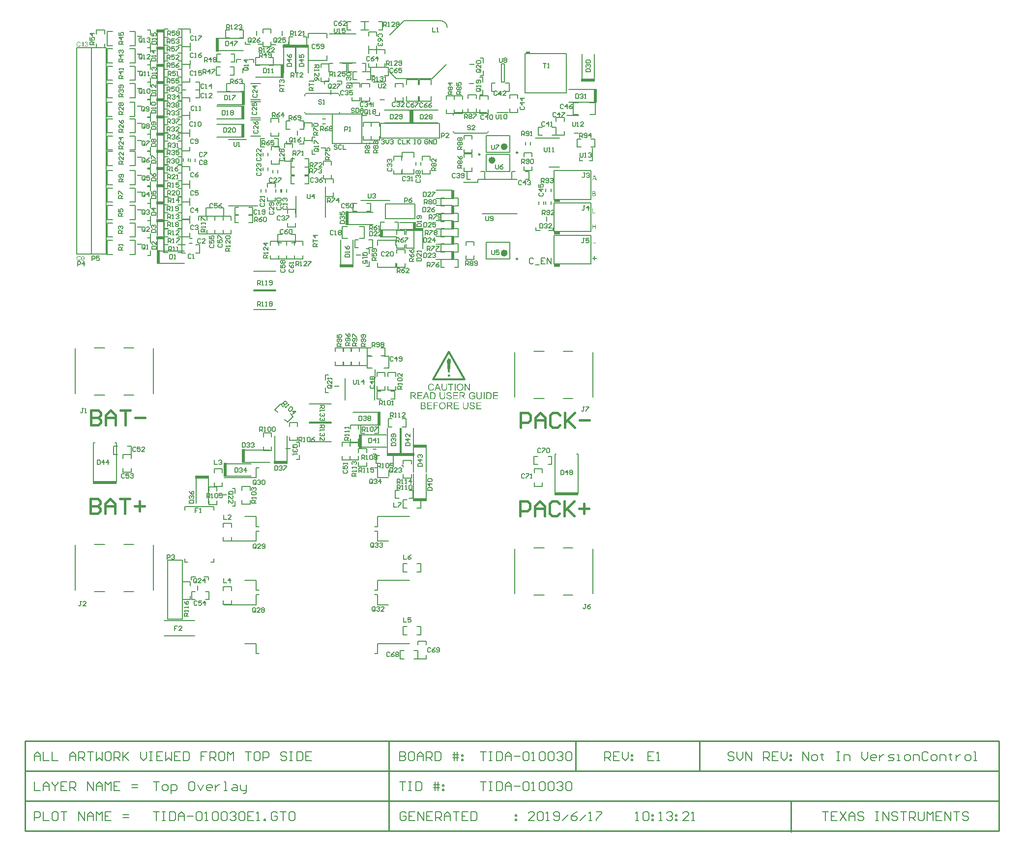
<source format=gto>
G04 Layer_Color=65535*
%FSAX25Y25*%
%MOIN*%
G70*
G01*
G75*
%ADD49C,0.01000*%
%ADD63C,0.00800*%
%ADD78C,0.00984*%
%ADD79C,0.02362*%
%ADD80C,0.00787*%
%ADD81C,0.01400*%
%ADD82C,0.00700*%
%ADD83C,0.00669*%
%ADD84C,0.00600*%
%ADD85C,0.01600*%
%ADD86R,0.00787X0.03248*%
%ADD87R,0.03248X0.00787*%
%ADD88R,0.05200X0.02000*%
%ADD89R,0.03150X0.01319*%
%ADD90R,0.04000X0.01858*%
%ADD91R,0.16400X0.02000*%
%ADD92R,0.02000X0.09200*%
%ADD93R,0.09200X0.02000*%
%ADD94R,0.02000X0.05200*%
%ADD95R,0.01968X0.06299*%
%ADD96R,0.06800X0.02000*%
G36*
X0425791Y0473999D02*
X0425829D01*
X0425867Y0473996D01*
X0425912Y0473989D01*
X0426003Y0473979D01*
X0426103Y0473961D01*
X0426197Y0473937D01*
X0426287Y0473902D01*
X0426291D01*
X0426298Y0473899D01*
X0426308Y0473892D01*
X0426325Y0473885D01*
X0426363Y0473861D01*
X0426415Y0473829D01*
X0426471Y0473788D01*
X0426526Y0473736D01*
X0426582Y0473673D01*
X0426634Y0473604D01*
Y0473600D01*
X0426641Y0473593D01*
X0426645Y0473583D01*
X0426655Y0473569D01*
X0426665Y0473552D01*
X0426676Y0473527D01*
X0426700Y0473475D01*
X0426721Y0473413D01*
X0426742Y0473340D01*
X0426756Y0473264D01*
X0426762Y0473180D01*
Y0473177D01*
Y0473170D01*
Y0473160D01*
Y0473146D01*
X0426756Y0473107D01*
X0426749Y0473056D01*
X0426735Y0472997D01*
X0426714Y0472931D01*
X0426686Y0472865D01*
X0426648Y0472795D01*
Y0472792D01*
X0426645Y0472788D01*
X0426638Y0472778D01*
X0426627Y0472764D01*
X0426603Y0472733D01*
X0426565Y0472691D01*
X0426519Y0472646D01*
X0426461Y0472598D01*
X0426395Y0472549D01*
X0426315Y0472504D01*
X0426318D01*
X0426329Y0472500D01*
X0426343Y0472493D01*
X0426363Y0472486D01*
X0426388Y0472476D01*
X0426415Y0472466D01*
X0426478Y0472434D01*
X0426551Y0472396D01*
X0426624Y0472344D01*
X0426696Y0472285D01*
X0426759Y0472212D01*
X0426762Y0472209D01*
X0426766Y0472202D01*
X0426773Y0472191D01*
X0426783Y0472178D01*
X0426797Y0472157D01*
X0426811Y0472132D01*
X0426825Y0472105D01*
X0426839Y0472074D01*
X0426866Y0472004D01*
X0426894Y0471921D01*
X0426912Y0471827D01*
X0426919Y0471778D01*
Y0471727D01*
Y0471723D01*
Y0471716D01*
Y0471706D01*
Y0471688D01*
X0426915Y0471667D01*
Y0471647D01*
X0426908Y0471591D01*
X0426894Y0471525D01*
X0426877Y0471456D01*
X0426853Y0471380D01*
X0426821Y0471307D01*
Y0471303D01*
X0426818Y0471300D01*
X0426811Y0471289D01*
X0426804Y0471275D01*
X0426783Y0471241D01*
X0426756Y0471199D01*
X0426724Y0471150D01*
X0426683Y0471102D01*
X0426638Y0471053D01*
X0426585Y0471008D01*
X0426579Y0471005D01*
X0426561Y0470991D01*
X0426530Y0470973D01*
X0426488Y0470949D01*
X0426440Y0470925D01*
X0426381Y0470897D01*
X0426311Y0470873D01*
X0426235Y0470852D01*
X0426231D01*
X0426225Y0470849D01*
X0426214D01*
X0426197Y0470845D01*
X0426176Y0470842D01*
X0426152Y0470835D01*
X0426124Y0470831D01*
X0426093Y0470828D01*
X0426058Y0470821D01*
X0426016Y0470817D01*
X0425930Y0470807D01*
X0425829Y0470803D01*
X0425718Y0470800D01*
X0424500D01*
Y0474003D01*
X0425760D01*
X0425791Y0473999D01*
D02*
G37*
G36*
X0426308Y0428765D02*
X0427575D01*
Y0428230D01*
X0426308D01*
Y0426953D01*
X0425768D01*
Y0428230D01*
X0424500D01*
Y0428765D01*
X0425768D01*
Y0430033D01*
X0426308D01*
Y0428765D01*
D02*
G37*
G36*
X0349726Y0334969D02*
Y0334959D01*
Y0334939D01*
Y0334904D01*
Y0334853D01*
X0349720Y0334793D01*
X0349715Y0334727D01*
X0349710Y0334651D01*
X0349705Y0334565D01*
X0349685Y0334389D01*
X0349660Y0334202D01*
X0349619Y0334020D01*
X0349594Y0333934D01*
X0349564Y0333854D01*
Y0333848D01*
X0349559Y0333833D01*
X0349549Y0333813D01*
X0349534Y0333783D01*
X0349513Y0333747D01*
X0349493Y0333707D01*
X0349432Y0333616D01*
X0349397Y0333561D01*
X0349357Y0333510D01*
X0349306Y0333449D01*
X0349256Y0333394D01*
X0349195Y0333338D01*
X0349135Y0333283D01*
X0349064Y0333232D01*
X0348988Y0333182D01*
X0348983Y0333177D01*
X0348968Y0333172D01*
X0348948Y0333157D01*
X0348912Y0333141D01*
X0348872Y0333121D01*
X0348821Y0333101D01*
X0348766Y0333076D01*
X0348695Y0333055D01*
X0348624Y0333030D01*
X0348544Y0333005D01*
X0348453Y0332985D01*
X0348357Y0332965D01*
X0348251Y0332949D01*
X0348140Y0332934D01*
X0348024Y0332929D01*
X0347902Y0332924D01*
X0347837D01*
X0347791Y0332929D01*
X0347736D01*
X0347675Y0332934D01*
X0347599Y0332944D01*
X0347524Y0332955D01*
X0347352Y0332980D01*
X0347170Y0333020D01*
X0346993Y0333076D01*
X0346907Y0333106D01*
X0346827Y0333147D01*
X0346822Y0333152D01*
X0346807Y0333157D01*
X0346786Y0333172D01*
X0346761Y0333187D01*
X0346726Y0333212D01*
X0346685Y0333242D01*
X0346645Y0333273D01*
X0346600Y0333313D01*
X0346498Y0333404D01*
X0346403Y0333515D01*
X0346312Y0333646D01*
X0346271Y0333722D01*
X0346236Y0333798D01*
Y0333803D01*
X0346231Y0333818D01*
X0346221Y0333843D01*
X0346211Y0333879D01*
X0346196Y0333919D01*
X0346180Y0333975D01*
X0346165Y0334035D01*
X0346150Y0334106D01*
X0346130Y0334187D01*
X0346115Y0334273D01*
X0346099Y0334369D01*
X0346089Y0334475D01*
X0346074Y0334586D01*
X0346069Y0334707D01*
X0346059Y0334833D01*
Y0334969D01*
Y0337661D01*
X0346675D01*
Y0334969D01*
Y0334964D01*
Y0334944D01*
Y0334914D01*
Y0334869D01*
X0346680Y0334818D01*
Y0334762D01*
X0346685Y0334697D01*
X0346690Y0334631D01*
X0346701Y0334485D01*
X0346721Y0334338D01*
X0346751Y0334197D01*
X0346766Y0334131D01*
X0346786Y0334076D01*
Y0334071D01*
X0346791Y0334066D01*
X0346796Y0334050D01*
X0346807Y0334030D01*
X0346837Y0333975D01*
X0346877Y0333914D01*
X0346928Y0333838D01*
X0346993Y0333768D01*
X0347074Y0333697D01*
X0347170Y0333631D01*
X0347175D01*
X0347185Y0333626D01*
X0347200Y0333616D01*
X0347221Y0333606D01*
X0347246Y0333596D01*
X0347281Y0333586D01*
X0347317Y0333571D01*
X0347357Y0333556D01*
X0347458Y0333530D01*
X0347574Y0333505D01*
X0347706Y0333485D01*
X0347847Y0333480D01*
X0347913D01*
X0347958Y0333485D01*
X0348013Y0333490D01*
X0348079Y0333495D01*
X0348150Y0333505D01*
X0348226Y0333520D01*
X0348382Y0333556D01*
X0348463Y0333581D01*
X0348544Y0333611D01*
X0348620Y0333646D01*
X0348690Y0333687D01*
X0348756Y0333732D01*
X0348816Y0333788D01*
X0348821Y0333793D01*
X0348832Y0333803D01*
X0348842Y0333823D01*
X0348862Y0333848D01*
X0348882Y0333884D01*
X0348907Y0333929D01*
X0348938Y0333985D01*
X0348963Y0334050D01*
X0348988Y0334126D01*
X0349018Y0334212D01*
X0349044Y0334308D01*
X0349064Y0334414D01*
X0349084Y0334535D01*
X0349099Y0334666D01*
X0349104Y0334813D01*
X0349109Y0334969D01*
Y0337661D01*
X0349726D01*
Y0334969D01*
D02*
G37*
G36*
X0360649Y0337111D02*
X0357891D01*
Y0335687D01*
X0360472D01*
Y0335136D01*
X0357891D01*
Y0333551D01*
X0360755D01*
Y0333000D01*
X0357275D01*
Y0337661D01*
X0360649D01*
Y0337111D01*
D02*
G37*
G36*
X0324763Y0334969D02*
Y0334959D01*
Y0334939D01*
Y0334904D01*
Y0334853D01*
X0324758Y0334793D01*
X0324753Y0334727D01*
X0324748Y0334651D01*
X0324743Y0334565D01*
X0324723Y0334389D01*
X0324698Y0334202D01*
X0324657Y0334020D01*
X0324632Y0333934D01*
X0324602Y0333854D01*
Y0333848D01*
X0324597Y0333833D01*
X0324587Y0333813D01*
X0324571Y0333783D01*
X0324551Y0333747D01*
X0324531Y0333707D01*
X0324470Y0333616D01*
X0324435Y0333561D01*
X0324395Y0333510D01*
X0324344Y0333449D01*
X0324294Y0333394D01*
X0324233Y0333338D01*
X0324172Y0333283D01*
X0324102Y0333232D01*
X0324026Y0333182D01*
X0324021Y0333177D01*
X0324006Y0333172D01*
X0323986Y0333157D01*
X0323950Y0333141D01*
X0323910Y0333121D01*
X0323859Y0333101D01*
X0323804Y0333076D01*
X0323733Y0333055D01*
X0323662Y0333030D01*
X0323582Y0333005D01*
X0323491Y0332985D01*
X0323395Y0332965D01*
X0323289Y0332949D01*
X0323178Y0332934D01*
X0323061Y0332929D01*
X0322940Y0332924D01*
X0322875D01*
X0322829Y0332929D01*
X0322774D01*
X0322713Y0332934D01*
X0322637Y0332944D01*
X0322562Y0332955D01*
X0322390Y0332980D01*
X0322208Y0333020D01*
X0322031Y0333076D01*
X0321945Y0333106D01*
X0321865Y0333147D01*
X0321860Y0333152D01*
X0321844Y0333157D01*
X0321824Y0333172D01*
X0321799Y0333187D01*
X0321764Y0333212D01*
X0321723Y0333242D01*
X0321683Y0333273D01*
X0321637Y0333313D01*
X0321536Y0333404D01*
X0321440Y0333515D01*
X0321350Y0333646D01*
X0321309Y0333722D01*
X0321274Y0333798D01*
Y0333803D01*
X0321269Y0333818D01*
X0321259Y0333843D01*
X0321249Y0333879D01*
X0321233Y0333919D01*
X0321218Y0333975D01*
X0321203Y0334035D01*
X0321188Y0334106D01*
X0321168Y0334187D01*
X0321153Y0334273D01*
X0321137Y0334369D01*
X0321127Y0334475D01*
X0321112Y0334586D01*
X0321107Y0334707D01*
X0321097Y0334833D01*
Y0334969D01*
Y0337661D01*
X0321713D01*
Y0334969D01*
Y0334964D01*
Y0334944D01*
Y0334914D01*
Y0334869D01*
X0321718Y0334818D01*
Y0334762D01*
X0321723Y0334697D01*
X0321728Y0334631D01*
X0321738Y0334485D01*
X0321759Y0334338D01*
X0321789Y0334197D01*
X0321804Y0334131D01*
X0321824Y0334076D01*
Y0334071D01*
X0321829Y0334066D01*
X0321834Y0334050D01*
X0321844Y0334030D01*
X0321875Y0333975D01*
X0321915Y0333914D01*
X0321966Y0333838D01*
X0322031Y0333768D01*
X0322112Y0333697D01*
X0322208Y0333631D01*
X0322213D01*
X0322223Y0333626D01*
X0322238Y0333616D01*
X0322258Y0333606D01*
X0322284Y0333596D01*
X0322319Y0333586D01*
X0322354Y0333571D01*
X0322395Y0333556D01*
X0322496Y0333530D01*
X0322612Y0333505D01*
X0322743Y0333485D01*
X0322885Y0333480D01*
X0322950D01*
X0322996Y0333485D01*
X0323051Y0333490D01*
X0323117Y0333495D01*
X0323188Y0333505D01*
X0323264Y0333520D01*
X0323420Y0333556D01*
X0323501Y0333581D01*
X0323582Y0333611D01*
X0323657Y0333646D01*
X0323728Y0333687D01*
X0323794Y0333732D01*
X0323854Y0333788D01*
X0323859Y0333793D01*
X0323869Y0333803D01*
X0323880Y0333823D01*
X0323900Y0333848D01*
X0323920Y0333884D01*
X0323945Y0333929D01*
X0323975Y0333985D01*
X0324001Y0334050D01*
X0324026Y0334126D01*
X0324056Y0334212D01*
X0324082Y0334308D01*
X0324102Y0334414D01*
X0324122Y0334535D01*
X0324137Y0334666D01*
X0324142Y0334813D01*
X0324147Y0334969D01*
Y0337661D01*
X0324763D01*
Y0334969D01*
D02*
G37*
G36*
X0323037Y0330937D02*
X0323097Y0330932D01*
X0323163Y0330927D01*
X0323234Y0330917D01*
X0323315Y0330902D01*
X0323406Y0330886D01*
X0323497Y0330866D01*
X0323592Y0330841D01*
X0323693Y0330811D01*
X0323794Y0330775D01*
X0323895Y0330735D01*
X0323991Y0330689D01*
X0324092Y0330634D01*
X0324097Y0330629D01*
X0324118Y0330619D01*
X0324143Y0330604D01*
X0324178Y0330578D01*
X0324224Y0330548D01*
X0324269Y0330508D01*
X0324325Y0330462D01*
X0324385Y0330412D01*
X0324451Y0330351D01*
X0324517Y0330285D01*
X0324582Y0330215D01*
X0324648Y0330139D01*
X0324708Y0330058D01*
X0324774Y0329967D01*
X0324830Y0329871D01*
X0324885Y0329770D01*
X0324890Y0329765D01*
X0324895Y0329745D01*
X0324910Y0329715D01*
X0324926Y0329674D01*
X0324951Y0329624D01*
X0324971Y0329558D01*
X0324996Y0329488D01*
X0325022Y0329407D01*
X0325047Y0329321D01*
X0325072Y0329225D01*
X0325097Y0329119D01*
X0325117Y0329013D01*
X0325133Y0328897D01*
X0325148Y0328776D01*
X0325153Y0328654D01*
X0325158Y0328523D01*
Y0328513D01*
Y0328493D01*
Y0328452D01*
X0325153Y0328402D01*
X0325148Y0328341D01*
X0325143Y0328271D01*
X0325133Y0328190D01*
X0325123Y0328099D01*
X0325107Y0328003D01*
X0325087Y0327902D01*
X0325067Y0327796D01*
X0325037Y0327690D01*
X0325001Y0327579D01*
X0324966Y0327473D01*
X0324921Y0327361D01*
X0324870Y0327256D01*
X0324865Y0327250D01*
X0324855Y0327230D01*
X0324840Y0327200D01*
X0324819Y0327165D01*
X0324789Y0327119D01*
X0324754Y0327063D01*
X0324708Y0327003D01*
X0324663Y0326937D01*
X0324607Y0326872D01*
X0324547Y0326801D01*
X0324476Y0326730D01*
X0324406Y0326659D01*
X0324330Y0326594D01*
X0324244Y0326528D01*
X0324153Y0326463D01*
X0324057Y0326407D01*
X0324052Y0326402D01*
X0324032Y0326397D01*
X0324007Y0326382D01*
X0323966Y0326362D01*
X0323916Y0326341D01*
X0323860Y0326316D01*
X0323794Y0326291D01*
X0323719Y0326266D01*
X0323638Y0326240D01*
X0323552Y0326215D01*
X0323456Y0326190D01*
X0323360Y0326170D01*
X0323148Y0326134D01*
X0323037Y0326129D01*
X0322926Y0326124D01*
X0322860D01*
X0322815Y0326129D01*
X0322759Y0326134D01*
X0322689Y0326139D01*
X0322618Y0326150D01*
X0322532Y0326165D01*
X0322446Y0326180D01*
X0322350Y0326200D01*
X0322254Y0326225D01*
X0322153Y0326255D01*
X0322052Y0326291D01*
X0321951Y0326336D01*
X0321850Y0326382D01*
X0321749Y0326437D01*
X0321744Y0326442D01*
X0321729Y0326452D01*
X0321699Y0326473D01*
X0321663Y0326498D01*
X0321623Y0326528D01*
X0321572Y0326569D01*
X0321517Y0326614D01*
X0321456Y0326665D01*
X0321391Y0326725D01*
X0321330Y0326791D01*
X0321264Y0326862D01*
X0321199Y0326937D01*
X0321133Y0327023D01*
X0321072Y0327109D01*
X0321017Y0327205D01*
X0320961Y0327306D01*
X0320956Y0327311D01*
X0320951Y0327331D01*
X0320936Y0327361D01*
X0320921Y0327402D01*
X0320901Y0327452D01*
X0320881Y0327513D01*
X0320855Y0327579D01*
X0320830Y0327660D01*
X0320805Y0327740D01*
X0320780Y0327831D01*
X0320759Y0327927D01*
X0320739Y0328028D01*
X0320709Y0328240D01*
X0320704Y0328356D01*
X0320699Y0328467D01*
Y0328472D01*
Y0328483D01*
Y0328498D01*
Y0328518D01*
X0320704Y0328548D01*
Y0328578D01*
X0320709Y0328659D01*
X0320719Y0328755D01*
X0320734Y0328871D01*
X0320749Y0328993D01*
X0320775Y0329129D01*
X0320810Y0329275D01*
X0320850Y0329422D01*
X0320901Y0329573D01*
X0320961Y0329725D01*
X0321032Y0329876D01*
X0321113Y0330018D01*
X0321209Y0330159D01*
X0321320Y0330285D01*
X0321325Y0330291D01*
X0321350Y0330316D01*
X0321386Y0330346D01*
X0321431Y0330386D01*
X0321497Y0330437D01*
X0321567Y0330492D01*
X0321653Y0330553D01*
X0321754Y0330614D01*
X0321865Y0330674D01*
X0321987Y0330735D01*
X0322118Y0330790D01*
X0322264Y0330841D01*
X0322416Y0330881D01*
X0322577Y0330912D01*
X0322749Y0330937D01*
X0322931Y0330942D01*
X0322991D01*
X0323037Y0330937D01*
D02*
G37*
G36*
X0310079Y0330856D02*
X0310134D01*
X0310190Y0330851D01*
X0310255Y0330841D01*
X0310387Y0330826D01*
X0310533Y0330801D01*
X0310669Y0330765D01*
X0310801Y0330715D01*
X0310806D01*
X0310816Y0330710D01*
X0310831Y0330699D01*
X0310856Y0330689D01*
X0310912Y0330654D01*
X0310988Y0330609D01*
X0311068Y0330548D01*
X0311149Y0330472D01*
X0311230Y0330381D01*
X0311306Y0330280D01*
Y0330275D01*
X0311316Y0330265D01*
X0311321Y0330250D01*
X0311336Y0330230D01*
X0311351Y0330205D01*
X0311366Y0330169D01*
X0311402Y0330094D01*
X0311432Y0330003D01*
X0311462Y0329897D01*
X0311483Y0329785D01*
X0311493Y0329664D01*
Y0329659D01*
Y0329649D01*
Y0329634D01*
Y0329614D01*
X0311483Y0329558D01*
X0311472Y0329483D01*
X0311452Y0329397D01*
X0311422Y0329301D01*
X0311382Y0329205D01*
X0311326Y0329104D01*
Y0329099D01*
X0311321Y0329094D01*
X0311311Y0329079D01*
X0311296Y0329058D01*
X0311260Y0329013D01*
X0311205Y0328952D01*
X0311139Y0328887D01*
X0311053Y0328816D01*
X0310957Y0328745D01*
X0310841Y0328680D01*
X0310846D01*
X0310861Y0328675D01*
X0310882Y0328664D01*
X0310912Y0328654D01*
X0310947Y0328639D01*
X0310988Y0328624D01*
X0311079Y0328578D01*
X0311185Y0328523D01*
X0311291Y0328447D01*
X0311397Y0328361D01*
X0311488Y0328255D01*
X0311493Y0328250D01*
X0311498Y0328240D01*
X0311508Y0328225D01*
X0311523Y0328205D01*
X0311543Y0328174D01*
X0311563Y0328139D01*
X0311583Y0328099D01*
X0311604Y0328053D01*
X0311644Y0327952D01*
X0311684Y0327831D01*
X0311710Y0327695D01*
X0311720Y0327624D01*
Y0327548D01*
Y0327543D01*
Y0327533D01*
Y0327518D01*
Y0327493D01*
X0311715Y0327463D01*
Y0327432D01*
X0311705Y0327351D01*
X0311684Y0327256D01*
X0311659Y0327154D01*
X0311624Y0327043D01*
X0311578Y0326937D01*
Y0326932D01*
X0311573Y0326927D01*
X0311563Y0326912D01*
X0311553Y0326892D01*
X0311523Y0326841D01*
X0311483Y0326781D01*
X0311437Y0326710D01*
X0311377Y0326639D01*
X0311311Y0326569D01*
X0311235Y0326503D01*
X0311225Y0326498D01*
X0311200Y0326478D01*
X0311154Y0326452D01*
X0311094Y0326417D01*
X0311023Y0326382D01*
X0310937Y0326341D01*
X0310836Y0326306D01*
X0310725Y0326276D01*
X0310720D01*
X0310710Y0326271D01*
X0310695D01*
X0310669Y0326266D01*
X0310639Y0326261D01*
X0310604Y0326251D01*
X0310563Y0326245D01*
X0310518Y0326240D01*
X0310468Y0326230D01*
X0310407Y0326225D01*
X0310281Y0326210D01*
X0310134Y0326205D01*
X0309973Y0326200D01*
X0308200D01*
Y0330861D01*
X0310033D01*
X0310079Y0330856D01*
D02*
G37*
G36*
X0327531Y0337737D02*
X0327586Y0337732D01*
X0327642Y0337727D01*
X0327708Y0337722D01*
X0327849Y0337702D01*
X0328005Y0337671D01*
X0328162Y0337626D01*
X0328313Y0337570D01*
X0328319D01*
X0328329Y0337560D01*
X0328354Y0337555D01*
X0328379Y0337540D01*
X0328409Y0337520D01*
X0328450Y0337499D01*
X0328536Y0337449D01*
X0328637Y0337378D01*
X0328738Y0337293D01*
X0328834Y0337196D01*
X0328920Y0337080D01*
X0328924Y0337075D01*
X0328930Y0337065D01*
X0328940Y0337050D01*
X0328955Y0337025D01*
X0328970Y0336995D01*
X0328990Y0336959D01*
X0329005Y0336914D01*
X0329030Y0336868D01*
X0329071Y0336762D01*
X0329106Y0336636D01*
X0329137Y0336500D01*
X0329152Y0336348D01*
X0328561Y0336303D01*
Y0336308D01*
X0328556Y0336323D01*
Y0336343D01*
X0328551Y0336373D01*
X0328541Y0336414D01*
X0328531Y0336454D01*
X0328500Y0336550D01*
X0328460Y0336656D01*
X0328399Y0336767D01*
X0328329Y0336873D01*
X0328283Y0336919D01*
X0328233Y0336964D01*
X0328228Y0336969D01*
X0328223Y0336974D01*
X0328202Y0336984D01*
X0328182Y0337000D01*
X0328152Y0337015D01*
X0328116Y0337035D01*
X0328076Y0337055D01*
X0328031Y0337080D01*
X0327975Y0337101D01*
X0327915Y0337121D01*
X0327849Y0337141D01*
X0327778Y0337156D01*
X0327697Y0337171D01*
X0327611Y0337181D01*
X0327521Y0337192D01*
X0327374D01*
X0327334Y0337187D01*
X0327288D01*
X0327238Y0337181D01*
X0327177Y0337176D01*
X0327117Y0337166D01*
X0326980Y0337141D01*
X0326849Y0337106D01*
X0326723Y0337055D01*
X0326662Y0337020D01*
X0326612Y0336984D01*
X0326607D01*
X0326602Y0336974D01*
X0326571Y0336949D01*
X0326531Y0336904D01*
X0326485Y0336843D01*
X0326440Y0336772D01*
X0326399Y0336686D01*
X0326369Y0336596D01*
X0326364Y0336545D01*
X0326359Y0336490D01*
Y0336485D01*
Y0336479D01*
X0326364Y0336449D01*
X0326369Y0336404D01*
X0326379Y0336348D01*
X0326405Y0336282D01*
X0326435Y0336212D01*
X0326475Y0336146D01*
X0326536Y0336081D01*
X0326546Y0336075D01*
X0326556Y0336065D01*
X0326576Y0336050D01*
X0326602Y0336035D01*
X0326632Y0336020D01*
X0326672Y0336000D01*
X0326718Y0335974D01*
X0326773Y0335949D01*
X0326839Y0335924D01*
X0326915Y0335899D01*
X0327000Y0335868D01*
X0327101Y0335838D01*
X0327207Y0335808D01*
X0327329Y0335772D01*
X0327465Y0335742D01*
X0327475D01*
X0327500Y0335737D01*
X0327536Y0335727D01*
X0327586Y0335712D01*
X0327647Y0335702D01*
X0327717Y0335682D01*
X0327793Y0335666D01*
X0327874Y0335641D01*
X0328046Y0335596D01*
X0328218Y0335550D01*
X0328298Y0335525D01*
X0328369Y0335500D01*
X0328440Y0335474D01*
X0328495Y0335449D01*
X0328500D01*
X0328516Y0335439D01*
X0328536Y0335429D01*
X0328561Y0335414D01*
X0328596Y0335399D01*
X0328637Y0335373D01*
X0328723Y0335318D01*
X0328823Y0335252D01*
X0328920Y0335172D01*
X0329015Y0335076D01*
X0329056Y0335025D01*
X0329096Y0334975D01*
Y0334969D01*
X0329106Y0334959D01*
X0329116Y0334944D01*
X0329127Y0334924D01*
X0329142Y0334899D01*
X0329157Y0334863D01*
X0329197Y0334783D01*
X0329233Y0334687D01*
X0329263Y0334576D01*
X0329283Y0334449D01*
X0329293Y0334313D01*
Y0334308D01*
Y0334298D01*
Y0334278D01*
X0329288Y0334252D01*
Y0334217D01*
X0329283Y0334182D01*
X0329268Y0334086D01*
X0329243Y0333980D01*
X0329202Y0333863D01*
X0329147Y0333742D01*
X0329116Y0333677D01*
X0329076Y0333616D01*
Y0333611D01*
X0329066Y0333601D01*
X0329056Y0333586D01*
X0329036Y0333561D01*
X0328990Y0333505D01*
X0328920Y0333429D01*
X0328834Y0333348D01*
X0328728Y0333263D01*
X0328606Y0333182D01*
X0328465Y0333106D01*
X0328460D01*
X0328445Y0333096D01*
X0328425Y0333091D01*
X0328394Y0333076D01*
X0328359Y0333066D01*
X0328313Y0333050D01*
X0328263Y0333030D01*
X0328202Y0333015D01*
X0328142Y0333000D01*
X0328071Y0332980D01*
X0327920Y0332955D01*
X0327753Y0332934D01*
X0327571Y0332924D01*
X0327510D01*
X0327465Y0332929D01*
X0327410D01*
X0327349Y0332934D01*
X0327278Y0332939D01*
X0327197Y0332949D01*
X0327031Y0332970D01*
X0326854Y0333000D01*
X0326677Y0333045D01*
X0326505Y0333106D01*
X0326501D01*
X0326485Y0333116D01*
X0326465Y0333126D01*
X0326435Y0333141D01*
X0326399Y0333162D01*
X0326359Y0333182D01*
X0326263Y0333242D01*
X0326157Y0333318D01*
X0326046Y0333414D01*
X0325935Y0333525D01*
X0325839Y0333657D01*
X0325834Y0333662D01*
X0325829Y0333672D01*
X0325819Y0333692D01*
X0325804Y0333722D01*
X0325783Y0333757D01*
X0325763Y0333798D01*
X0325738Y0333848D01*
X0325718Y0333904D01*
X0325693Y0333960D01*
X0325672Y0334025D01*
X0325632Y0334172D01*
X0325602Y0334328D01*
X0325591Y0334414D01*
X0325587Y0334500D01*
X0326167Y0334550D01*
Y0334545D01*
Y0334535D01*
X0326172Y0334515D01*
X0326177Y0334490D01*
X0326182Y0334459D01*
X0326187Y0334429D01*
X0326208Y0334343D01*
X0326233Y0334252D01*
X0326263Y0334156D01*
X0326304Y0334061D01*
X0326354Y0333970D01*
X0326359Y0333960D01*
X0326384Y0333934D01*
X0326420Y0333894D01*
X0326470Y0333843D01*
X0326536Y0333783D01*
X0326617Y0333727D01*
X0326713Y0333667D01*
X0326824Y0333611D01*
X0326829D01*
X0326839Y0333606D01*
X0326854Y0333601D01*
X0326879Y0333591D01*
X0326909Y0333581D01*
X0326945Y0333566D01*
X0326985Y0333556D01*
X0327031Y0333545D01*
X0327137Y0333520D01*
X0327263Y0333495D01*
X0327394Y0333480D01*
X0327541Y0333475D01*
X0327601D01*
X0327632Y0333480D01*
X0327667D01*
X0327748Y0333490D01*
X0327844Y0333500D01*
X0327950Y0333515D01*
X0328056Y0333540D01*
X0328157Y0333576D01*
X0328162D01*
X0328167Y0333581D01*
X0328182Y0333586D01*
X0328202Y0333596D01*
X0328248Y0333621D01*
X0328308Y0333651D01*
X0328374Y0333692D01*
X0328445Y0333742D01*
X0328505Y0333798D01*
X0328561Y0333863D01*
X0328566Y0333874D01*
X0328581Y0333894D01*
X0328606Y0333934D01*
X0328632Y0333985D01*
X0328652Y0334045D01*
X0328677Y0334111D01*
X0328692Y0334187D01*
X0328697Y0334262D01*
Y0334267D01*
Y0334273D01*
Y0334298D01*
X0328692Y0334343D01*
X0328682Y0334394D01*
X0328667Y0334454D01*
X0328642Y0334520D01*
X0328611Y0334586D01*
X0328566Y0334646D01*
X0328561Y0334651D01*
X0328541Y0334671D01*
X0328510Y0334702D01*
X0328465Y0334742D01*
X0328409Y0334783D01*
X0328334Y0334828D01*
X0328248Y0334874D01*
X0328147Y0334919D01*
X0328137Y0334924D01*
X0328127Y0334929D01*
X0328106Y0334934D01*
X0328086Y0334939D01*
X0328056Y0334949D01*
X0328015Y0334964D01*
X0327975Y0334975D01*
X0327920Y0334990D01*
X0327864Y0335010D01*
X0327793Y0335025D01*
X0327717Y0335045D01*
X0327632Y0335070D01*
X0327541Y0335091D01*
X0327435Y0335121D01*
X0327319Y0335146D01*
X0327313D01*
X0327293Y0335151D01*
X0327258Y0335161D01*
X0327218Y0335172D01*
X0327162Y0335187D01*
X0327101Y0335202D01*
X0327041Y0335222D01*
X0326970Y0335242D01*
X0326819Y0335288D01*
X0326672Y0335338D01*
X0326602Y0335363D01*
X0326536Y0335389D01*
X0326475Y0335414D01*
X0326425Y0335439D01*
X0326420D01*
X0326410Y0335449D01*
X0326395Y0335459D01*
X0326369Y0335470D01*
X0326309Y0335505D01*
X0326238Y0335555D01*
X0326152Y0335621D01*
X0326071Y0335692D01*
X0325991Y0335777D01*
X0325925Y0335868D01*
Y0335874D01*
X0325920Y0335878D01*
X0325910Y0335894D01*
X0325900Y0335914D01*
X0325874Y0335969D01*
X0325844Y0336040D01*
X0325814Y0336126D01*
X0325788Y0336227D01*
X0325768Y0336338D01*
X0325763Y0336454D01*
Y0336459D01*
Y0336469D01*
Y0336490D01*
X0325768Y0336515D01*
Y0336545D01*
X0325773Y0336580D01*
X0325788Y0336671D01*
X0325814Y0336772D01*
X0325844Y0336878D01*
X0325894Y0336995D01*
X0325960Y0337111D01*
Y0337116D01*
X0325970Y0337126D01*
X0325980Y0337141D01*
X0325995Y0337161D01*
X0326046Y0337217D01*
X0326112Y0337287D01*
X0326192Y0337363D01*
X0326293Y0337439D01*
X0326410Y0337515D01*
X0326546Y0337580D01*
X0326551D01*
X0326561Y0337585D01*
X0326586Y0337596D01*
X0326612Y0337606D01*
X0326647Y0337616D01*
X0326692Y0337631D01*
X0326743Y0337646D01*
X0326799Y0337661D01*
X0326859Y0337676D01*
X0326925Y0337691D01*
X0327066Y0337717D01*
X0327228Y0337737D01*
X0327399Y0337742D01*
X0327485D01*
X0327531Y0337737D01*
D02*
G37*
G36*
X0427062Y0438699D02*
X0425300D01*
Y0439275D01*
X0427062D01*
Y0438699D01*
D02*
G37*
G36*
X0343292Y0337737D02*
X0343342Y0337732D01*
X0343398Y0337727D01*
X0343463Y0337722D01*
X0343605Y0337702D01*
X0343761Y0337671D01*
X0343918Y0337631D01*
X0344075Y0337575D01*
X0344080D01*
X0344095Y0337570D01*
X0344115Y0337560D01*
X0344140Y0337545D01*
X0344176Y0337530D01*
X0344216Y0337510D01*
X0344307Y0337459D01*
X0344413Y0337393D01*
X0344519Y0337318D01*
X0344620Y0337227D01*
X0344716Y0337121D01*
X0344721Y0337116D01*
X0344726Y0337106D01*
X0344736Y0337090D01*
X0344756Y0337070D01*
X0344771Y0337040D01*
X0344797Y0337005D01*
X0344822Y0336964D01*
X0344847Y0336914D01*
X0344877Y0336863D01*
X0344903Y0336808D01*
X0344933Y0336742D01*
X0344963Y0336676D01*
X0345019Y0336525D01*
X0345069Y0336358D01*
X0344509Y0336207D01*
Y0336212D01*
X0344504Y0336222D01*
X0344499Y0336242D01*
X0344489Y0336267D01*
X0344479Y0336293D01*
X0344468Y0336328D01*
X0344438Y0336409D01*
X0344398Y0336500D01*
X0344352Y0336591D01*
X0344302Y0336681D01*
X0344246Y0336762D01*
X0344241Y0336772D01*
X0344216Y0336798D01*
X0344180Y0336833D01*
X0344135Y0336883D01*
X0344070Y0336934D01*
X0343994Y0336989D01*
X0343903Y0337040D01*
X0343802Y0337090D01*
X0343797D01*
X0343787Y0337096D01*
X0343772Y0337101D01*
X0343751Y0337111D01*
X0343726Y0337121D01*
X0343691Y0337131D01*
X0343615Y0337156D01*
X0343519Y0337176D01*
X0343413Y0337196D01*
X0343292Y0337212D01*
X0343165Y0337217D01*
X0343095D01*
X0343059Y0337212D01*
X0343014D01*
X0342969Y0337207D01*
X0342913Y0337202D01*
X0342802Y0337187D01*
X0342676Y0337161D01*
X0342554Y0337131D01*
X0342433Y0337085D01*
X0342428D01*
X0342418Y0337080D01*
X0342403Y0337070D01*
X0342383Y0337060D01*
X0342327Y0337035D01*
X0342256Y0336995D01*
X0342176Y0336944D01*
X0342095Y0336883D01*
X0342009Y0336818D01*
X0341933Y0336742D01*
X0341923Y0336732D01*
X0341903Y0336707D01*
X0341868Y0336661D01*
X0341827Y0336606D01*
X0341782Y0336540D01*
X0341731Y0336459D01*
X0341686Y0336373D01*
X0341645Y0336282D01*
Y0336277D01*
X0341640Y0336262D01*
X0341630Y0336242D01*
X0341620Y0336207D01*
X0341605Y0336166D01*
X0341590Y0336121D01*
X0341575Y0336065D01*
X0341560Y0336005D01*
X0341539Y0335939D01*
X0341524Y0335863D01*
X0341499Y0335707D01*
X0341479Y0335530D01*
X0341469Y0335343D01*
Y0335338D01*
Y0335318D01*
Y0335283D01*
X0341474Y0335242D01*
Y0335187D01*
X0341479Y0335126D01*
X0341489Y0335055D01*
X0341494Y0334980D01*
X0341519Y0334813D01*
X0341560Y0334641D01*
X0341610Y0334465D01*
X0341681Y0334298D01*
X0341686Y0334293D01*
X0341691Y0334278D01*
X0341701Y0334258D01*
X0341721Y0334227D01*
X0341741Y0334197D01*
X0341772Y0334156D01*
X0341837Y0334066D01*
X0341928Y0333965D01*
X0342034Y0333858D01*
X0342156Y0333763D01*
X0342226Y0333717D01*
X0342302Y0333677D01*
X0342307D01*
X0342322Y0333667D01*
X0342342Y0333657D01*
X0342373Y0333646D01*
X0342413Y0333631D01*
X0342459Y0333611D01*
X0342509Y0333596D01*
X0342565Y0333576D01*
X0342625Y0333556D01*
X0342696Y0333540D01*
X0342842Y0333505D01*
X0343004Y0333485D01*
X0343176Y0333475D01*
X0343216D01*
X0343246Y0333480D01*
X0343282D01*
X0343322Y0333485D01*
X0343368Y0333490D01*
X0343423Y0333495D01*
X0343539Y0333510D01*
X0343671Y0333540D01*
X0343812Y0333576D01*
X0343953Y0333626D01*
X0343958D01*
X0343968Y0333631D01*
X0343989Y0333641D01*
X0344019Y0333651D01*
X0344049Y0333667D01*
X0344085Y0333687D01*
X0344170Y0333727D01*
X0344266Y0333778D01*
X0344362Y0333833D01*
X0344453Y0333889D01*
X0344534Y0333954D01*
Y0334828D01*
X0343165D01*
Y0335379D01*
X0345140D01*
Y0333646D01*
X0345135Y0333641D01*
X0345120Y0333631D01*
X0345095Y0333611D01*
X0345059Y0333586D01*
X0345019Y0333556D01*
X0344968Y0333525D01*
X0344913Y0333485D01*
X0344852Y0333444D01*
X0344787Y0333404D01*
X0344711Y0333359D01*
X0344554Y0333268D01*
X0344383Y0333182D01*
X0344201Y0333106D01*
X0344196D01*
X0344180Y0333096D01*
X0344155Y0333091D01*
X0344115Y0333076D01*
X0344075Y0333066D01*
X0344019Y0333050D01*
X0343963Y0333030D01*
X0343898Y0333015D01*
X0343822Y0333000D01*
X0343746Y0332980D01*
X0343580Y0332955D01*
X0343398Y0332934D01*
X0343211Y0332924D01*
X0343145D01*
X0343095Y0332929D01*
X0343034Y0332934D01*
X0342964Y0332939D01*
X0342883Y0332949D01*
X0342797Y0332960D01*
X0342706Y0332975D01*
X0342605Y0332995D01*
X0342504Y0333020D01*
X0342393Y0333050D01*
X0342287Y0333081D01*
X0342181Y0333121D01*
X0342070Y0333167D01*
X0341964Y0333217D01*
X0341959Y0333222D01*
X0341938Y0333232D01*
X0341908Y0333247D01*
X0341873Y0333273D01*
X0341827Y0333303D01*
X0341772Y0333338D01*
X0341711Y0333384D01*
X0341645Y0333434D01*
X0341580Y0333490D01*
X0341509Y0333556D01*
X0341438Y0333621D01*
X0341368Y0333697D01*
X0341302Y0333783D01*
X0341236Y0333869D01*
X0341171Y0333965D01*
X0341115Y0334066D01*
X0341110Y0334071D01*
X0341105Y0334091D01*
X0341090Y0334121D01*
X0341070Y0334161D01*
X0341050Y0334217D01*
X0341024Y0334278D01*
X0340999Y0334348D01*
X0340974Y0334429D01*
X0340949Y0334515D01*
X0340923Y0334611D01*
X0340898Y0334717D01*
X0340878Y0334823D01*
X0340858Y0334939D01*
X0340843Y0335055D01*
X0340837Y0335182D01*
X0340832Y0335308D01*
Y0335318D01*
Y0335338D01*
Y0335373D01*
X0340837Y0335424D01*
X0340843Y0335485D01*
X0340848Y0335555D01*
X0340858Y0335636D01*
X0340868Y0335722D01*
X0340883Y0335818D01*
X0340903Y0335919D01*
X0340954Y0336131D01*
X0340984Y0336242D01*
X0341024Y0336353D01*
X0341065Y0336464D01*
X0341115Y0336575D01*
X0341120Y0336580D01*
X0341130Y0336601D01*
X0341145Y0336631D01*
X0341166Y0336671D01*
X0341196Y0336722D01*
X0341231Y0336777D01*
X0341277Y0336838D01*
X0341322Y0336909D01*
X0341378Y0336979D01*
X0341438Y0337050D01*
X0341504Y0337121D01*
X0341580Y0337196D01*
X0341655Y0337267D01*
X0341741Y0337333D01*
X0341832Y0337399D01*
X0341928Y0337454D01*
X0341933Y0337459D01*
X0341953Y0337464D01*
X0341984Y0337479D01*
X0342024Y0337499D01*
X0342075Y0337520D01*
X0342135Y0337545D01*
X0342206Y0337570D01*
X0342282Y0337601D01*
X0342368Y0337626D01*
X0342463Y0337651D01*
X0342565Y0337676D01*
X0342676Y0337697D01*
X0342787Y0337717D01*
X0342908Y0337732D01*
X0343034Y0337737D01*
X0343160Y0337742D01*
X0343246D01*
X0343292Y0337737D01*
D02*
G37*
G36*
X0354346Y0337656D02*
X0354407D01*
X0354467Y0337651D01*
X0354604Y0337646D01*
X0354740Y0337631D01*
X0354876Y0337616D01*
X0354937Y0337601D01*
X0354993Y0337591D01*
X0354998D01*
X0355013Y0337585D01*
X0355033Y0337580D01*
X0355058Y0337570D01*
X0355094Y0337560D01*
X0355134Y0337550D01*
X0355230Y0337515D01*
X0355336Y0337469D01*
X0355447Y0337414D01*
X0355563Y0337343D01*
X0355674Y0337257D01*
X0355679Y0337252D01*
X0355690Y0337242D01*
X0355710Y0337227D01*
X0355735Y0337202D01*
X0355765Y0337171D01*
X0355801Y0337131D01*
X0355841Y0337090D01*
X0355881Y0337040D01*
X0355927Y0336984D01*
X0355972Y0336924D01*
X0356018Y0336858D01*
X0356063Y0336788D01*
X0356149Y0336631D01*
X0356225Y0336459D01*
Y0336454D01*
X0356235Y0336439D01*
X0356240Y0336409D01*
X0356255Y0336373D01*
X0356270Y0336328D01*
X0356285Y0336272D01*
X0356301Y0336212D01*
X0356321Y0336141D01*
X0356336Y0336060D01*
X0356351Y0335974D01*
X0356366Y0335884D01*
X0356381Y0335788D01*
X0356397Y0335687D01*
X0356401Y0335580D01*
X0356412Y0335353D01*
Y0335348D01*
Y0335328D01*
Y0335303D01*
Y0335262D01*
X0356407Y0335217D01*
Y0335161D01*
X0356401Y0335101D01*
X0356397Y0335035D01*
X0356381Y0334889D01*
X0356356Y0334732D01*
X0356326Y0334571D01*
X0356285Y0334409D01*
Y0334404D01*
X0356280Y0334389D01*
X0356270Y0334369D01*
X0356265Y0334343D01*
X0356250Y0334308D01*
X0356235Y0334267D01*
X0356200Y0334172D01*
X0356154Y0334066D01*
X0356099Y0333949D01*
X0356038Y0333838D01*
X0355967Y0333732D01*
Y0333727D01*
X0355957Y0333722D01*
X0355947Y0333707D01*
X0355932Y0333687D01*
X0355896Y0333641D01*
X0355841Y0333581D01*
X0355780Y0333510D01*
X0355710Y0333439D01*
X0355629Y0333374D01*
X0355543Y0333308D01*
X0355538D01*
X0355533Y0333303D01*
X0355503Y0333283D01*
X0355452Y0333258D01*
X0355386Y0333222D01*
X0355306Y0333187D01*
X0355210Y0333147D01*
X0355099Y0333111D01*
X0354982Y0333076D01*
X0354977D01*
X0354967Y0333071D01*
X0354952D01*
X0354927Y0333066D01*
X0354897Y0333061D01*
X0354856Y0333050D01*
X0354816Y0333045D01*
X0354770Y0333040D01*
X0354659Y0333025D01*
X0354533Y0333010D01*
X0354392Y0333005D01*
X0354240Y0333000D01*
X0352558D01*
Y0337661D01*
X0354296D01*
X0354346Y0337656D01*
D02*
G37*
G36*
X0303422D02*
X0303478D01*
X0303543Y0337651D01*
X0303619Y0337646D01*
X0303770Y0337631D01*
X0303927Y0337606D01*
X0304079Y0337575D01*
X0304144Y0337555D01*
X0304210Y0337535D01*
X0304215D01*
X0304225Y0337530D01*
X0304240Y0337520D01*
X0304265Y0337510D01*
X0304326Y0337479D01*
X0304397Y0337434D01*
X0304483Y0337373D01*
X0304568Y0337293D01*
X0304654Y0337202D01*
X0304730Y0337090D01*
Y0337085D01*
X0304740Y0337075D01*
X0304750Y0337060D01*
X0304760Y0337035D01*
X0304775Y0337005D01*
X0304790Y0336969D01*
X0304811Y0336929D01*
X0304831Y0336883D01*
X0304866Y0336777D01*
X0304897Y0336661D01*
X0304917Y0336530D01*
X0304927Y0336388D01*
Y0336384D01*
Y0336368D01*
Y0336338D01*
X0304922Y0336308D01*
X0304917Y0336262D01*
X0304912Y0336212D01*
X0304902Y0336156D01*
X0304887Y0336096D01*
X0304846Y0335964D01*
X0304821Y0335894D01*
X0304790Y0335823D01*
X0304755Y0335752D01*
X0304710Y0335682D01*
X0304659Y0335616D01*
X0304604Y0335550D01*
X0304599Y0335545D01*
X0304589Y0335535D01*
X0304568Y0335520D01*
X0304543Y0335495D01*
X0304508Y0335470D01*
X0304467Y0335439D01*
X0304417Y0335404D01*
X0304356Y0335368D01*
X0304291Y0335333D01*
X0304220Y0335298D01*
X0304139Y0335262D01*
X0304048Y0335227D01*
X0303952Y0335197D01*
X0303846Y0335166D01*
X0303730Y0335141D01*
X0303609Y0335121D01*
X0303614D01*
X0303619Y0335116D01*
X0303649Y0335101D01*
X0303695Y0335076D01*
X0303750Y0335045D01*
X0303811Y0335010D01*
X0303871Y0334975D01*
X0303932Y0334929D01*
X0303982Y0334889D01*
X0303988Y0334884D01*
X0303993Y0334879D01*
X0304008Y0334863D01*
X0304028Y0334843D01*
X0304053Y0334818D01*
X0304084Y0334788D01*
X0304149Y0334717D01*
X0304225Y0334626D01*
X0304311Y0334520D01*
X0304402Y0334399D01*
X0304493Y0334267D01*
X0305301Y0333000D01*
X0304528D01*
X0303912Y0333970D01*
X0303907Y0333975D01*
X0303902Y0333990D01*
X0303887Y0334010D01*
X0303866Y0334040D01*
X0303846Y0334076D01*
X0303816Y0334116D01*
X0303755Y0334207D01*
X0303685Y0334313D01*
X0303614Y0334419D01*
X0303538Y0334520D01*
X0303467Y0334611D01*
Y0334616D01*
X0303457Y0334621D01*
X0303437Y0334646D01*
X0303407Y0334687D01*
X0303361Y0334732D01*
X0303316Y0334783D01*
X0303260Y0334833D01*
X0303205Y0334884D01*
X0303154Y0334919D01*
X0303149Y0334924D01*
X0303129Y0334934D01*
X0303104Y0334949D01*
X0303068Y0334969D01*
X0303023Y0334990D01*
X0302978Y0335010D01*
X0302927Y0335030D01*
X0302871Y0335045D01*
X0302867D01*
X0302851Y0335050D01*
X0302826Y0335055D01*
X0302791Y0335060D01*
X0302740D01*
X0302680Y0335066D01*
X0302609Y0335070D01*
X0301816D01*
Y0333000D01*
X0301200D01*
Y0337661D01*
X0303366D01*
X0303422Y0337656D01*
D02*
G37*
G36*
X0309280Y0337111D02*
X0306523D01*
Y0335687D01*
X0309103D01*
Y0335136D01*
X0306523D01*
Y0333551D01*
X0309386D01*
Y0333000D01*
X0305907D01*
Y0337661D01*
X0309280D01*
Y0337111D01*
D02*
G37*
G36*
X0427009Y0448400D02*
X0426585D01*
Y0449909D01*
X0424923D01*
Y0448400D01*
X0424500D01*
Y0451603D01*
X0424923D01*
Y0450288D01*
X0426585D01*
Y0451603D01*
X0427009D01*
Y0448400D01*
D02*
G37*
G36*
X0427495Y0481459D02*
X0427012D01*
X0426641Y0482427D01*
X0425295D01*
X0424948Y0481459D01*
X0424500D01*
X0425725Y0484661D01*
X0426183D01*
X0427495Y0481459D01*
D02*
G37*
G36*
X0424923Y0459578D02*
X0426502D01*
Y0459200D01*
X0424500D01*
Y0462403D01*
X0424923D01*
Y0459578D01*
D02*
G37*
G36*
X0336707Y0337656D02*
X0336762D01*
X0336828Y0337651D01*
X0336904Y0337646D01*
X0337055Y0337631D01*
X0337211Y0337606D01*
X0337363Y0337575D01*
X0337429Y0337555D01*
X0337494Y0337535D01*
X0337499D01*
X0337509Y0337530D01*
X0337525Y0337520D01*
X0337550Y0337510D01*
X0337611Y0337479D01*
X0337681Y0337434D01*
X0337767Y0337373D01*
X0337853Y0337293D01*
X0337939Y0337202D01*
X0338015Y0337090D01*
Y0337085D01*
X0338025Y0337075D01*
X0338035Y0337060D01*
X0338045Y0337035D01*
X0338060Y0337005D01*
X0338075Y0336969D01*
X0338095Y0336929D01*
X0338116Y0336883D01*
X0338151Y0336777D01*
X0338181Y0336661D01*
X0338201Y0336530D01*
X0338211Y0336388D01*
Y0336384D01*
Y0336368D01*
Y0336338D01*
X0338206Y0336308D01*
X0338201Y0336262D01*
X0338196Y0336212D01*
X0338186Y0336156D01*
X0338171Y0336096D01*
X0338131Y0335964D01*
X0338105Y0335894D01*
X0338075Y0335823D01*
X0338040Y0335752D01*
X0337994Y0335682D01*
X0337944Y0335616D01*
X0337888Y0335550D01*
X0337883Y0335545D01*
X0337873Y0335535D01*
X0337853Y0335520D01*
X0337828Y0335495D01*
X0337792Y0335470D01*
X0337752Y0335439D01*
X0337701Y0335404D01*
X0337641Y0335368D01*
X0337575Y0335333D01*
X0337504Y0335298D01*
X0337424Y0335262D01*
X0337333Y0335227D01*
X0337237Y0335197D01*
X0337131Y0335166D01*
X0337015Y0335141D01*
X0336893Y0335121D01*
X0336898D01*
X0336904Y0335116D01*
X0336934Y0335101D01*
X0336979Y0335076D01*
X0337035Y0335045D01*
X0337095Y0335010D01*
X0337156Y0334975D01*
X0337217Y0334929D01*
X0337267Y0334889D01*
X0337272Y0334884D01*
X0337277Y0334879D01*
X0337292Y0334863D01*
X0337313Y0334843D01*
X0337338Y0334818D01*
X0337368Y0334788D01*
X0337434Y0334717D01*
X0337509Y0334626D01*
X0337595Y0334520D01*
X0337686Y0334399D01*
X0337777Y0334267D01*
X0338585Y0333000D01*
X0337812D01*
X0337196Y0333970D01*
X0337191Y0333975D01*
X0337186Y0333990D01*
X0337171Y0334010D01*
X0337151Y0334040D01*
X0337131Y0334076D01*
X0337101Y0334116D01*
X0337040Y0334207D01*
X0336969Y0334313D01*
X0336898Y0334419D01*
X0336823Y0334520D01*
X0336752Y0334611D01*
Y0334616D01*
X0336742Y0334621D01*
X0336722Y0334646D01*
X0336691Y0334687D01*
X0336646Y0334732D01*
X0336600Y0334783D01*
X0336545Y0334833D01*
X0336489Y0334884D01*
X0336439Y0334919D01*
X0336434Y0334924D01*
X0336414Y0334934D01*
X0336388Y0334949D01*
X0336353Y0334969D01*
X0336308Y0334990D01*
X0336262Y0335010D01*
X0336212Y0335030D01*
X0336156Y0335045D01*
X0336151D01*
X0336136Y0335050D01*
X0336111Y0335055D01*
X0336075Y0335060D01*
X0336025D01*
X0335964Y0335066D01*
X0335894Y0335070D01*
X0335101D01*
Y0333000D01*
X0334485D01*
Y0337661D01*
X0336651D01*
X0336707Y0337656D01*
D02*
G37*
G36*
X0351473Y0333000D02*
X0350857D01*
Y0337661D01*
X0351473D01*
Y0333000D01*
D02*
G37*
G36*
X0333520Y0337111D02*
X0330763D01*
Y0335687D01*
X0333343D01*
Y0335136D01*
X0330763D01*
Y0333551D01*
X0333626D01*
Y0333000D01*
X0330147D01*
Y0337661D01*
X0333520D01*
Y0337111D01*
D02*
G37*
G36*
X0314088Y0333000D02*
X0313386D01*
X0312845Y0334409D01*
X0310886D01*
X0310381Y0333000D01*
X0309729D01*
X0311512Y0337661D01*
X0312179D01*
X0314088Y0333000D01*
D02*
G37*
G36*
X0316365Y0337656D02*
X0316426D01*
X0316486Y0337651D01*
X0316623Y0337646D01*
X0316759Y0337631D01*
X0316895Y0337616D01*
X0316956Y0337601D01*
X0317011Y0337591D01*
X0317017D01*
X0317032Y0337585D01*
X0317052Y0337580D01*
X0317077Y0337570D01*
X0317113Y0337560D01*
X0317153Y0337550D01*
X0317249Y0337515D01*
X0317355Y0337469D01*
X0317466Y0337414D01*
X0317582Y0337343D01*
X0317693Y0337257D01*
X0317698Y0337252D01*
X0317708Y0337242D01*
X0317729Y0337227D01*
X0317754Y0337202D01*
X0317784Y0337171D01*
X0317819Y0337131D01*
X0317860Y0337090D01*
X0317900Y0337040D01*
X0317946Y0336984D01*
X0317991Y0336924D01*
X0318037Y0336858D01*
X0318082Y0336788D01*
X0318168Y0336631D01*
X0318244Y0336459D01*
Y0336454D01*
X0318254Y0336439D01*
X0318259Y0336409D01*
X0318274Y0336373D01*
X0318289Y0336328D01*
X0318304Y0336272D01*
X0318320Y0336212D01*
X0318340Y0336141D01*
X0318355Y0336060D01*
X0318370Y0335974D01*
X0318385Y0335884D01*
X0318400Y0335788D01*
X0318415Y0335687D01*
X0318421Y0335580D01*
X0318431Y0335353D01*
Y0335348D01*
Y0335328D01*
Y0335303D01*
Y0335262D01*
X0318426Y0335217D01*
Y0335161D01*
X0318421Y0335101D01*
X0318415Y0335035D01*
X0318400Y0334889D01*
X0318375Y0334732D01*
X0318345Y0334571D01*
X0318304Y0334409D01*
Y0334404D01*
X0318299Y0334389D01*
X0318289Y0334369D01*
X0318284Y0334343D01*
X0318269Y0334308D01*
X0318254Y0334267D01*
X0318218Y0334172D01*
X0318173Y0334066D01*
X0318117Y0333949D01*
X0318057Y0333838D01*
X0317986Y0333732D01*
Y0333727D01*
X0317976Y0333722D01*
X0317966Y0333707D01*
X0317951Y0333687D01*
X0317916Y0333641D01*
X0317860Y0333581D01*
X0317799Y0333510D01*
X0317729Y0333439D01*
X0317648Y0333374D01*
X0317562Y0333308D01*
X0317557D01*
X0317552Y0333303D01*
X0317522Y0333283D01*
X0317471Y0333258D01*
X0317406Y0333222D01*
X0317325Y0333187D01*
X0317229Y0333147D01*
X0317118Y0333111D01*
X0317002Y0333076D01*
X0316996D01*
X0316986Y0333071D01*
X0316971D01*
X0316946Y0333066D01*
X0316916Y0333061D01*
X0316875Y0333050D01*
X0316835Y0333045D01*
X0316789Y0333040D01*
X0316678Y0333025D01*
X0316552Y0333010D01*
X0316411Y0333005D01*
X0316259Y0333000D01*
X0314577D01*
Y0337661D01*
X0316315D01*
X0316365Y0337656D01*
D02*
G37*
G36*
X0321931Y0338800D02*
X0321230D01*
X0320689Y0340209D01*
X0318730D01*
X0318225Y0338800D01*
X0317573D01*
X0319356Y0343461D01*
X0320023D01*
X0321931Y0338800D01*
D02*
G37*
G36*
X0330461Y0342911D02*
X0328926D01*
Y0338800D01*
X0328310D01*
Y0342911D01*
X0326774D01*
Y0343461D01*
X0330461D01*
Y0342911D01*
D02*
G37*
G36*
X0335056Y0343537D02*
X0335117Y0343532D01*
X0335183Y0343527D01*
X0335253Y0343517D01*
X0335334Y0343501D01*
X0335425Y0343486D01*
X0335516Y0343466D01*
X0335612Y0343441D01*
X0335713Y0343411D01*
X0335814Y0343375D01*
X0335915Y0343335D01*
X0336011Y0343289D01*
X0336112Y0343234D01*
X0336117Y0343229D01*
X0336137Y0343219D01*
X0336162Y0343204D01*
X0336198Y0343178D01*
X0336243Y0343148D01*
X0336289Y0343108D01*
X0336344Y0343062D01*
X0336405Y0343012D01*
X0336470Y0342951D01*
X0336536Y0342885D01*
X0336602Y0342815D01*
X0336667Y0342739D01*
X0336728Y0342658D01*
X0336794Y0342567D01*
X0336849Y0342471D01*
X0336905Y0342370D01*
X0336910Y0342365D01*
X0336915Y0342345D01*
X0336930Y0342315D01*
X0336945Y0342274D01*
X0336970Y0342224D01*
X0336990Y0342158D01*
X0337016Y0342088D01*
X0337041Y0342007D01*
X0337066Y0341921D01*
X0337092Y0341825D01*
X0337117Y0341719D01*
X0337137Y0341613D01*
X0337152Y0341497D01*
X0337167Y0341375D01*
X0337172Y0341254D01*
X0337177Y0341123D01*
Y0341113D01*
Y0341093D01*
Y0341052D01*
X0337172Y0341002D01*
X0337167Y0340941D01*
X0337162Y0340870D01*
X0337152Y0340790D01*
X0337142Y0340699D01*
X0337127Y0340603D01*
X0337107Y0340502D01*
X0337087Y0340396D01*
X0337056Y0340290D01*
X0337021Y0340179D01*
X0336985Y0340073D01*
X0336940Y0339962D01*
X0336890Y0339856D01*
X0336884Y0339850D01*
X0336874Y0339830D01*
X0336859Y0339800D01*
X0336839Y0339765D01*
X0336809Y0339719D01*
X0336773Y0339664D01*
X0336728Y0339603D01*
X0336683Y0339537D01*
X0336627Y0339472D01*
X0336566Y0339401D01*
X0336496Y0339330D01*
X0336425Y0339260D01*
X0336349Y0339194D01*
X0336263Y0339128D01*
X0336172Y0339063D01*
X0336076Y0339007D01*
X0336071Y0339002D01*
X0336051Y0338997D01*
X0336026Y0338982D01*
X0335986Y0338962D01*
X0335935Y0338941D01*
X0335880Y0338916D01*
X0335814Y0338891D01*
X0335738Y0338866D01*
X0335657Y0338840D01*
X0335572Y0338815D01*
X0335476Y0338790D01*
X0335380Y0338770D01*
X0335168Y0338734D01*
X0335056Y0338729D01*
X0334945Y0338724D01*
X0334880D01*
X0334834Y0338729D01*
X0334779Y0338734D01*
X0334708Y0338739D01*
X0334637Y0338750D01*
X0334551Y0338765D01*
X0334466Y0338780D01*
X0334370Y0338800D01*
X0334274Y0338825D01*
X0334173Y0338856D01*
X0334072Y0338891D01*
X0333971Y0338936D01*
X0333870Y0338982D01*
X0333769Y0339037D01*
X0333764Y0339042D01*
X0333749Y0339053D01*
X0333718Y0339073D01*
X0333683Y0339098D01*
X0333642Y0339128D01*
X0333592Y0339169D01*
X0333536Y0339214D01*
X0333476Y0339265D01*
X0333410Y0339325D01*
X0333349Y0339391D01*
X0333284Y0339461D01*
X0333218Y0339537D01*
X0333153Y0339623D01*
X0333092Y0339709D01*
X0333036Y0339805D01*
X0332981Y0339906D01*
X0332976Y0339911D01*
X0332971Y0339931D01*
X0332956Y0339962D01*
X0332941Y0340002D01*
X0332920Y0340052D01*
X0332900Y0340113D01*
X0332875Y0340179D01*
X0332850Y0340260D01*
X0332824Y0340340D01*
X0332799Y0340431D01*
X0332779Y0340527D01*
X0332759Y0340628D01*
X0332728Y0340840D01*
X0332723Y0340956D01*
X0332718Y0341068D01*
Y0341073D01*
Y0341083D01*
Y0341098D01*
Y0341118D01*
X0332723Y0341148D01*
Y0341178D01*
X0332728Y0341259D01*
X0332738Y0341355D01*
X0332754Y0341472D01*
X0332769Y0341593D01*
X0332794Y0341729D01*
X0332829Y0341876D01*
X0332870Y0342022D01*
X0332920Y0342173D01*
X0332981Y0342325D01*
X0333051Y0342476D01*
X0333132Y0342618D01*
X0333228Y0342759D01*
X0333339Y0342885D01*
X0333345Y0342891D01*
X0333370Y0342916D01*
X0333405Y0342946D01*
X0333451Y0342986D01*
X0333516Y0343037D01*
X0333587Y0343092D01*
X0333673Y0343153D01*
X0333774Y0343214D01*
X0333885Y0343274D01*
X0334006Y0343335D01*
X0334137Y0343390D01*
X0334284Y0343441D01*
X0334435Y0343481D01*
X0334597Y0343512D01*
X0334769Y0343537D01*
X0334950Y0343542D01*
X0335011D01*
X0335056Y0343537D01*
D02*
G37*
G36*
X0076489Y0430255D02*
X0076531Y0430251D01*
X0076579Y0430244D01*
X0076631Y0430237D01*
X0076691Y0430227D01*
X0076753Y0430213D01*
X0076819Y0430199D01*
X0076885Y0430178D01*
X0076954Y0430154D01*
X0077024Y0430126D01*
X0077090Y0430092D01*
X0077156Y0430057D01*
X0077218Y0430012D01*
X0077221Y0430009D01*
X0077232Y0430002D01*
X0077249Y0429988D01*
X0077270Y0429967D01*
X0077298Y0429943D01*
X0077329Y0429911D01*
X0077360Y0429877D01*
X0077398Y0429835D01*
X0077437Y0429790D01*
X0077475Y0429738D01*
X0077513Y0429682D01*
X0077548Y0429620D01*
X0077586Y0429554D01*
X0077617Y0429481D01*
X0077648Y0429405D01*
X0077676Y0429325D01*
X0077260Y0429228D01*
Y0429231D01*
X0077253Y0429242D01*
X0077249Y0429262D01*
X0077239Y0429287D01*
X0077228Y0429315D01*
X0077211Y0429346D01*
X0077176Y0429422D01*
X0077131Y0429505D01*
X0077072Y0429592D01*
X0077010Y0429672D01*
X0076972Y0429707D01*
X0076933Y0429738D01*
X0076930Y0429741D01*
X0076923Y0429745D01*
X0076913Y0429752D01*
X0076895Y0429762D01*
X0076874Y0429776D01*
X0076850Y0429790D01*
X0076822Y0429804D01*
X0076788Y0429818D01*
X0076749Y0429832D01*
X0076711Y0429845D01*
X0076621Y0429873D01*
X0076517Y0429890D01*
X0076461Y0429897D01*
X0076368D01*
X0076340Y0429894D01*
X0076309Y0429890D01*
X0076271Y0429887D01*
X0076229Y0429884D01*
X0076187Y0429877D01*
X0076087Y0429852D01*
X0075983Y0429821D01*
X0075931Y0429800D01*
X0075879Y0429776D01*
X0075830Y0429748D01*
X0075781Y0429717D01*
X0075778Y0429713D01*
X0075771Y0429710D01*
X0075757Y0429700D01*
X0075740Y0429686D01*
X0075722Y0429668D01*
X0075698Y0429644D01*
X0075674Y0429620D01*
X0075646Y0429592D01*
X0075618Y0429557D01*
X0075587Y0429523D01*
X0075532Y0429443D01*
X0075480Y0429349D01*
X0075434Y0429242D01*
Y0429238D01*
X0075431Y0429228D01*
X0075424Y0429210D01*
X0075420Y0429190D01*
X0075414Y0429162D01*
X0075403Y0429131D01*
X0075396Y0429092D01*
X0075386Y0429054D01*
X0075375Y0429009D01*
X0075368Y0428961D01*
X0075351Y0428857D01*
X0075341Y0428745D01*
X0075337Y0428627D01*
Y0428624D01*
Y0428610D01*
Y0428589D01*
X0075341Y0428558D01*
Y0428523D01*
X0075344Y0428482D01*
X0075348Y0428437D01*
X0075351Y0428384D01*
X0075358Y0428329D01*
X0075365Y0428273D01*
X0075386Y0428152D01*
X0075417Y0428031D01*
X0075455Y0427913D01*
Y0427909D01*
X0075462Y0427899D01*
X0075469Y0427885D01*
X0075476Y0427864D01*
X0075490Y0427836D01*
X0075507Y0427809D01*
X0075545Y0427743D01*
X0075598Y0427666D01*
X0075660Y0427593D01*
X0075736Y0427521D01*
X0075778Y0427489D01*
X0075823Y0427458D01*
X0075827D01*
X0075833Y0427451D01*
X0075847Y0427444D01*
X0075868Y0427434D01*
X0075892Y0427423D01*
X0075920Y0427410D01*
X0075951Y0427399D01*
X0075986Y0427385D01*
X0076066Y0427357D01*
X0076160Y0427333D01*
X0076260Y0427316D01*
X0076312Y0427312D01*
X0076368Y0427309D01*
X0076402D01*
X0076427Y0427312D01*
X0076458Y0427316D01*
X0076493Y0427319D01*
X0076534Y0427326D01*
X0076576Y0427333D01*
X0076673Y0427357D01*
X0076722Y0427375D01*
X0076774Y0427396D01*
X0076826Y0427420D01*
X0076874Y0427448D01*
X0076923Y0427479D01*
X0076972Y0427514D01*
X0076975Y0427517D01*
X0076982Y0427524D01*
X0076996Y0427534D01*
X0077013Y0427552D01*
X0077031Y0427572D01*
X0077055Y0427600D01*
X0077079Y0427632D01*
X0077107Y0427666D01*
X0077135Y0427708D01*
X0077162Y0427753D01*
X0077190Y0427802D01*
X0077218Y0427857D01*
X0077242Y0427916D01*
X0077267Y0427982D01*
X0077291Y0428051D01*
X0077308Y0428124D01*
X0077732Y0428017D01*
Y0428010D01*
X0077725Y0427992D01*
X0077718Y0427968D01*
X0077704Y0427930D01*
X0077690Y0427888D01*
X0077669Y0427836D01*
X0077648Y0427781D01*
X0077621Y0427722D01*
X0077589Y0427656D01*
X0077555Y0427593D01*
X0077516Y0427524D01*
X0077471Y0427458D01*
X0077423Y0427396D01*
X0077371Y0427333D01*
X0077312Y0427274D01*
X0077249Y0427219D01*
X0077246Y0427215D01*
X0077232Y0427208D01*
X0077214Y0427194D01*
X0077187Y0427177D01*
X0077156Y0427156D01*
X0077114Y0427132D01*
X0077069Y0427108D01*
X0077013Y0427083D01*
X0076954Y0427059D01*
X0076892Y0427035D01*
X0076822Y0427010D01*
X0076746Y0426990D01*
X0076666Y0426972D01*
X0076583Y0426958D01*
X0076496Y0426951D01*
X0076402Y0426948D01*
X0076354D01*
X0076316Y0426951D01*
X0076274Y0426955D01*
X0076222Y0426958D01*
X0076166Y0426965D01*
X0076104Y0426976D01*
X0076038Y0426986D01*
X0075969Y0427000D01*
X0075899Y0427017D01*
X0075830Y0427035D01*
X0075757Y0427059D01*
X0075688Y0427087D01*
X0075622Y0427118D01*
X0075559Y0427156D01*
X0075556Y0427160D01*
X0075545Y0427167D01*
X0075528Y0427177D01*
X0075507Y0427194D01*
X0075480Y0427219D01*
X0075448Y0427243D01*
X0075414Y0427274D01*
X0075375Y0427312D01*
X0075337Y0427354D01*
X0075296Y0427399D01*
X0075257Y0427448D01*
X0075216Y0427503D01*
X0075174Y0427562D01*
X0075136Y0427625D01*
X0075101Y0427694D01*
X0075067Y0427767D01*
X0075063Y0427770D01*
X0075060Y0427784D01*
X0075053Y0427809D01*
X0075042Y0427836D01*
X0075028Y0427874D01*
X0075015Y0427916D01*
X0075001Y0427968D01*
X0074983Y0428024D01*
X0074969Y0428086D01*
X0074952Y0428152D01*
X0074938Y0428221D01*
X0074928Y0428298D01*
X0074907Y0428457D01*
X0074904Y0428541D01*
X0074900Y0428624D01*
Y0428631D01*
Y0428645D01*
Y0428673D01*
X0074904Y0428707D01*
X0074907Y0428752D01*
X0074910Y0428804D01*
X0074917Y0428860D01*
X0074924Y0428922D01*
X0074935Y0428988D01*
X0074945Y0429058D01*
X0074980Y0429207D01*
X0075004Y0429280D01*
X0075028Y0429353D01*
X0075056Y0429429D01*
X0075091Y0429498D01*
X0075094Y0429502D01*
X0075101Y0429516D01*
X0075112Y0429533D01*
X0075125Y0429561D01*
X0075146Y0429592D01*
X0075171Y0429627D01*
X0075198Y0429665D01*
X0075230Y0429710D01*
X0075268Y0429752D01*
X0075306Y0429800D01*
X0075351Y0429845D01*
X0075400Y0429894D01*
X0075452Y0429939D01*
X0075507Y0429984D01*
X0075570Y0430026D01*
X0075632Y0430064D01*
X0075636Y0430067D01*
X0075649Y0430071D01*
X0075667Y0430081D01*
X0075695Y0430095D01*
X0075726Y0430109D01*
X0075767Y0430126D01*
X0075813Y0430144D01*
X0075861Y0430161D01*
X0075917Y0430178D01*
X0075979Y0430196D01*
X0076042Y0430213D01*
X0076111Y0430227D01*
X0076253Y0430251D01*
X0076330Y0430255D01*
X0076410Y0430258D01*
X0076455D01*
X0076489Y0430255D01*
D02*
G37*
G36*
X0343247Y0330937D02*
X0343303Y0330932D01*
X0343358Y0330927D01*
X0343424Y0330922D01*
X0343565Y0330902D01*
X0343722Y0330871D01*
X0343878Y0330826D01*
X0344030Y0330770D01*
X0344035D01*
X0344045Y0330760D01*
X0344070Y0330755D01*
X0344095Y0330740D01*
X0344126Y0330720D01*
X0344166Y0330699D01*
X0344252Y0330649D01*
X0344353Y0330578D01*
X0344454Y0330492D01*
X0344550Y0330397D01*
X0344636Y0330280D01*
X0344641Y0330275D01*
X0344646Y0330265D01*
X0344656Y0330250D01*
X0344671Y0330225D01*
X0344686Y0330194D01*
X0344706Y0330159D01*
X0344722Y0330114D01*
X0344747Y0330068D01*
X0344787Y0329962D01*
X0344823Y0329836D01*
X0344853Y0329700D01*
X0344868Y0329548D01*
X0344277Y0329503D01*
Y0329508D01*
X0344272Y0329523D01*
Y0329543D01*
X0344267Y0329573D01*
X0344257Y0329614D01*
X0344247Y0329654D01*
X0344217Y0329750D01*
X0344176Y0329856D01*
X0344116Y0329967D01*
X0344045Y0330073D01*
X0343999Y0330119D01*
X0343949Y0330164D01*
X0343944Y0330169D01*
X0343939Y0330174D01*
X0343919Y0330185D01*
X0343899Y0330200D01*
X0343868Y0330215D01*
X0343833Y0330235D01*
X0343792Y0330255D01*
X0343747Y0330280D01*
X0343691Y0330301D01*
X0343631Y0330321D01*
X0343565Y0330341D01*
X0343495Y0330356D01*
X0343414Y0330371D01*
X0343328Y0330381D01*
X0343237Y0330392D01*
X0343091D01*
X0343050Y0330386D01*
X0343005D01*
X0342954Y0330381D01*
X0342894Y0330376D01*
X0342833Y0330366D01*
X0342696Y0330341D01*
X0342565Y0330306D01*
X0342439Y0330255D01*
X0342378Y0330220D01*
X0342328Y0330185D01*
X0342323D01*
X0342318Y0330174D01*
X0342287Y0330149D01*
X0342247Y0330104D01*
X0342202Y0330043D01*
X0342156Y0329972D01*
X0342116Y0329887D01*
X0342086Y0329796D01*
X0342080Y0329745D01*
X0342075Y0329690D01*
Y0329684D01*
Y0329679D01*
X0342080Y0329649D01*
X0342086Y0329604D01*
X0342096Y0329548D01*
X0342121Y0329483D01*
X0342151Y0329412D01*
X0342192Y0329346D01*
X0342252Y0329280D01*
X0342262Y0329275D01*
X0342272Y0329265D01*
X0342292Y0329250D01*
X0342318Y0329235D01*
X0342348Y0329220D01*
X0342389Y0329200D01*
X0342434Y0329174D01*
X0342490Y0329149D01*
X0342555Y0329124D01*
X0342631Y0329099D01*
X0342717Y0329068D01*
X0342818Y0329038D01*
X0342924Y0329008D01*
X0343045Y0328972D01*
X0343181Y0328942D01*
X0343191D01*
X0343217Y0328937D01*
X0343252Y0328927D01*
X0343303Y0328912D01*
X0343363Y0328902D01*
X0343434Y0328882D01*
X0343510Y0328866D01*
X0343590Y0328841D01*
X0343762Y0328796D01*
X0343934Y0328750D01*
X0344015Y0328725D01*
X0344085Y0328700D01*
X0344156Y0328675D01*
X0344212Y0328649D01*
X0344217D01*
X0344232Y0328639D01*
X0344252Y0328629D01*
X0344277Y0328614D01*
X0344313Y0328599D01*
X0344353Y0328573D01*
X0344439Y0328518D01*
X0344540Y0328452D01*
X0344636Y0328372D01*
X0344732Y0328276D01*
X0344772Y0328225D01*
X0344812Y0328174D01*
Y0328169D01*
X0344823Y0328159D01*
X0344833Y0328144D01*
X0344843Y0328124D01*
X0344858Y0328099D01*
X0344873Y0328064D01*
X0344914Y0327983D01*
X0344949Y0327887D01*
X0344979Y0327776D01*
X0344999Y0327649D01*
X0345009Y0327513D01*
Y0327508D01*
Y0327498D01*
Y0327478D01*
X0345004Y0327452D01*
Y0327417D01*
X0344999Y0327382D01*
X0344984Y0327286D01*
X0344959Y0327180D01*
X0344919Y0327063D01*
X0344863Y0326942D01*
X0344833Y0326877D01*
X0344792Y0326816D01*
Y0326811D01*
X0344782Y0326801D01*
X0344772Y0326786D01*
X0344752Y0326761D01*
X0344706Y0326705D01*
X0344636Y0326629D01*
X0344550Y0326549D01*
X0344444Y0326463D01*
X0344323Y0326382D01*
X0344181Y0326306D01*
X0344176D01*
X0344161Y0326296D01*
X0344141Y0326291D01*
X0344111Y0326276D01*
X0344075Y0326266D01*
X0344030Y0326251D01*
X0343979Y0326230D01*
X0343919Y0326215D01*
X0343858Y0326200D01*
X0343787Y0326180D01*
X0343636Y0326155D01*
X0343469Y0326134D01*
X0343287Y0326124D01*
X0343227D01*
X0343181Y0326129D01*
X0343126D01*
X0343065Y0326134D01*
X0342994Y0326139D01*
X0342914Y0326150D01*
X0342747Y0326170D01*
X0342570Y0326200D01*
X0342394Y0326245D01*
X0342222Y0326306D01*
X0342217D01*
X0342202Y0326316D01*
X0342181Y0326326D01*
X0342151Y0326341D01*
X0342116Y0326362D01*
X0342075Y0326382D01*
X0341979Y0326442D01*
X0341873Y0326518D01*
X0341762Y0326614D01*
X0341651Y0326725D01*
X0341555Y0326856D01*
X0341550Y0326862D01*
X0341545Y0326872D01*
X0341535Y0326892D01*
X0341520Y0326922D01*
X0341500Y0326958D01*
X0341479Y0326998D01*
X0341454Y0327048D01*
X0341434Y0327104D01*
X0341409Y0327160D01*
X0341389Y0327225D01*
X0341348Y0327372D01*
X0341318Y0327528D01*
X0341308Y0327614D01*
X0341303Y0327700D01*
X0341883Y0327750D01*
Y0327745D01*
Y0327735D01*
X0341888Y0327715D01*
X0341894Y0327690D01*
X0341899Y0327660D01*
X0341904Y0327629D01*
X0341924Y0327543D01*
X0341949Y0327452D01*
X0341979Y0327356D01*
X0342020Y0327260D01*
X0342070Y0327170D01*
X0342075Y0327160D01*
X0342101Y0327134D01*
X0342136Y0327094D01*
X0342186Y0327043D01*
X0342252Y0326983D01*
X0342333Y0326927D01*
X0342429Y0326867D01*
X0342540Y0326811D01*
X0342545D01*
X0342555Y0326806D01*
X0342570Y0326801D01*
X0342596Y0326791D01*
X0342626Y0326781D01*
X0342661Y0326766D01*
X0342702Y0326755D01*
X0342747Y0326745D01*
X0342853Y0326720D01*
X0342979Y0326695D01*
X0343111Y0326680D01*
X0343257Y0326675D01*
X0343318D01*
X0343348Y0326680D01*
X0343383D01*
X0343464Y0326690D01*
X0343560Y0326700D01*
X0343666Y0326715D01*
X0343772Y0326740D01*
X0343873Y0326776D01*
X0343878D01*
X0343883Y0326781D01*
X0343899Y0326786D01*
X0343919Y0326796D01*
X0343964Y0326821D01*
X0344025Y0326852D01*
X0344090Y0326892D01*
X0344161Y0326942D01*
X0344222Y0326998D01*
X0344277Y0327063D01*
X0344282Y0327074D01*
X0344297Y0327094D01*
X0344323Y0327134D01*
X0344348Y0327185D01*
X0344368Y0327245D01*
X0344393Y0327311D01*
X0344408Y0327387D01*
X0344413Y0327463D01*
Y0327467D01*
Y0327473D01*
Y0327498D01*
X0344408Y0327543D01*
X0344398Y0327594D01*
X0344383Y0327654D01*
X0344358Y0327720D01*
X0344328Y0327786D01*
X0344282Y0327846D01*
X0344277Y0327851D01*
X0344257Y0327871D01*
X0344227Y0327902D01*
X0344181Y0327942D01*
X0344126Y0327983D01*
X0344050Y0328028D01*
X0343964Y0328074D01*
X0343863Y0328119D01*
X0343853Y0328124D01*
X0343843Y0328129D01*
X0343823Y0328134D01*
X0343802Y0328139D01*
X0343772Y0328149D01*
X0343732Y0328164D01*
X0343691Y0328174D01*
X0343636Y0328190D01*
X0343580Y0328210D01*
X0343510Y0328225D01*
X0343434Y0328245D01*
X0343348Y0328271D01*
X0343257Y0328291D01*
X0343151Y0328321D01*
X0343035Y0328346D01*
X0343030D01*
X0343010Y0328351D01*
X0342974Y0328361D01*
X0342934Y0328372D01*
X0342878Y0328387D01*
X0342818Y0328402D01*
X0342757Y0328422D01*
X0342687Y0328442D01*
X0342535Y0328488D01*
X0342389Y0328538D01*
X0342318Y0328563D01*
X0342252Y0328589D01*
X0342192Y0328614D01*
X0342141Y0328639D01*
X0342136D01*
X0342126Y0328649D01*
X0342111Y0328659D01*
X0342086Y0328670D01*
X0342025Y0328705D01*
X0341954Y0328755D01*
X0341868Y0328821D01*
X0341788Y0328892D01*
X0341707Y0328977D01*
X0341641Y0329068D01*
Y0329074D01*
X0341636Y0329079D01*
X0341626Y0329094D01*
X0341616Y0329114D01*
X0341591Y0329169D01*
X0341560Y0329240D01*
X0341530Y0329326D01*
X0341505Y0329427D01*
X0341484Y0329538D01*
X0341479Y0329654D01*
Y0329659D01*
Y0329669D01*
Y0329690D01*
X0341484Y0329715D01*
Y0329745D01*
X0341490Y0329781D01*
X0341505Y0329871D01*
X0341530Y0329972D01*
X0341560Y0330078D01*
X0341611Y0330194D01*
X0341676Y0330311D01*
Y0330316D01*
X0341687Y0330326D01*
X0341697Y0330341D01*
X0341712Y0330361D01*
X0341762Y0330417D01*
X0341828Y0330487D01*
X0341909Y0330563D01*
X0342010Y0330639D01*
X0342126Y0330715D01*
X0342262Y0330780D01*
X0342267D01*
X0342277Y0330785D01*
X0342303Y0330796D01*
X0342328Y0330806D01*
X0342363Y0330816D01*
X0342409Y0330831D01*
X0342459Y0330846D01*
X0342515Y0330861D01*
X0342575Y0330876D01*
X0342641Y0330891D01*
X0342782Y0330917D01*
X0342944Y0330937D01*
X0343116Y0330942D01*
X0343201D01*
X0343247Y0330937D01*
D02*
G37*
G36*
X0331819Y0338800D02*
X0331203D01*
Y0343461D01*
X0331819D01*
Y0338800D01*
D02*
G37*
G36*
X0315513Y0343537D02*
X0315574Y0343532D01*
X0315644Y0343522D01*
X0315720Y0343512D01*
X0315806Y0343496D01*
X0315897Y0343476D01*
X0315993Y0343456D01*
X0316089Y0343426D01*
X0316190Y0343390D01*
X0316291Y0343350D01*
X0316387Y0343300D01*
X0316482Y0343249D01*
X0316573Y0343183D01*
X0316579Y0343178D01*
X0316594Y0343168D01*
X0316619Y0343148D01*
X0316649Y0343118D01*
X0316690Y0343082D01*
X0316735Y0343037D01*
X0316780Y0342986D01*
X0316836Y0342926D01*
X0316892Y0342860D01*
X0316947Y0342785D01*
X0317003Y0342704D01*
X0317053Y0342613D01*
X0317109Y0342517D01*
X0317154Y0342411D01*
X0317200Y0342300D01*
X0317240Y0342183D01*
X0316634Y0342042D01*
Y0342047D01*
X0316624Y0342062D01*
X0316619Y0342093D01*
X0316604Y0342128D01*
X0316588Y0342168D01*
X0316563Y0342214D01*
X0316513Y0342325D01*
X0316447Y0342446D01*
X0316361Y0342572D01*
X0316270Y0342688D01*
X0316215Y0342739D01*
X0316159Y0342785D01*
X0316154Y0342790D01*
X0316144Y0342794D01*
X0316129Y0342805D01*
X0316104Y0342820D01*
X0316073Y0342840D01*
X0316038Y0342860D01*
X0315998Y0342880D01*
X0315947Y0342901D01*
X0315892Y0342921D01*
X0315836Y0342941D01*
X0315705Y0342981D01*
X0315553Y0343007D01*
X0315473Y0343017D01*
X0315336D01*
X0315296Y0343012D01*
X0315250Y0343007D01*
X0315195Y0343002D01*
X0315134Y0342997D01*
X0315073Y0342986D01*
X0314927Y0342951D01*
X0314776Y0342906D01*
X0314700Y0342875D01*
X0314624Y0342840D01*
X0314553Y0342800D01*
X0314483Y0342754D01*
X0314478Y0342749D01*
X0314468Y0342744D01*
X0314447Y0342729D01*
X0314422Y0342709D01*
X0314397Y0342683D01*
X0314362Y0342648D01*
X0314326Y0342613D01*
X0314286Y0342572D01*
X0314245Y0342522D01*
X0314200Y0342471D01*
X0314119Y0342355D01*
X0314043Y0342219D01*
X0313978Y0342062D01*
Y0342057D01*
X0313973Y0342042D01*
X0313963Y0342017D01*
X0313958Y0341986D01*
X0313947Y0341946D01*
X0313932Y0341901D01*
X0313922Y0341845D01*
X0313907Y0341790D01*
X0313892Y0341724D01*
X0313882Y0341653D01*
X0313857Y0341502D01*
X0313841Y0341340D01*
X0313836Y0341168D01*
Y0341163D01*
Y0341143D01*
Y0341113D01*
X0313841Y0341068D01*
Y0341017D01*
X0313846Y0340956D01*
X0313851Y0340891D01*
X0313857Y0340815D01*
X0313867Y0340734D01*
X0313877Y0340653D01*
X0313907Y0340477D01*
X0313952Y0340300D01*
X0314008Y0340128D01*
Y0340123D01*
X0314018Y0340108D01*
X0314028Y0340088D01*
X0314038Y0340057D01*
X0314058Y0340017D01*
X0314084Y0339977D01*
X0314139Y0339881D01*
X0314215Y0339770D01*
X0314306Y0339664D01*
X0314417Y0339558D01*
X0314478Y0339512D01*
X0314543Y0339467D01*
X0314548D01*
X0314558Y0339457D01*
X0314579Y0339446D01*
X0314609Y0339431D01*
X0314644Y0339416D01*
X0314685Y0339396D01*
X0314730Y0339381D01*
X0314781Y0339361D01*
X0314897Y0339320D01*
X0315033Y0339285D01*
X0315180Y0339260D01*
X0315255Y0339254D01*
X0315336Y0339249D01*
X0315387D01*
X0315422Y0339254D01*
X0315468Y0339260D01*
X0315518Y0339265D01*
X0315579Y0339275D01*
X0315639Y0339285D01*
X0315780Y0339320D01*
X0315851Y0339345D01*
X0315927Y0339376D01*
X0316003Y0339411D01*
X0316073Y0339452D01*
X0316144Y0339497D01*
X0316215Y0339547D01*
X0316220Y0339552D01*
X0316230Y0339563D01*
X0316250Y0339578D01*
X0316276Y0339603D01*
X0316301Y0339633D01*
X0316336Y0339674D01*
X0316371Y0339719D01*
X0316412Y0339770D01*
X0316452Y0339830D01*
X0316493Y0339896D01*
X0316533Y0339967D01*
X0316573Y0340047D01*
X0316609Y0340133D01*
X0316644Y0340229D01*
X0316679Y0340330D01*
X0316705Y0340436D01*
X0317321Y0340280D01*
Y0340269D01*
X0317311Y0340244D01*
X0317301Y0340209D01*
X0317280Y0340153D01*
X0317260Y0340093D01*
X0317230Y0340017D01*
X0317200Y0339936D01*
X0317159Y0339850D01*
X0317114Y0339754D01*
X0317063Y0339664D01*
X0317008Y0339563D01*
X0316942Y0339467D01*
X0316871Y0339376D01*
X0316796Y0339285D01*
X0316710Y0339199D01*
X0316619Y0339118D01*
X0316614Y0339113D01*
X0316594Y0339103D01*
X0316568Y0339083D01*
X0316528Y0339057D01*
X0316482Y0339027D01*
X0316422Y0338992D01*
X0316356Y0338957D01*
X0316276Y0338921D01*
X0316190Y0338886D01*
X0316099Y0338850D01*
X0315998Y0338815D01*
X0315887Y0338785D01*
X0315770Y0338760D01*
X0315649Y0338739D01*
X0315523Y0338729D01*
X0315387Y0338724D01*
X0315316D01*
X0315260Y0338729D01*
X0315200Y0338734D01*
X0315124Y0338739D01*
X0315043Y0338750D01*
X0314952Y0338765D01*
X0314856Y0338780D01*
X0314755Y0338800D01*
X0314654Y0338825D01*
X0314553Y0338850D01*
X0314447Y0338886D01*
X0314346Y0338926D01*
X0314250Y0338972D01*
X0314159Y0339027D01*
X0314154Y0339032D01*
X0314139Y0339042D01*
X0314114Y0339057D01*
X0314084Y0339083D01*
X0314043Y0339118D01*
X0313998Y0339154D01*
X0313947Y0339199D01*
X0313892Y0339254D01*
X0313836Y0339315D01*
X0313776Y0339381D01*
X0313720Y0339452D01*
X0313660Y0339532D01*
X0313599Y0339618D01*
X0313543Y0339709D01*
X0313493Y0339810D01*
X0313442Y0339916D01*
X0313437Y0339921D01*
X0313432Y0339941D01*
X0313422Y0339977D01*
X0313407Y0340017D01*
X0313387Y0340073D01*
X0313367Y0340133D01*
X0313347Y0340209D01*
X0313321Y0340290D01*
X0313301Y0340381D01*
X0313276Y0340477D01*
X0313256Y0340578D01*
X0313240Y0340689D01*
X0313210Y0340921D01*
X0313205Y0341042D01*
X0313200Y0341163D01*
Y0341174D01*
Y0341194D01*
Y0341234D01*
X0313205Y0341285D01*
X0313210Y0341350D01*
X0313215Y0341426D01*
X0313225Y0341507D01*
X0313235Y0341598D01*
X0313250Y0341694D01*
X0313266Y0341795D01*
X0313316Y0342012D01*
X0313351Y0342118D01*
X0313387Y0342224D01*
X0313427Y0342335D01*
X0313478Y0342436D01*
X0313483Y0342441D01*
X0313493Y0342461D01*
X0313508Y0342487D01*
X0313528Y0342527D01*
X0313559Y0342572D01*
X0313594Y0342623D01*
X0313634Y0342678D01*
X0313680Y0342744D01*
X0313735Y0342805D01*
X0313791Y0342875D01*
X0313857Y0342941D01*
X0313927Y0343012D01*
X0314003Y0343077D01*
X0314084Y0343143D01*
X0314175Y0343204D01*
X0314265Y0343259D01*
X0314271Y0343264D01*
X0314291Y0343269D01*
X0314316Y0343284D01*
X0314356Y0343305D01*
X0314402Y0343325D01*
X0314462Y0343350D01*
X0314528Y0343375D01*
X0314599Y0343401D01*
X0314680Y0343426D01*
X0314771Y0343451D01*
X0314861Y0343476D01*
X0314962Y0343496D01*
X0315170Y0343532D01*
X0315281Y0343537D01*
X0315397Y0343542D01*
X0315462D01*
X0315513Y0343537D01*
D02*
G37*
G36*
X0328000Y0351400D02*
X0326800D01*
X0326000Y0359500D01*
X0328800D01*
X0328000Y0351400D01*
D02*
G37*
G36*
X0079203Y0430210D02*
X0079227Y0430206D01*
X0079290Y0430199D01*
X0079359Y0430189D01*
X0079435Y0430168D01*
X0079512Y0430144D01*
X0079588Y0430109D01*
X0079591D01*
X0079598Y0430106D01*
X0079609Y0430099D01*
X0079623Y0430088D01*
X0079657Y0430067D01*
X0079703Y0430033D01*
X0079755Y0429991D01*
X0079807Y0429939D01*
X0079862Y0429877D01*
X0079911Y0429807D01*
Y0429804D01*
X0079918Y0429797D01*
X0079921Y0429786D01*
X0079931Y0429773D01*
X0079942Y0429755D01*
X0079956Y0429731D01*
X0079966Y0429703D01*
X0079984Y0429675D01*
X0080015Y0429606D01*
X0080046Y0429526D01*
X0080081Y0429432D01*
X0080108Y0429332D01*
Y0429328D01*
X0080112Y0429318D01*
X0080115Y0429304D01*
X0080119Y0429280D01*
X0080126Y0429252D01*
X0080133Y0429217D01*
X0080140Y0429179D01*
X0080147Y0429134D01*
X0080150Y0429082D01*
X0080157Y0429027D01*
X0080164Y0428964D01*
X0080171Y0428898D01*
X0080174Y0428825D01*
X0080178Y0428749D01*
X0080181Y0428666D01*
Y0428579D01*
Y0428572D01*
Y0428555D01*
Y0428523D01*
Y0428485D01*
X0080178Y0428437D01*
X0080174Y0428384D01*
X0080171Y0428322D01*
X0080168Y0428256D01*
X0080160Y0428183D01*
X0080154Y0428110D01*
X0080133Y0427958D01*
X0080102Y0427809D01*
X0080084Y0427736D01*
X0080063Y0427670D01*
Y0427666D01*
X0080056Y0427656D01*
X0080053Y0427635D01*
X0080042Y0427614D01*
X0080029Y0427583D01*
X0080015Y0427552D01*
X0079997Y0427514D01*
X0079977Y0427472D01*
X0079928Y0427385D01*
X0079869Y0427298D01*
X0079800Y0427212D01*
X0079758Y0427174D01*
X0079716Y0427135D01*
X0079713Y0427132D01*
X0079706Y0427128D01*
X0079692Y0427118D01*
X0079675Y0427108D01*
X0079654Y0427094D01*
X0079626Y0427076D01*
X0079595Y0427059D01*
X0079557Y0427042D01*
X0079519Y0427024D01*
X0079474Y0427007D01*
X0079428Y0426993D01*
X0079376Y0426976D01*
X0079321Y0426965D01*
X0079262Y0426955D01*
X0079203Y0426951D01*
X0079137Y0426948D01*
X0079116D01*
X0079092Y0426951D01*
X0079061Y0426955D01*
X0079022Y0426958D01*
X0078977Y0426965D01*
X0078929Y0426976D01*
X0078873Y0426990D01*
X0078818Y0427007D01*
X0078759Y0427028D01*
X0078696Y0427056D01*
X0078637Y0427087D01*
X0078578Y0427125D01*
X0078519Y0427170D01*
X0078464Y0427219D01*
X0078412Y0427278D01*
X0078408Y0427281D01*
X0078398Y0427295D01*
X0078384Y0427319D01*
X0078363Y0427354D01*
X0078339Y0427399D01*
X0078311Y0427451D01*
X0078283Y0427517D01*
X0078255Y0427590D01*
X0078224Y0427677D01*
X0078197Y0427770D01*
X0078169Y0427878D01*
X0078144Y0427996D01*
X0078124Y0428124D01*
X0078110Y0428263D01*
X0078099Y0428416D01*
X0078096Y0428579D01*
Y0428586D01*
Y0428603D01*
Y0428634D01*
X0078099Y0428673D01*
Y0428721D01*
X0078103Y0428777D01*
X0078106Y0428839D01*
X0078110Y0428905D01*
X0078117Y0428978D01*
X0078124Y0429051D01*
X0078144Y0429203D01*
X0078172Y0429353D01*
X0078190Y0429425D01*
X0078210Y0429492D01*
Y0429495D01*
X0078217Y0429505D01*
X0078224Y0429526D01*
X0078231Y0429551D01*
X0078245Y0429578D01*
X0078259Y0429613D01*
X0078276Y0429648D01*
X0078297Y0429689D01*
X0078346Y0429776D01*
X0078408Y0429863D01*
X0078478Y0429950D01*
X0078516Y0429988D01*
X0078557Y0430026D01*
X0078561Y0430029D01*
X0078568Y0430033D01*
X0078582Y0430043D01*
X0078599Y0430054D01*
X0078620Y0430071D01*
X0078648Y0430085D01*
X0078679Y0430102D01*
X0078717Y0430120D01*
X0078755Y0430137D01*
X0078800Y0430154D01*
X0078849Y0430172D01*
X0078897Y0430186D01*
X0078953Y0430196D01*
X0079012Y0430206D01*
X0079074Y0430210D01*
X0079137Y0430213D01*
X0079179D01*
X0079203Y0430210D01*
D02*
G37*
G36*
X0326098Y0340770D02*
Y0340759D01*
Y0340739D01*
Y0340704D01*
Y0340653D01*
X0326093Y0340593D01*
X0326088Y0340527D01*
X0326082Y0340451D01*
X0326078Y0340366D01*
X0326057Y0340189D01*
X0326032Y0340002D01*
X0325992Y0339820D01*
X0325966Y0339734D01*
X0325936Y0339653D01*
Y0339648D01*
X0325931Y0339633D01*
X0325921Y0339613D01*
X0325906Y0339583D01*
X0325886Y0339547D01*
X0325865Y0339507D01*
X0325805Y0339416D01*
X0325769Y0339361D01*
X0325729Y0339310D01*
X0325678Y0339249D01*
X0325628Y0339194D01*
X0325568Y0339138D01*
X0325507Y0339083D01*
X0325436Y0339032D01*
X0325360Y0338982D01*
X0325355Y0338977D01*
X0325340Y0338972D01*
X0325320Y0338957D01*
X0325285Y0338941D01*
X0325244Y0338921D01*
X0325194Y0338901D01*
X0325138Y0338876D01*
X0325067Y0338856D01*
X0324997Y0338830D01*
X0324916Y0338805D01*
X0324825Y0338785D01*
X0324729Y0338765D01*
X0324623Y0338750D01*
X0324512Y0338734D01*
X0324396Y0338729D01*
X0324275Y0338724D01*
X0324209D01*
X0324164Y0338729D01*
X0324108D01*
X0324047Y0338734D01*
X0323972Y0338744D01*
X0323896Y0338755D01*
X0323724Y0338780D01*
X0323542Y0338820D01*
X0323366Y0338876D01*
X0323280Y0338906D01*
X0323199Y0338947D01*
X0323194Y0338951D01*
X0323179Y0338957D01*
X0323159Y0338972D01*
X0323133Y0338987D01*
X0323098Y0339012D01*
X0323058Y0339042D01*
X0323017Y0339073D01*
X0322972Y0339113D01*
X0322871Y0339204D01*
X0322775Y0339315D01*
X0322684Y0339446D01*
X0322643Y0339522D01*
X0322608Y0339598D01*
Y0339603D01*
X0322603Y0339618D01*
X0322593Y0339643D01*
X0322583Y0339679D01*
X0322568Y0339719D01*
X0322553Y0339775D01*
X0322537Y0339835D01*
X0322522Y0339906D01*
X0322502Y0339987D01*
X0322487Y0340073D01*
X0322472Y0340169D01*
X0322462Y0340275D01*
X0322446Y0340386D01*
X0322442Y0340507D01*
X0322431Y0340633D01*
Y0340770D01*
Y0343461D01*
X0323047D01*
Y0340770D01*
Y0340764D01*
Y0340744D01*
Y0340714D01*
Y0340669D01*
X0323053Y0340618D01*
Y0340562D01*
X0323058Y0340497D01*
X0323063Y0340431D01*
X0323073Y0340285D01*
X0323093Y0340138D01*
X0323123Y0339997D01*
X0323138Y0339931D01*
X0323159Y0339876D01*
Y0339871D01*
X0323164Y0339865D01*
X0323169Y0339850D01*
X0323179Y0339830D01*
X0323209Y0339775D01*
X0323250Y0339714D01*
X0323300Y0339638D01*
X0323366Y0339568D01*
X0323446Y0339497D01*
X0323542Y0339431D01*
X0323547D01*
X0323557Y0339426D01*
X0323573Y0339416D01*
X0323593Y0339406D01*
X0323618Y0339396D01*
X0323654Y0339386D01*
X0323689Y0339371D01*
X0323729Y0339355D01*
X0323830Y0339330D01*
X0323946Y0339305D01*
X0324078Y0339285D01*
X0324219Y0339280D01*
X0324285D01*
X0324330Y0339285D01*
X0324386Y0339290D01*
X0324451Y0339295D01*
X0324522Y0339305D01*
X0324598Y0339320D01*
X0324754Y0339355D01*
X0324835Y0339381D01*
X0324916Y0339411D01*
X0324992Y0339446D01*
X0325062Y0339487D01*
X0325128Y0339532D01*
X0325189Y0339588D01*
X0325194Y0339593D01*
X0325204Y0339603D01*
X0325214Y0339623D01*
X0325234Y0339648D01*
X0325254Y0339684D01*
X0325280Y0339729D01*
X0325310Y0339785D01*
X0325335Y0339850D01*
X0325360Y0339926D01*
X0325391Y0340012D01*
X0325416Y0340108D01*
X0325436Y0340214D01*
X0325456Y0340335D01*
X0325471Y0340466D01*
X0325477Y0340613D01*
X0325482Y0340770D01*
Y0343461D01*
X0326098D01*
Y0340770D01*
D02*
G37*
G36*
X0341636Y0338800D02*
X0341000D01*
X0338556Y0342456D01*
Y0338800D01*
X0337965D01*
Y0343461D01*
X0338597D01*
X0341046Y0339800D01*
Y0343461D01*
X0341636D01*
Y0338800D01*
D02*
G37*
G36*
X0334041Y0330311D02*
X0331284D01*
Y0328887D01*
X0333864D01*
Y0328336D01*
X0331284D01*
Y0326750D01*
X0334147D01*
Y0326200D01*
X0330667D01*
Y0330861D01*
X0334041D01*
Y0330311D01*
D02*
G37*
G36*
X0349236D02*
X0346479D01*
Y0328887D01*
X0349060D01*
Y0328336D01*
X0346479D01*
Y0326750D01*
X0349342D01*
Y0326200D01*
X0345863D01*
Y0330861D01*
X0349236D01*
Y0330311D01*
D02*
G37*
G36*
X0328183Y0330856D02*
X0328238D01*
X0328304Y0330851D01*
X0328380Y0330846D01*
X0328531Y0330831D01*
X0328688Y0330806D01*
X0328839Y0330775D01*
X0328905Y0330755D01*
X0328971Y0330735D01*
X0328976D01*
X0328986Y0330730D01*
X0329001Y0330720D01*
X0329026Y0330710D01*
X0329087Y0330679D01*
X0329157Y0330634D01*
X0329243Y0330573D01*
X0329329Y0330492D01*
X0329415Y0330402D01*
X0329491Y0330291D01*
Y0330285D01*
X0329501Y0330275D01*
X0329511Y0330260D01*
X0329521Y0330235D01*
X0329536Y0330205D01*
X0329551Y0330169D01*
X0329572Y0330129D01*
X0329592Y0330083D01*
X0329627Y0329977D01*
X0329658Y0329861D01*
X0329678Y0329730D01*
X0329688Y0329589D01*
Y0329584D01*
Y0329568D01*
Y0329538D01*
X0329683Y0329508D01*
X0329678Y0329462D01*
X0329673Y0329412D01*
X0329662Y0329356D01*
X0329647Y0329296D01*
X0329607Y0329164D01*
X0329582Y0329094D01*
X0329551Y0329023D01*
X0329516Y0328952D01*
X0329471Y0328882D01*
X0329420Y0328816D01*
X0329365Y0328750D01*
X0329360Y0328745D01*
X0329349Y0328735D01*
X0329329Y0328720D01*
X0329304Y0328695D01*
X0329269Y0328670D01*
X0329228Y0328639D01*
X0329178Y0328604D01*
X0329117Y0328568D01*
X0329051Y0328533D01*
X0328981Y0328498D01*
X0328900Y0328462D01*
X0328809Y0328427D01*
X0328713Y0328397D01*
X0328607Y0328366D01*
X0328491Y0328341D01*
X0328370Y0328321D01*
X0328375D01*
X0328380Y0328316D01*
X0328410Y0328301D01*
X0328455Y0328276D01*
X0328511Y0328245D01*
X0328572Y0328210D01*
X0328632Y0328174D01*
X0328693Y0328129D01*
X0328743Y0328089D01*
X0328748Y0328084D01*
X0328753Y0328079D01*
X0328769Y0328064D01*
X0328789Y0328043D01*
X0328814Y0328018D01*
X0328844Y0327988D01*
X0328910Y0327917D01*
X0328986Y0327826D01*
X0329072Y0327720D01*
X0329163Y0327599D01*
X0329254Y0327467D01*
X0330062Y0326200D01*
X0329289D01*
X0328673Y0327170D01*
X0328668Y0327175D01*
X0328663Y0327190D01*
X0328647Y0327210D01*
X0328627Y0327240D01*
X0328607Y0327276D01*
X0328577Y0327316D01*
X0328516Y0327407D01*
X0328445Y0327513D01*
X0328375Y0327619D01*
X0328299Y0327720D01*
X0328228Y0327811D01*
Y0327816D01*
X0328218Y0327821D01*
X0328198Y0327846D01*
X0328168Y0327887D01*
X0328122Y0327932D01*
X0328077Y0327983D01*
X0328021Y0328033D01*
X0327966Y0328084D01*
X0327915Y0328119D01*
X0327910Y0328124D01*
X0327890Y0328134D01*
X0327865Y0328149D01*
X0327829Y0328169D01*
X0327784Y0328190D01*
X0327738Y0328210D01*
X0327688Y0328230D01*
X0327632Y0328245D01*
X0327627D01*
X0327612Y0328250D01*
X0327587Y0328255D01*
X0327552Y0328260D01*
X0327501D01*
X0327441Y0328266D01*
X0327370Y0328271D01*
X0326577D01*
Y0326200D01*
X0325961D01*
Y0330861D01*
X0328127D01*
X0328183Y0330856D01*
D02*
G37*
G36*
X0315957Y0330311D02*
X0313199D01*
Y0328887D01*
X0315780D01*
Y0328336D01*
X0313199D01*
Y0326750D01*
X0316063D01*
Y0326200D01*
X0312583D01*
Y0330861D01*
X0315957D01*
Y0330311D01*
D02*
G37*
G36*
X0320088D02*
X0317563D01*
Y0328866D01*
X0319749D01*
Y0328316D01*
X0317563D01*
Y0326200D01*
X0316947D01*
Y0330861D01*
X0320088D01*
Y0330311D01*
D02*
G37*
G36*
X0076389Y0575455D02*
X0076431Y0575451D01*
X0076480Y0575444D01*
X0076531Y0575437D01*
X0076591Y0575427D01*
X0076653Y0575413D01*
X0076719Y0575399D01*
X0076785Y0575379D01*
X0076854Y0575354D01*
X0076924Y0575326D01*
X0076990Y0575292D01*
X0077056Y0575257D01*
X0077118Y0575212D01*
X0077121Y0575209D01*
X0077132Y0575202D01*
X0077149Y0575188D01*
X0077170Y0575167D01*
X0077198Y0575143D01*
X0077229Y0575111D01*
X0077260Y0575077D01*
X0077298Y0575035D01*
X0077337Y0574990D01*
X0077375Y0574938D01*
X0077413Y0574882D01*
X0077448Y0574820D01*
X0077486Y0574754D01*
X0077517Y0574681D01*
X0077548Y0574605D01*
X0077576Y0574525D01*
X0077160Y0574428D01*
Y0574431D01*
X0077153Y0574442D01*
X0077149Y0574462D01*
X0077139Y0574487D01*
X0077128Y0574514D01*
X0077111Y0574546D01*
X0077076Y0574622D01*
X0077031Y0574705D01*
X0076972Y0574792D01*
X0076910Y0574872D01*
X0076872Y0574907D01*
X0076833Y0574938D01*
X0076830Y0574941D01*
X0076823Y0574945D01*
X0076813Y0574952D01*
X0076795Y0574962D01*
X0076774Y0574976D01*
X0076750Y0574990D01*
X0076722Y0575004D01*
X0076688Y0575018D01*
X0076649Y0575032D01*
X0076611Y0575045D01*
X0076521Y0575073D01*
X0076417Y0575091D01*
X0076362Y0575098D01*
X0076268D01*
X0076240Y0575094D01*
X0076209Y0575091D01*
X0076171Y0575087D01*
X0076129Y0575084D01*
X0076087Y0575077D01*
X0075987Y0575052D01*
X0075883Y0575021D01*
X0075831Y0575000D01*
X0075779Y0574976D01*
X0075730Y0574948D01*
X0075681Y0574917D01*
X0075678Y0574914D01*
X0075671Y0574910D01*
X0075657Y0574900D01*
X0075640Y0574886D01*
X0075622Y0574868D01*
X0075598Y0574844D01*
X0075574Y0574820D01*
X0075546Y0574792D01*
X0075518Y0574757D01*
X0075487Y0574723D01*
X0075432Y0574643D01*
X0075380Y0574549D01*
X0075334Y0574442D01*
Y0574438D01*
X0075331Y0574428D01*
X0075324Y0574410D01*
X0075321Y0574390D01*
X0075314Y0574362D01*
X0075303Y0574331D01*
X0075296Y0574292D01*
X0075286Y0574254D01*
X0075275Y0574209D01*
X0075268Y0574160D01*
X0075251Y0574056D01*
X0075241Y0573945D01*
X0075237Y0573827D01*
Y0573824D01*
Y0573810D01*
Y0573789D01*
X0075241Y0573758D01*
Y0573723D01*
X0075244Y0573682D01*
X0075248Y0573637D01*
X0075251Y0573585D01*
X0075258Y0573529D01*
X0075265Y0573474D01*
X0075286Y0573352D01*
X0075317Y0573231D01*
X0075355Y0573113D01*
Y0573109D01*
X0075362Y0573099D01*
X0075369Y0573085D01*
X0075376Y0573064D01*
X0075390Y0573036D01*
X0075407Y0573008D01*
X0075445Y0572943D01*
X0075498Y0572866D01*
X0075560Y0572793D01*
X0075636Y0572720D01*
X0075678Y0572689D01*
X0075723Y0572658D01*
X0075726D01*
X0075733Y0572651D01*
X0075747Y0572644D01*
X0075768Y0572634D01*
X0075792Y0572623D01*
X0075820Y0572610D01*
X0075851Y0572599D01*
X0075886Y0572585D01*
X0075966Y0572557D01*
X0076060Y0572533D01*
X0076160Y0572516D01*
X0076212Y0572512D01*
X0076268Y0572509D01*
X0076302D01*
X0076327Y0572512D01*
X0076358Y0572516D01*
X0076393Y0572519D01*
X0076434Y0572526D01*
X0076476Y0572533D01*
X0076573Y0572557D01*
X0076622Y0572575D01*
X0076674Y0572596D01*
X0076726Y0572620D01*
X0076774Y0572648D01*
X0076823Y0572679D01*
X0076872Y0572714D01*
X0076875Y0572717D01*
X0076882Y0572724D01*
X0076896Y0572734D01*
X0076913Y0572752D01*
X0076931Y0572773D01*
X0076955Y0572800D01*
X0076979Y0572831D01*
X0077007Y0572866D01*
X0077035Y0572908D01*
X0077062Y0572953D01*
X0077090Y0573002D01*
X0077118Y0573057D01*
X0077142Y0573116D01*
X0077166Y0573182D01*
X0077191Y0573251D01*
X0077208Y0573324D01*
X0077631Y0573217D01*
Y0573210D01*
X0077625Y0573192D01*
X0077618Y0573168D01*
X0077604Y0573130D01*
X0077590Y0573088D01*
X0077569Y0573036D01*
X0077548Y0572981D01*
X0077521Y0572922D01*
X0077489Y0572856D01*
X0077455Y0572793D01*
X0077416Y0572724D01*
X0077371Y0572658D01*
X0077323Y0572596D01*
X0077271Y0572533D01*
X0077212Y0572474D01*
X0077149Y0572419D01*
X0077146Y0572415D01*
X0077132Y0572408D01*
X0077114Y0572394D01*
X0077087Y0572377D01*
X0077056Y0572356D01*
X0077014Y0572332D01*
X0076969Y0572308D01*
X0076913Y0572283D01*
X0076854Y0572259D01*
X0076792Y0572235D01*
X0076722Y0572210D01*
X0076646Y0572190D01*
X0076566Y0572172D01*
X0076483Y0572158D01*
X0076396Y0572151D01*
X0076302Y0572148D01*
X0076254D01*
X0076216Y0572151D01*
X0076174Y0572155D01*
X0076122Y0572158D01*
X0076066Y0572165D01*
X0076004Y0572176D01*
X0075938Y0572186D01*
X0075869Y0572200D01*
X0075799Y0572217D01*
X0075730Y0572235D01*
X0075657Y0572259D01*
X0075588Y0572287D01*
X0075522Y0572318D01*
X0075459Y0572356D01*
X0075456Y0572360D01*
X0075445Y0572367D01*
X0075428Y0572377D01*
X0075407Y0572394D01*
X0075380Y0572419D01*
X0075348Y0572443D01*
X0075314Y0572474D01*
X0075275Y0572512D01*
X0075237Y0572554D01*
X0075196Y0572599D01*
X0075157Y0572648D01*
X0075116Y0572703D01*
X0075074Y0572762D01*
X0075036Y0572825D01*
X0075001Y0572894D01*
X0074967Y0572967D01*
X0074963Y0572970D01*
X0074960Y0572984D01*
X0074953Y0573008D01*
X0074942Y0573036D01*
X0074928Y0573074D01*
X0074914Y0573116D01*
X0074901Y0573168D01*
X0074883Y0573224D01*
X0074869Y0573286D01*
X0074852Y0573352D01*
X0074838Y0573421D01*
X0074828Y0573498D01*
X0074807Y0573657D01*
X0074804Y0573741D01*
X0074800Y0573824D01*
Y0573831D01*
Y0573845D01*
Y0573873D01*
X0074804Y0573907D01*
X0074807Y0573952D01*
X0074810Y0574004D01*
X0074817Y0574060D01*
X0074824Y0574122D01*
X0074835Y0574188D01*
X0074845Y0574258D01*
X0074880Y0574407D01*
X0074904Y0574480D01*
X0074928Y0574553D01*
X0074956Y0574629D01*
X0074991Y0574698D01*
X0074994Y0574702D01*
X0075001Y0574716D01*
X0075012Y0574733D01*
X0075025Y0574761D01*
X0075046Y0574792D01*
X0075071Y0574827D01*
X0075098Y0574865D01*
X0075130Y0574910D01*
X0075168Y0574952D01*
X0075206Y0575000D01*
X0075251Y0575045D01*
X0075300Y0575094D01*
X0075352Y0575139D01*
X0075407Y0575184D01*
X0075470Y0575226D01*
X0075532Y0575264D01*
X0075536Y0575268D01*
X0075550Y0575271D01*
X0075567Y0575281D01*
X0075595Y0575295D01*
X0075626Y0575309D01*
X0075668Y0575326D01*
X0075713Y0575344D01*
X0075761Y0575361D01*
X0075817Y0575379D01*
X0075879Y0575396D01*
X0075942Y0575413D01*
X0076011Y0575427D01*
X0076153Y0575451D01*
X0076230Y0575455D01*
X0076310Y0575458D01*
X0076355D01*
X0076389Y0575455D01*
D02*
G37*
G36*
X0081553Y0575410D02*
X0081577Y0575406D01*
X0081643Y0575399D01*
X0081716Y0575386D01*
X0081799Y0575365D01*
X0081882Y0575337D01*
X0081966Y0575299D01*
X0081969D01*
X0081976Y0575295D01*
X0081986Y0575288D01*
X0082004Y0575278D01*
X0082042Y0575254D01*
X0082091Y0575219D01*
X0082146Y0575174D01*
X0082201Y0575122D01*
X0082257Y0575063D01*
X0082306Y0574993D01*
Y0574990D01*
X0082309Y0574986D01*
X0082316Y0574972D01*
X0082323Y0574959D01*
X0082333Y0574941D01*
X0082344Y0574921D01*
X0082365Y0574868D01*
X0082385Y0574806D01*
X0082406Y0574737D01*
X0082420Y0574660D01*
X0082424Y0574580D01*
Y0574577D01*
Y0574570D01*
Y0574560D01*
Y0574546D01*
X0082417Y0574504D01*
X0082410Y0574455D01*
X0082396Y0574397D01*
X0082375Y0574334D01*
X0082347Y0574268D01*
X0082309Y0574202D01*
Y0574199D01*
X0082306Y0574195D01*
X0082288Y0574174D01*
X0082264Y0574143D01*
X0082226Y0574105D01*
X0082181Y0574060D01*
X0082122Y0574015D01*
X0082056Y0573973D01*
X0081979Y0573932D01*
X0081983D01*
X0081993Y0573928D01*
X0082007Y0573925D01*
X0082028Y0573918D01*
X0082049Y0573911D01*
X0082077Y0573900D01*
X0082143Y0573873D01*
X0082212Y0573834D01*
X0082285Y0573789D01*
X0082358Y0573730D01*
X0082420Y0573657D01*
X0082424Y0573654D01*
X0082427Y0573647D01*
X0082434Y0573637D01*
X0082444Y0573619D01*
X0082458Y0573602D01*
X0082472Y0573578D01*
X0082486Y0573550D01*
X0082500Y0573515D01*
X0082514Y0573480D01*
X0082528Y0573442D01*
X0082555Y0573355D01*
X0082573Y0573255D01*
X0082580Y0573199D01*
Y0573144D01*
Y0573140D01*
Y0573127D01*
X0082576Y0573102D01*
Y0573074D01*
X0082569Y0573036D01*
X0082562Y0572995D01*
X0082555Y0572950D01*
X0082542Y0572897D01*
X0082524Y0572842D01*
X0082503Y0572786D01*
X0082479Y0572727D01*
X0082448Y0572669D01*
X0082413Y0572606D01*
X0082371Y0572547D01*
X0082326Y0572488D01*
X0082271Y0572433D01*
X0082267Y0572429D01*
X0082257Y0572419D01*
X0082240Y0572405D01*
X0082215Y0572387D01*
X0082188Y0572367D01*
X0082149Y0572342D01*
X0082108Y0572315D01*
X0082059Y0572290D01*
X0082007Y0572262D01*
X0081948Y0572235D01*
X0081886Y0572210D01*
X0081816Y0572190D01*
X0081744Y0572172D01*
X0081667Y0572158D01*
X0081587Y0572148D01*
X0081501Y0572145D01*
X0081483D01*
X0081459Y0572148D01*
X0081431D01*
X0081393Y0572151D01*
X0081351Y0572158D01*
X0081306Y0572165D01*
X0081254Y0572176D01*
X0081199Y0572190D01*
X0081143Y0572207D01*
X0081084Y0572224D01*
X0081025Y0572249D01*
X0080966Y0572280D01*
X0080911Y0572311D01*
X0080852Y0572349D01*
X0080800Y0572394D01*
X0080796Y0572398D01*
X0080789Y0572405D01*
X0080775Y0572419D01*
X0080755Y0572439D01*
X0080734Y0572464D01*
X0080709Y0572495D01*
X0080685Y0572530D01*
X0080657Y0572571D01*
X0080630Y0572613D01*
X0080602Y0572665D01*
X0080574Y0572717D01*
X0080550Y0572776D01*
X0080529Y0572838D01*
X0080508Y0572904D01*
X0080494Y0572974D01*
X0080484Y0573047D01*
X0080876Y0573099D01*
Y0573095D01*
X0080879Y0573085D01*
X0080883Y0573068D01*
X0080890Y0573043D01*
X0080897Y0573015D01*
X0080904Y0572984D01*
X0080928Y0572911D01*
X0080959Y0572831D01*
X0080997Y0572752D01*
X0081046Y0572679D01*
X0081074Y0572648D01*
X0081102Y0572616D01*
X0081105D01*
X0081108Y0572610D01*
X0081119Y0572603D01*
X0081129Y0572592D01*
X0081164Y0572571D01*
X0081213Y0572543D01*
X0081272Y0572516D01*
X0081337Y0572495D01*
X0081417Y0572478D01*
X0081501Y0572471D01*
X0081528D01*
X0081549Y0572474D01*
X0081570Y0572478D01*
X0081601Y0572481D01*
X0081664Y0572495D01*
X0081740Y0572516D01*
X0081820Y0572550D01*
X0081858Y0572575D01*
X0081896Y0572599D01*
X0081934Y0572627D01*
X0081972Y0572661D01*
X0081976Y0572665D01*
X0081979Y0572672D01*
X0081990Y0572682D01*
X0082004Y0572696D01*
X0082018Y0572714D01*
X0082032Y0572738D01*
X0082049Y0572762D01*
X0082070Y0572793D01*
X0082104Y0572863D01*
X0082132Y0572943D01*
X0082156Y0573036D01*
X0082160Y0573085D01*
X0082163Y0573137D01*
Y0573140D01*
Y0573147D01*
Y0573165D01*
X0082160Y0573182D01*
X0082156Y0573206D01*
X0082153Y0573231D01*
X0082143Y0573293D01*
X0082118Y0573366D01*
X0082087Y0573439D01*
X0082066Y0573477D01*
X0082042Y0573512D01*
X0082014Y0573546D01*
X0081983Y0573581D01*
X0081979Y0573585D01*
X0081976Y0573588D01*
X0081966Y0573598D01*
X0081952Y0573609D01*
X0081934Y0573623D01*
X0081914Y0573637D01*
X0081862Y0573671D01*
X0081796Y0573702D01*
X0081719Y0573730D01*
X0081632Y0573751D01*
X0081584Y0573755D01*
X0081535Y0573758D01*
X0081514D01*
X0081490Y0573755D01*
X0081459D01*
X0081417Y0573748D01*
X0081372Y0573741D01*
X0081317Y0573730D01*
X0081258Y0573716D01*
X0081299Y0574060D01*
X0081306D01*
X0081324Y0574056D01*
X0081344Y0574053D01*
X0081389D01*
X0081407Y0574056D01*
X0081431D01*
X0081455Y0574060D01*
X0081514Y0574070D01*
X0081584Y0574084D01*
X0081660Y0574109D01*
X0081740Y0574140D01*
X0081816Y0574185D01*
X0081820D01*
X0081827Y0574192D01*
X0081834Y0574199D01*
X0081848Y0574209D01*
X0081882Y0574240D01*
X0081920Y0574286D01*
X0081955Y0574341D01*
X0081990Y0574410D01*
X0082004Y0574449D01*
X0082011Y0574494D01*
X0082018Y0574539D01*
X0082021Y0574587D01*
Y0574591D01*
Y0574598D01*
Y0574608D01*
X0082018Y0574625D01*
X0082014Y0574664D01*
X0082004Y0574716D01*
X0081986Y0574771D01*
X0081959Y0574830D01*
X0081920Y0574893D01*
X0081900Y0574921D01*
X0081872Y0574948D01*
X0081865Y0574955D01*
X0081844Y0574969D01*
X0081813Y0574993D01*
X0081771Y0575021D01*
X0081716Y0575045D01*
X0081650Y0575070D01*
X0081577Y0575084D01*
X0081494Y0575091D01*
X0081473D01*
X0081455Y0575087D01*
X0081435D01*
X0081414Y0575084D01*
X0081358Y0575073D01*
X0081299Y0575056D01*
X0081233Y0575028D01*
X0081171Y0574993D01*
X0081108Y0574945D01*
X0081102Y0574938D01*
X0081084Y0574917D01*
X0081056Y0574886D01*
X0081029Y0574837D01*
X0080994Y0574778D01*
X0080963Y0574702D01*
X0080935Y0574615D01*
X0080914Y0574514D01*
X0080522Y0574584D01*
Y0574587D01*
X0080525Y0574601D01*
X0080529Y0574622D01*
X0080536Y0574650D01*
X0080546Y0574681D01*
X0080557Y0574719D01*
X0080571Y0574761D01*
X0080588Y0574806D01*
X0080633Y0574907D01*
X0080657Y0574955D01*
X0080689Y0575007D01*
X0080723Y0575056D01*
X0080761Y0575104D01*
X0080803Y0575153D01*
X0080848Y0575195D01*
X0080852Y0575198D01*
X0080859Y0575205D01*
X0080876Y0575215D01*
X0080893Y0575229D01*
X0080921Y0575247D01*
X0080949Y0575264D01*
X0080984Y0575285D01*
X0081025Y0575306D01*
X0081067Y0575323D01*
X0081115Y0575344D01*
X0081167Y0575361D01*
X0081223Y0575379D01*
X0081285Y0575392D01*
X0081348Y0575403D01*
X0081414Y0575410D01*
X0081483Y0575413D01*
X0081528D01*
X0081553Y0575410D01*
D02*
G37*
G36*
X0340480Y0328169D02*
Y0328159D01*
Y0328139D01*
Y0328104D01*
Y0328053D01*
X0340475Y0327993D01*
X0340470Y0327927D01*
X0340464Y0327851D01*
X0340459Y0327765D01*
X0340439Y0327589D01*
X0340414Y0327402D01*
X0340373Y0327220D01*
X0340348Y0327134D01*
X0340318Y0327053D01*
Y0327048D01*
X0340313Y0327033D01*
X0340303Y0327013D01*
X0340288Y0326983D01*
X0340267Y0326947D01*
X0340247Y0326907D01*
X0340187Y0326816D01*
X0340151Y0326761D01*
X0340111Y0326710D01*
X0340060Y0326649D01*
X0340010Y0326594D01*
X0339949Y0326538D01*
X0339889Y0326483D01*
X0339818Y0326432D01*
X0339742Y0326382D01*
X0339737Y0326377D01*
X0339722Y0326372D01*
X0339702Y0326357D01*
X0339667Y0326341D01*
X0339626Y0326321D01*
X0339576Y0326301D01*
X0339520Y0326276D01*
X0339449Y0326255D01*
X0339379Y0326230D01*
X0339298Y0326205D01*
X0339207Y0326185D01*
X0339111Y0326165D01*
X0339005Y0326150D01*
X0338894Y0326134D01*
X0338778Y0326129D01*
X0338657Y0326124D01*
X0338591D01*
X0338545Y0326129D01*
X0338490D01*
X0338429Y0326134D01*
X0338353Y0326145D01*
X0338278Y0326155D01*
X0338106Y0326180D01*
X0337924Y0326220D01*
X0337748Y0326276D01*
X0337662Y0326306D01*
X0337581Y0326346D01*
X0337576Y0326351D01*
X0337561Y0326357D01*
X0337541Y0326372D01*
X0337515Y0326387D01*
X0337480Y0326412D01*
X0337439Y0326442D01*
X0337399Y0326473D01*
X0337354Y0326513D01*
X0337253Y0326604D01*
X0337157Y0326715D01*
X0337066Y0326846D01*
X0337025Y0326922D01*
X0336990Y0326998D01*
Y0327003D01*
X0336985Y0327018D01*
X0336975Y0327043D01*
X0336965Y0327079D01*
X0336950Y0327119D01*
X0336934Y0327175D01*
X0336919Y0327235D01*
X0336904Y0327306D01*
X0336884Y0327387D01*
X0336869Y0327473D01*
X0336854Y0327569D01*
X0336844Y0327675D01*
X0336828Y0327786D01*
X0336823Y0327907D01*
X0336813Y0328033D01*
Y0328169D01*
Y0330861D01*
X0337429D01*
Y0328169D01*
Y0328164D01*
Y0328144D01*
Y0328114D01*
Y0328068D01*
X0337435Y0328018D01*
Y0327962D01*
X0337439Y0327897D01*
X0337444Y0327831D01*
X0337455Y0327685D01*
X0337475Y0327538D01*
X0337505Y0327397D01*
X0337520Y0327331D01*
X0337541Y0327276D01*
Y0327271D01*
X0337546Y0327266D01*
X0337551Y0327250D01*
X0337561Y0327230D01*
X0337591Y0327175D01*
X0337631Y0327114D01*
X0337682Y0327038D01*
X0337748Y0326968D01*
X0337828Y0326897D01*
X0337924Y0326831D01*
X0337929D01*
X0337939Y0326826D01*
X0337955Y0326816D01*
X0337975Y0326806D01*
X0338000Y0326796D01*
X0338035Y0326786D01*
X0338071Y0326771D01*
X0338111Y0326755D01*
X0338212Y0326730D01*
X0338328Y0326705D01*
X0338460Y0326685D01*
X0338601Y0326680D01*
X0338667D01*
X0338712Y0326685D01*
X0338768Y0326690D01*
X0338833Y0326695D01*
X0338904Y0326705D01*
X0338980Y0326720D01*
X0339136Y0326755D01*
X0339217Y0326781D01*
X0339298Y0326811D01*
X0339374Y0326846D01*
X0339444Y0326887D01*
X0339510Y0326932D01*
X0339571Y0326988D01*
X0339576Y0326993D01*
X0339586Y0327003D01*
X0339596Y0327023D01*
X0339616Y0327048D01*
X0339636Y0327084D01*
X0339662Y0327129D01*
X0339692Y0327185D01*
X0339717Y0327250D01*
X0339742Y0327326D01*
X0339773Y0327412D01*
X0339798Y0327508D01*
X0339818Y0327614D01*
X0339838Y0327735D01*
X0339853Y0327867D01*
X0339858Y0328013D01*
X0339863Y0328169D01*
Y0330861D01*
X0340480D01*
Y0328169D01*
D02*
G37*
G36*
X0079474Y0572200D02*
X0079082D01*
Y0574702D01*
X0079075Y0574695D01*
X0079058Y0574678D01*
X0079027Y0574653D01*
X0078981Y0574619D01*
X0078929Y0574577D01*
X0078863Y0574532D01*
X0078790Y0574483D01*
X0078707Y0574431D01*
X0078704D01*
X0078697Y0574424D01*
X0078686Y0574417D01*
X0078669Y0574410D01*
X0078648Y0574397D01*
X0078624Y0574386D01*
X0078568Y0574355D01*
X0078506Y0574324D01*
X0078437Y0574289D01*
X0078364Y0574258D01*
X0078294Y0574230D01*
Y0574608D01*
X0078298Y0574612D01*
X0078308Y0574615D01*
X0078325Y0574625D01*
X0078350Y0574636D01*
X0078378Y0574650D01*
X0078412Y0574671D01*
X0078450Y0574691D01*
X0078489Y0574712D01*
X0078579Y0574768D01*
X0078676Y0574834D01*
X0078777Y0574903D01*
X0078870Y0574983D01*
X0078874Y0574986D01*
X0078881Y0574993D01*
X0078895Y0575004D01*
X0078912Y0575021D01*
X0078929Y0575042D01*
X0078954Y0575063D01*
X0079006Y0575122D01*
X0079065Y0575184D01*
X0079124Y0575257D01*
X0079176Y0575333D01*
X0079221Y0575413D01*
X0079474D01*
Y0572200D01*
D02*
G37*
%LPC*%
G36*
X0425624Y0473625D02*
X0424923D01*
Y0472656D01*
X0425683D01*
X0425711Y0472660D01*
X0425770D01*
X0425836Y0472663D01*
X0425905Y0472670D01*
X0425968Y0472681D01*
X0425996Y0472684D01*
X0426020Y0472691D01*
X0426023D01*
X0426027Y0472695D01*
X0426048Y0472702D01*
X0426075Y0472712D01*
X0426110Y0472729D01*
X0426148Y0472750D01*
X0426190Y0472778D01*
X0426228Y0472813D01*
X0426263Y0472851D01*
X0426266Y0472858D01*
X0426277Y0472872D01*
X0426291Y0472896D01*
X0426304Y0472927D01*
X0426318Y0472969D01*
X0426332Y0473017D01*
X0426343Y0473069D01*
X0426346Y0473132D01*
Y0473135D01*
Y0473139D01*
Y0473160D01*
X0426343Y0473187D01*
X0426336Y0473225D01*
X0426325Y0473271D01*
X0426311Y0473319D01*
X0426294Y0473368D01*
X0426266Y0473413D01*
X0426263Y0473420D01*
X0426252Y0473434D01*
X0426235Y0473455D01*
X0426211Y0473479D01*
X0426180Y0473507D01*
X0426141Y0473534D01*
X0426100Y0473559D01*
X0426048Y0473580D01*
X0426041Y0473583D01*
X0426034D01*
X0426020Y0473586D01*
X0426006Y0473590D01*
X0425985Y0473593D01*
X0425961Y0473597D01*
X0425937Y0473604D01*
X0425905Y0473607D01*
X0425867Y0473611D01*
X0425829Y0473614D01*
X0425784Y0473618D01*
X0425735Y0473621D01*
X0425683D01*
X0425624Y0473625D01*
D02*
G37*
G36*
X0425662Y0472278D02*
X0424923D01*
Y0471178D01*
X0425791D01*
X0425836Y0471182D01*
X0425881D01*
X0425930Y0471185D01*
X0425975Y0471189D01*
X0426010Y0471192D01*
X0426016D01*
X0426034Y0471196D01*
X0426061Y0471203D01*
X0426096Y0471213D01*
X0426134Y0471223D01*
X0426172Y0471241D01*
X0426214Y0471258D01*
X0426252Y0471279D01*
X0426256Y0471282D01*
X0426270Y0471289D01*
X0426287Y0471303D01*
X0426311Y0471324D01*
X0426336Y0471348D01*
X0426363Y0471380D01*
X0426391Y0471414D01*
X0426415Y0471456D01*
X0426419Y0471463D01*
X0426426Y0471477D01*
X0426436Y0471501D01*
X0426450Y0471536D01*
X0426461Y0471574D01*
X0426471Y0471619D01*
X0426478Y0471671D01*
X0426481Y0471727D01*
Y0471730D01*
Y0471733D01*
Y0471744D01*
Y0471758D01*
X0426478Y0471789D01*
X0426471Y0471834D01*
X0426457Y0471883D01*
X0426443Y0471935D01*
X0426419Y0471987D01*
X0426388Y0472039D01*
X0426384Y0472046D01*
X0426370Y0472060D01*
X0426349Y0472084D01*
X0426322Y0472112D01*
X0426284Y0472143D01*
X0426238Y0472171D01*
X0426190Y0472198D01*
X0426131Y0472223D01*
X0426127D01*
X0426124Y0472226D01*
X0426114Y0472230D01*
X0426100Y0472233D01*
X0426082Y0472237D01*
X0426065Y0472240D01*
X0426041Y0472247D01*
X0426013Y0472251D01*
X0425978Y0472257D01*
X0425944Y0472261D01*
X0425905Y0472264D01*
X0425864Y0472271D01*
X0425770Y0472275D01*
X0425662Y0472278D01*
D02*
G37*
G36*
X0323017Y0330412D02*
X0322901D01*
X0322870Y0330407D01*
X0322820D01*
X0322764Y0330397D01*
X0322698Y0330386D01*
X0322628Y0330371D01*
X0322547Y0330356D01*
X0322461Y0330331D01*
X0322370Y0330301D01*
X0322274Y0330265D01*
X0322183Y0330220D01*
X0322088Y0330169D01*
X0321992Y0330109D01*
X0321896Y0330038D01*
X0321805Y0329957D01*
X0321800Y0329952D01*
X0321784Y0329937D01*
X0321759Y0329907D01*
X0321734Y0329871D01*
X0321694Y0329821D01*
X0321658Y0329760D01*
X0321613Y0329684D01*
X0321572Y0329604D01*
X0321527Y0329503D01*
X0321481Y0329392D01*
X0321446Y0329270D01*
X0321411Y0329134D01*
X0321380Y0328988D01*
X0321355Y0328826D01*
X0321340Y0328649D01*
X0321335Y0328457D01*
Y0328447D01*
Y0328422D01*
X0321340Y0328377D01*
Y0328316D01*
X0321350Y0328245D01*
X0321360Y0328164D01*
X0321370Y0328074D01*
X0321391Y0327978D01*
X0321416Y0327871D01*
X0321446Y0327760D01*
X0321481Y0327654D01*
X0321527Y0327543D01*
X0321577Y0327432D01*
X0321638Y0327326D01*
X0321704Y0327225D01*
X0321784Y0327129D01*
X0321790Y0327124D01*
X0321805Y0327109D01*
X0321830Y0327084D01*
X0321865Y0327053D01*
X0321911Y0327018D01*
X0321966Y0326978D01*
X0322027Y0326932D01*
X0322098Y0326892D01*
X0322173Y0326846D01*
X0322264Y0326801D01*
X0322355Y0326761D01*
X0322456Y0326725D01*
X0322562Y0326695D01*
X0322678Y0326670D01*
X0322795Y0326655D01*
X0322921Y0326649D01*
X0322951D01*
X0322986Y0326655D01*
X0323037Y0326659D01*
X0323097Y0326665D01*
X0323163Y0326675D01*
X0323244Y0326690D01*
X0323325Y0326710D01*
X0323416Y0326735D01*
X0323507Y0326766D01*
X0323603Y0326806D01*
X0323698Y0326856D01*
X0323794Y0326912D01*
X0323890Y0326973D01*
X0323981Y0327048D01*
X0324067Y0327134D01*
X0324072Y0327139D01*
X0324087Y0327160D01*
X0324108Y0327185D01*
X0324138Y0327225D01*
X0324173Y0327276D01*
X0324214Y0327336D01*
X0324254Y0327407D01*
X0324294Y0327493D01*
X0324335Y0327584D01*
X0324380Y0327690D01*
X0324415Y0327801D01*
X0324451Y0327927D01*
X0324481Y0328064D01*
X0324501Y0328205D01*
X0324517Y0328361D01*
X0324522Y0328523D01*
Y0328528D01*
Y0328548D01*
Y0328578D01*
X0324517Y0328619D01*
Y0328670D01*
X0324512Y0328725D01*
X0324506Y0328791D01*
X0324496Y0328861D01*
X0324476Y0329018D01*
X0324441Y0329185D01*
X0324390Y0329351D01*
X0324325Y0329518D01*
Y0329523D01*
X0324315Y0329538D01*
X0324304Y0329558D01*
X0324289Y0329589D01*
X0324269Y0329624D01*
X0324244Y0329664D01*
X0324183Y0329760D01*
X0324102Y0329866D01*
X0324007Y0329972D01*
X0323895Y0330078D01*
X0323764Y0330174D01*
X0323759Y0330179D01*
X0323749Y0330185D01*
X0323729Y0330194D01*
X0323698Y0330210D01*
X0323663Y0330230D01*
X0323623Y0330250D01*
X0323577Y0330270D01*
X0323522Y0330296D01*
X0323461Y0330316D01*
X0323400Y0330336D01*
X0323259Y0330376D01*
X0323103Y0330402D01*
X0323017Y0330412D01*
D02*
G37*
G36*
X0309892Y0328351D02*
X0308816D01*
Y0326750D01*
X0310079D01*
X0310144Y0326755D01*
X0310210D01*
X0310281Y0326761D01*
X0310346Y0326766D01*
X0310397Y0326771D01*
X0310407D01*
X0310432Y0326776D01*
X0310472Y0326786D01*
X0310523Y0326801D01*
X0310578Y0326816D01*
X0310634Y0326841D01*
X0310695Y0326867D01*
X0310750Y0326897D01*
X0310755Y0326902D01*
X0310775Y0326912D01*
X0310801Y0326932D01*
X0310836Y0326963D01*
X0310872Y0326998D01*
X0310912Y0327043D01*
X0310952Y0327094D01*
X0310988Y0327154D01*
X0310993Y0327165D01*
X0311003Y0327185D01*
X0311018Y0327220D01*
X0311038Y0327271D01*
X0311053Y0327326D01*
X0311068Y0327392D01*
X0311079Y0327467D01*
X0311084Y0327548D01*
Y0327553D01*
Y0327558D01*
Y0327574D01*
Y0327594D01*
X0311079Y0327639D01*
X0311068Y0327705D01*
X0311048Y0327776D01*
X0311028Y0327851D01*
X0310993Y0327927D01*
X0310947Y0328003D01*
X0310942Y0328013D01*
X0310922Y0328033D01*
X0310892Y0328068D01*
X0310851Y0328109D01*
X0310796Y0328154D01*
X0310730Y0328195D01*
X0310659Y0328235D01*
X0310574Y0328271D01*
X0310568D01*
X0310563Y0328276D01*
X0310548Y0328281D01*
X0310528Y0328286D01*
X0310503Y0328291D01*
X0310478Y0328296D01*
X0310442Y0328306D01*
X0310402Y0328311D01*
X0310351Y0328321D01*
X0310301Y0328326D01*
X0310245Y0328331D01*
X0310185Y0328341D01*
X0310048Y0328346D01*
X0309892Y0328351D01*
D02*
G37*
G36*
X0309836Y0330311D02*
X0308816D01*
Y0328902D01*
X0309922D01*
X0309962Y0328907D01*
X0310048D01*
X0310144Y0328912D01*
X0310245Y0328922D01*
X0310336Y0328937D01*
X0310377Y0328942D01*
X0310412Y0328952D01*
X0310417D01*
X0310422Y0328957D01*
X0310452Y0328967D01*
X0310493Y0328982D01*
X0310543Y0329008D01*
X0310599Y0329038D01*
X0310659Y0329079D01*
X0310715Y0329129D01*
X0310765Y0329185D01*
X0310770Y0329195D01*
X0310786Y0329215D01*
X0310806Y0329250D01*
X0310826Y0329296D01*
X0310846Y0329356D01*
X0310866Y0329427D01*
X0310882Y0329503D01*
X0310887Y0329594D01*
Y0329599D01*
Y0329604D01*
Y0329634D01*
X0310882Y0329674D01*
X0310872Y0329730D01*
X0310856Y0329796D01*
X0310836Y0329866D01*
X0310811Y0329937D01*
X0310770Y0330003D01*
X0310765Y0330013D01*
X0310750Y0330033D01*
X0310725Y0330063D01*
X0310690Y0330099D01*
X0310644Y0330139D01*
X0310589Y0330179D01*
X0310528Y0330215D01*
X0310452Y0330245D01*
X0310442Y0330250D01*
X0310432D01*
X0310412Y0330255D01*
X0310392Y0330260D01*
X0310361Y0330265D01*
X0310326Y0330270D01*
X0310291Y0330280D01*
X0310245Y0330285D01*
X0310190Y0330291D01*
X0310134Y0330296D01*
X0310068Y0330301D01*
X0309998Y0330306D01*
X0309922D01*
X0309836Y0330311D01*
D02*
G37*
G36*
X0354250Y0337111D02*
X0353175D01*
Y0333551D01*
X0354245D01*
X0354286Y0333556D01*
X0354331D01*
X0354432Y0333561D01*
X0354548Y0333571D01*
X0354669Y0333586D01*
X0354786Y0333606D01*
X0354892Y0333631D01*
X0354897D01*
X0354902Y0333636D01*
X0354917Y0333641D01*
X0354937Y0333646D01*
X0354982Y0333667D01*
X0355043Y0333692D01*
X0355109Y0333727D01*
X0355179Y0333768D01*
X0355250Y0333818D01*
X0355311Y0333874D01*
X0355316Y0333879D01*
X0355321Y0333884D01*
X0355346Y0333914D01*
X0355386Y0333965D01*
X0355437Y0334030D01*
X0355487Y0334116D01*
X0355543Y0334217D01*
X0355599Y0334333D01*
X0355649Y0334465D01*
Y0334470D01*
X0355654Y0334480D01*
X0355659Y0334500D01*
X0355669Y0334530D01*
X0355679Y0334565D01*
X0355690Y0334611D01*
X0355700Y0334662D01*
X0355715Y0334717D01*
X0355725Y0334778D01*
X0355735Y0334848D01*
X0355745Y0334919D01*
X0355755Y0335000D01*
X0355770Y0335172D01*
X0355775Y0335363D01*
Y0335373D01*
Y0335394D01*
Y0335434D01*
X0355770Y0335485D01*
Y0335545D01*
X0355765Y0335616D01*
X0355755Y0335692D01*
X0355745Y0335777D01*
X0355715Y0335959D01*
X0355674Y0336146D01*
X0355614Y0336323D01*
X0355573Y0336409D01*
X0355533Y0336485D01*
X0355528Y0336490D01*
X0355523Y0336500D01*
X0355508Y0336520D01*
X0355487Y0336550D01*
X0355467Y0336580D01*
X0355437Y0336616D01*
X0355371Y0336697D01*
X0355286Y0336788D01*
X0355185Y0336873D01*
X0355073Y0336954D01*
X0355013Y0336984D01*
X0354947Y0337015D01*
X0354942D01*
X0354937Y0337020D01*
X0354922Y0337025D01*
X0354902Y0337030D01*
X0354871Y0337035D01*
X0354841Y0337045D01*
X0354801Y0337055D01*
X0354755Y0337065D01*
X0354705Y0337070D01*
X0354644Y0337080D01*
X0354578Y0337090D01*
X0354508Y0337096D01*
X0354427Y0337101D01*
X0354341Y0337106D01*
X0354250Y0337111D01*
D02*
G37*
G36*
X0303387Y0337146D02*
X0301816D01*
Y0335606D01*
X0303210D01*
X0303245Y0335611D01*
X0303286D01*
X0303382Y0335616D01*
X0303488Y0335626D01*
X0303599Y0335641D01*
X0303705Y0335661D01*
X0303801Y0335692D01*
X0303806D01*
X0303811Y0335697D01*
X0303841Y0335707D01*
X0303882Y0335727D01*
X0303937Y0335757D01*
X0303993Y0335798D01*
X0304053Y0335843D01*
X0304114Y0335904D01*
X0304164Y0335969D01*
X0304169Y0335980D01*
X0304185Y0336005D01*
X0304205Y0336040D01*
X0304230Y0336096D01*
X0304250Y0336156D01*
X0304270Y0336227D01*
X0304286Y0336308D01*
X0304291Y0336388D01*
Y0336394D01*
Y0336404D01*
Y0336419D01*
X0304286Y0336444D01*
Y0336469D01*
X0304280Y0336505D01*
X0304260Y0336580D01*
X0304230Y0336666D01*
X0304190Y0336757D01*
X0304129Y0336843D01*
X0304089Y0336889D01*
X0304048Y0336929D01*
X0304043Y0336934D01*
X0304038Y0336939D01*
X0304023Y0336949D01*
X0304003Y0336964D01*
X0303977Y0336979D01*
X0303942Y0337000D01*
X0303907Y0337020D01*
X0303861Y0337040D01*
X0303811Y0337060D01*
X0303755Y0337075D01*
X0303695Y0337096D01*
X0303629Y0337111D01*
X0303553Y0337126D01*
X0303472Y0337136D01*
X0303387Y0337146D01*
D02*
G37*
G36*
X0425944Y0484328D02*
Y0484325D01*
X0425940Y0484314D01*
X0425937Y0484297D01*
X0425933Y0484276D01*
X0425926Y0484245D01*
X0425919Y0484214D01*
X0425909Y0484176D01*
X0425898Y0484134D01*
X0425888Y0484089D01*
X0425874Y0484040D01*
X0425843Y0483936D01*
X0425808Y0483825D01*
X0425770Y0483711D01*
X0425416Y0482770D01*
X0426509D01*
X0426172Y0483659D01*
Y0483662D01*
X0426166Y0483676D01*
X0426159Y0483697D01*
X0426148Y0483728D01*
X0426134Y0483759D01*
X0426121Y0483801D01*
X0426103Y0483846D01*
X0426086Y0483895D01*
X0426051Y0484002D01*
X0426013Y0484113D01*
X0425975Y0484224D01*
X0425944Y0484328D01*
D02*
G37*
G36*
X0336671Y0337146D02*
X0335101D01*
Y0335606D01*
X0336494D01*
X0336530Y0335611D01*
X0336570D01*
X0336666Y0335616D01*
X0336772Y0335626D01*
X0336883Y0335641D01*
X0336989Y0335661D01*
X0337085Y0335692D01*
X0337090D01*
X0337095Y0335697D01*
X0337126Y0335707D01*
X0337166Y0335727D01*
X0337222Y0335757D01*
X0337277Y0335798D01*
X0337338Y0335843D01*
X0337398Y0335904D01*
X0337449Y0335969D01*
X0337454Y0335980D01*
X0337469Y0336005D01*
X0337489Y0336040D01*
X0337515Y0336096D01*
X0337535Y0336156D01*
X0337555Y0336227D01*
X0337570Y0336308D01*
X0337575Y0336388D01*
Y0336394D01*
Y0336404D01*
Y0336419D01*
X0337570Y0336444D01*
Y0336469D01*
X0337565Y0336505D01*
X0337545Y0336580D01*
X0337515Y0336666D01*
X0337474Y0336757D01*
X0337414Y0336843D01*
X0337373Y0336889D01*
X0337333Y0336929D01*
X0337328Y0336934D01*
X0337323Y0336939D01*
X0337308Y0336949D01*
X0337287Y0336964D01*
X0337262Y0336979D01*
X0337227Y0337000D01*
X0337191Y0337020D01*
X0337146Y0337040D01*
X0337095Y0337060D01*
X0337040Y0337075D01*
X0336979Y0337096D01*
X0336914Y0337111D01*
X0336838Y0337126D01*
X0336757Y0337136D01*
X0336671Y0337146D01*
D02*
G37*
G36*
X0311830Y0337176D02*
Y0337171D01*
X0311825Y0337156D01*
X0311820Y0337131D01*
X0311815Y0337101D01*
X0311805Y0337055D01*
X0311795Y0337010D01*
X0311780Y0336954D01*
X0311765Y0336894D01*
X0311749Y0336828D01*
X0311729Y0336757D01*
X0311684Y0336606D01*
X0311633Y0336444D01*
X0311578Y0336277D01*
X0311063Y0334909D01*
X0312653D01*
X0312163Y0336202D01*
Y0336207D01*
X0312154Y0336227D01*
X0312143Y0336257D01*
X0312128Y0336303D01*
X0312108Y0336348D01*
X0312088Y0336409D01*
X0312063Y0336474D01*
X0312037Y0336545D01*
X0311987Y0336702D01*
X0311931Y0336863D01*
X0311876Y0337025D01*
X0311830Y0337176D01*
D02*
G37*
G36*
X0316269Y0337111D02*
X0315194D01*
Y0333551D01*
X0316264D01*
X0316305Y0333556D01*
X0316350D01*
X0316451Y0333561D01*
X0316567Y0333571D01*
X0316688Y0333586D01*
X0316805Y0333606D01*
X0316911Y0333631D01*
X0316916D01*
X0316921Y0333636D01*
X0316936Y0333641D01*
X0316956Y0333646D01*
X0317002Y0333667D01*
X0317062Y0333692D01*
X0317128Y0333727D01*
X0317198Y0333768D01*
X0317269Y0333818D01*
X0317330Y0333874D01*
X0317335Y0333879D01*
X0317340Y0333884D01*
X0317365Y0333914D01*
X0317406Y0333965D01*
X0317456Y0334030D01*
X0317506Y0334116D01*
X0317562Y0334217D01*
X0317618Y0334333D01*
X0317668Y0334465D01*
Y0334470D01*
X0317673Y0334480D01*
X0317678Y0334500D01*
X0317688Y0334530D01*
X0317698Y0334565D01*
X0317708Y0334611D01*
X0317719Y0334662D01*
X0317734Y0334717D01*
X0317744Y0334778D01*
X0317754Y0334848D01*
X0317764Y0334919D01*
X0317774Y0335000D01*
X0317789Y0335172D01*
X0317794Y0335363D01*
Y0335373D01*
Y0335394D01*
Y0335434D01*
X0317789Y0335485D01*
Y0335545D01*
X0317784Y0335616D01*
X0317774Y0335692D01*
X0317764Y0335777D01*
X0317734Y0335959D01*
X0317693Y0336146D01*
X0317633Y0336323D01*
X0317592Y0336409D01*
X0317552Y0336485D01*
X0317547Y0336490D01*
X0317542Y0336500D01*
X0317527Y0336520D01*
X0317506Y0336550D01*
X0317486Y0336580D01*
X0317456Y0336616D01*
X0317390Y0336697D01*
X0317304Y0336788D01*
X0317203Y0336873D01*
X0317092Y0336954D01*
X0317032Y0336984D01*
X0316966Y0337015D01*
X0316961D01*
X0316956Y0337020D01*
X0316941Y0337025D01*
X0316921Y0337030D01*
X0316890Y0337035D01*
X0316860Y0337045D01*
X0316820Y0337055D01*
X0316774Y0337065D01*
X0316724Y0337070D01*
X0316663Y0337080D01*
X0316597Y0337090D01*
X0316527Y0337096D01*
X0316446Y0337101D01*
X0316360Y0337106D01*
X0316269Y0337111D01*
D02*
G37*
G36*
X0319674Y0342976D02*
Y0342971D01*
X0319669Y0342956D01*
X0319664Y0342931D01*
X0319659Y0342901D01*
X0319649Y0342855D01*
X0319639Y0342810D01*
X0319624Y0342754D01*
X0319608Y0342694D01*
X0319593Y0342628D01*
X0319573Y0342557D01*
X0319528Y0342406D01*
X0319477Y0342244D01*
X0319422Y0342077D01*
X0318906Y0340709D01*
X0320497D01*
X0320007Y0342002D01*
Y0342007D01*
X0319997Y0342027D01*
X0319987Y0342057D01*
X0319972Y0342103D01*
X0319952Y0342148D01*
X0319932Y0342209D01*
X0319906Y0342274D01*
X0319881Y0342345D01*
X0319831Y0342502D01*
X0319775Y0342663D01*
X0319720Y0342825D01*
X0319674Y0342976D01*
D02*
G37*
G36*
X0335036Y0343012D02*
X0334920D01*
X0334890Y0343007D01*
X0334839D01*
X0334784Y0342997D01*
X0334718Y0342986D01*
X0334647Y0342971D01*
X0334567Y0342956D01*
X0334481Y0342931D01*
X0334390Y0342901D01*
X0334294Y0342865D01*
X0334203Y0342820D01*
X0334107Y0342769D01*
X0334011Y0342709D01*
X0333915Y0342638D01*
X0333824Y0342557D01*
X0333819Y0342552D01*
X0333804Y0342537D01*
X0333779Y0342507D01*
X0333753Y0342471D01*
X0333713Y0342421D01*
X0333678Y0342360D01*
X0333632Y0342284D01*
X0333592Y0342204D01*
X0333546Y0342103D01*
X0333501Y0341992D01*
X0333466Y0341870D01*
X0333430Y0341734D01*
X0333400Y0341588D01*
X0333375Y0341426D01*
X0333360Y0341249D01*
X0333355Y0341057D01*
Y0341047D01*
Y0341022D01*
X0333360Y0340977D01*
Y0340916D01*
X0333370Y0340845D01*
X0333380Y0340764D01*
X0333390Y0340673D01*
X0333410Y0340578D01*
X0333435Y0340472D01*
X0333466Y0340360D01*
X0333501Y0340254D01*
X0333546Y0340143D01*
X0333597Y0340032D01*
X0333658Y0339926D01*
X0333723Y0339825D01*
X0333804Y0339729D01*
X0333809Y0339724D01*
X0333824Y0339709D01*
X0333849Y0339684D01*
X0333885Y0339653D01*
X0333930Y0339618D01*
X0333986Y0339578D01*
X0334046Y0339532D01*
X0334117Y0339492D01*
X0334193Y0339446D01*
X0334284Y0339401D01*
X0334375Y0339361D01*
X0334476Y0339325D01*
X0334582Y0339295D01*
X0334698Y0339270D01*
X0334814Y0339254D01*
X0334940Y0339249D01*
X0334971D01*
X0335006Y0339254D01*
X0335056Y0339260D01*
X0335117Y0339265D01*
X0335183Y0339275D01*
X0335263Y0339290D01*
X0335344Y0339310D01*
X0335435Y0339335D01*
X0335526Y0339366D01*
X0335622Y0339406D01*
X0335718Y0339457D01*
X0335814Y0339512D01*
X0335910Y0339573D01*
X0336001Y0339648D01*
X0336087Y0339734D01*
X0336092Y0339739D01*
X0336107Y0339759D01*
X0336127Y0339785D01*
X0336157Y0339825D01*
X0336193Y0339876D01*
X0336233Y0339936D01*
X0336274Y0340007D01*
X0336314Y0340093D01*
X0336354Y0340184D01*
X0336400Y0340290D01*
X0336435Y0340401D01*
X0336470Y0340527D01*
X0336501Y0340664D01*
X0336521Y0340805D01*
X0336536Y0340961D01*
X0336541Y0341123D01*
Y0341128D01*
Y0341148D01*
Y0341178D01*
X0336536Y0341219D01*
Y0341269D01*
X0336531Y0341325D01*
X0336526Y0341391D01*
X0336516Y0341461D01*
X0336496Y0341618D01*
X0336460Y0341785D01*
X0336410Y0341951D01*
X0336344Y0342118D01*
Y0342123D01*
X0336334Y0342138D01*
X0336324Y0342158D01*
X0336309Y0342189D01*
X0336289Y0342224D01*
X0336263Y0342264D01*
X0336203Y0342360D01*
X0336122Y0342466D01*
X0336026Y0342572D01*
X0335915Y0342678D01*
X0335784Y0342774D01*
X0335778Y0342779D01*
X0335768Y0342785D01*
X0335748Y0342794D01*
X0335718Y0342810D01*
X0335683Y0342830D01*
X0335642Y0342850D01*
X0335597Y0342870D01*
X0335541Y0342896D01*
X0335481Y0342916D01*
X0335420Y0342936D01*
X0335279Y0342976D01*
X0335122Y0343002D01*
X0335036Y0343012D01*
D02*
G37*
G36*
X0079133Y0429887D02*
X0079109D01*
X0079088Y0429884D01*
X0079067Y0429880D01*
X0079040Y0429877D01*
X0078977Y0429859D01*
X0078908Y0429832D01*
X0078873Y0429814D01*
X0078835Y0429790D01*
X0078800Y0429766D01*
X0078766Y0429734D01*
X0078731Y0429700D01*
X0078700Y0429658D01*
X0078696Y0429655D01*
X0078693Y0429644D01*
X0078682Y0429627D01*
X0078668Y0429599D01*
X0078654Y0429564D01*
X0078637Y0429523D01*
X0078616Y0429474D01*
X0078599Y0429412D01*
X0078582Y0429342D01*
X0078561Y0429266D01*
X0078544Y0429176D01*
X0078530Y0429078D01*
X0078516Y0428971D01*
X0078509Y0428850D01*
X0078502Y0428721D01*
X0078498Y0428579D01*
Y0428575D01*
Y0428568D01*
Y0428558D01*
Y0428544D01*
Y0428527D01*
Y0428503D01*
X0078502Y0428450D01*
X0078505Y0428388D01*
X0078509Y0428315D01*
X0078512Y0428235D01*
X0078523Y0428152D01*
X0078544Y0427975D01*
X0078557Y0427888D01*
X0078575Y0427802D01*
X0078596Y0427722D01*
X0078623Y0427649D01*
X0078651Y0427583D01*
X0078682Y0427527D01*
X0078686Y0427524D01*
X0078689Y0427517D01*
X0078700Y0427503D01*
X0078717Y0427486D01*
X0078734Y0427468D01*
X0078755Y0427448D01*
X0078807Y0427399D01*
X0078873Y0427351D01*
X0078953Y0427312D01*
X0078995Y0427295D01*
X0079040Y0427281D01*
X0079088Y0427274D01*
X0079137Y0427271D01*
X0079147D01*
X0079165Y0427274D01*
X0079182D01*
X0079206Y0427278D01*
X0079234Y0427284D01*
X0079296Y0427302D01*
X0079331Y0427316D01*
X0079366Y0427333D01*
X0079404Y0427354D01*
X0079442Y0427382D01*
X0079480Y0427410D01*
X0079519Y0427444D01*
X0079557Y0427486D01*
X0079591Y0427531D01*
X0079595Y0427534D01*
X0079598Y0427545D01*
X0079609Y0427559D01*
X0079619Y0427583D01*
X0079637Y0427614D01*
X0079650Y0427656D01*
X0079668Y0427704D01*
X0079685Y0427760D01*
X0079703Y0427826D01*
X0079720Y0427902D01*
X0079737Y0427985D01*
X0079751Y0428083D01*
X0079761Y0428190D01*
X0079772Y0428308D01*
X0079775Y0428437D01*
X0079779Y0428579D01*
Y0428582D01*
Y0428589D01*
Y0428600D01*
Y0428614D01*
Y0428631D01*
Y0428652D01*
X0079775Y0428707D01*
X0079772Y0428770D01*
X0079768Y0428843D01*
X0079765Y0428922D01*
X0079755Y0429006D01*
X0079734Y0429183D01*
X0079716Y0429269D01*
X0079699Y0429353D01*
X0079678Y0429432D01*
X0079654Y0429509D01*
X0079626Y0429571D01*
X0079591Y0429627D01*
X0079588Y0429630D01*
X0079584Y0429637D01*
X0079574Y0429651D01*
X0079560Y0429668D01*
X0079539Y0429686D01*
X0079519Y0429710D01*
X0079494Y0429734D01*
X0079466Y0429759D01*
X0079401Y0429804D01*
X0079321Y0429845D01*
X0079279Y0429863D01*
X0079231Y0429877D01*
X0079185Y0429884D01*
X0079133Y0429887D01*
D02*
G37*
G36*
X0328148Y0330346D02*
X0326577D01*
Y0328806D01*
X0327971D01*
X0328006Y0328811D01*
X0328046D01*
X0328142Y0328816D01*
X0328249Y0328826D01*
X0328360Y0328841D01*
X0328466Y0328861D01*
X0328562Y0328892D01*
X0328567D01*
X0328572Y0328897D01*
X0328602Y0328907D01*
X0328642Y0328927D01*
X0328698Y0328957D01*
X0328753Y0328998D01*
X0328814Y0329043D01*
X0328875Y0329104D01*
X0328925Y0329169D01*
X0328930Y0329180D01*
X0328945Y0329205D01*
X0328966Y0329240D01*
X0328991Y0329296D01*
X0329011Y0329356D01*
X0329031Y0329427D01*
X0329046Y0329508D01*
X0329051Y0329589D01*
Y0329594D01*
Y0329604D01*
Y0329619D01*
X0329046Y0329644D01*
Y0329669D01*
X0329041Y0329705D01*
X0329021Y0329781D01*
X0328991Y0329866D01*
X0328951Y0329957D01*
X0328890Y0330043D01*
X0328849Y0330088D01*
X0328809Y0330129D01*
X0328804Y0330134D01*
X0328799Y0330139D01*
X0328784Y0330149D01*
X0328764Y0330164D01*
X0328738Y0330179D01*
X0328703Y0330200D01*
X0328668Y0330220D01*
X0328622Y0330240D01*
X0328572Y0330260D01*
X0328516Y0330275D01*
X0328455Y0330296D01*
X0328390Y0330311D01*
X0328314Y0330326D01*
X0328233Y0330336D01*
X0328148Y0330346D01*
D02*
G37*
%LPD*%
G54D49*
X0327500Y0351400D02*
G03*
X0327500Y0351400I-0000100J0000000D01*
G01*
X0327824Y0349100D02*
G03*
X0327824Y0349100I-0000424J0000000D01*
G01*
X0559400Y0039400D02*
Y0059683D01*
X0440500Y0040050D02*
X0700200D01*
Y0101050D01*
X0286500Y0040050D02*
Y0101050D01*
X0040000Y0040050D02*
Y0101050D01*
X0040050Y0040050D02*
X0197600D01*
X0040050D02*
Y0101050D01*
Y0101050D02*
X0700200D01*
X0040000Y0040050D02*
X0440500D01*
X0040000Y0060383D02*
X0700000D01*
X0040000Y0080717D02*
X0700200D01*
X0413200D02*
Y0101050D01*
X0497200Y0080717D02*
Y0101050D01*
G54D63*
X0277400Y0347600D02*
Y0353205D01*
X0126900Y0073549D02*
X0130899D01*
X0128899D01*
Y0067551D01*
X0133898D02*
X0135897D01*
X0136897Y0068550D01*
Y0070550D01*
X0135897Y0071549D01*
X0133898D01*
X0132898Y0070550D01*
Y0068550D01*
X0133898Y0067551D01*
X0138896Y0065551D02*
Y0071549D01*
X0141895D01*
X0142895Y0070550D01*
Y0068550D01*
X0141895Y0067551D01*
X0138896D01*
X0153891Y0073549D02*
X0151892D01*
X0150892Y0072549D01*
Y0068550D01*
X0151892Y0067551D01*
X0153891D01*
X0154891Y0068550D01*
Y0072549D01*
X0153891Y0073549D01*
X0156890Y0071549D02*
X0158890Y0067551D01*
X0160889Y0071549D01*
X0165887Y0067551D02*
X0163888D01*
X0162888Y0068550D01*
Y0070550D01*
X0163888Y0071549D01*
X0165887D01*
X0166887Y0070550D01*
Y0069550D01*
X0162888D01*
X0168886Y0071549D02*
Y0067551D01*
Y0069550D01*
X0169886Y0070550D01*
X0170886Y0071549D01*
X0171885D01*
X0174884Y0067551D02*
X0176884D01*
X0175884D01*
Y0073549D01*
X0174884D01*
X0180883Y0071549D02*
X0182882D01*
X0183882Y0070550D01*
Y0067551D01*
X0180883D01*
X0179883Y0068550D01*
X0180883Y0069550D01*
X0183882D01*
X0185881Y0071549D02*
Y0068550D01*
X0186881Y0067551D01*
X0189880D01*
Y0066551D01*
X0188880Y0065551D01*
X0187880D01*
X0189880Y0067551D02*
Y0071549D01*
X0348550Y0073498D02*
X0352549D01*
X0350549D01*
Y0067500D01*
X0354548Y0073498D02*
X0356547D01*
X0355548D01*
Y0067500D01*
X0354548D01*
X0356547D01*
X0359546Y0073498D02*
Y0067500D01*
X0362545D01*
X0363545Y0068500D01*
Y0072498D01*
X0362545Y0073498D01*
X0359546D01*
X0365545Y0067500D02*
Y0071499D01*
X0367544Y0073498D01*
X0369543Y0071499D01*
Y0067500D01*
Y0070499D01*
X0365545D01*
X0371543D02*
X0375541D01*
X0377541Y0072498D02*
X0378540Y0073498D01*
X0380540D01*
X0381539Y0072498D01*
Y0068500D01*
X0380540Y0067500D01*
X0378540D01*
X0377541Y0068500D01*
Y0072498D01*
X0383539Y0067500D02*
X0385538D01*
X0384538D01*
Y0073498D01*
X0383539Y0072498D01*
X0388537D02*
X0389537Y0073498D01*
X0391536D01*
X0392536Y0072498D01*
Y0068500D01*
X0391536Y0067500D01*
X0389537D01*
X0388537Y0068500D01*
Y0072498D01*
X0394535D02*
X0395535Y0073498D01*
X0397534D01*
X0398534Y0072498D01*
Y0068500D01*
X0397534Y0067500D01*
X0395535D01*
X0394535Y0068500D01*
Y0072498D01*
X0400533D02*
X0401533Y0073498D01*
X0403532D01*
X0404532Y0072498D01*
Y0071499D01*
X0403532Y0070499D01*
X0402532D01*
X0403532D01*
X0404532Y0069499D01*
Y0068500D01*
X0403532Y0067500D01*
X0401533D01*
X0400533Y0068500D01*
X0406531Y0072498D02*
X0407531Y0073498D01*
X0409530D01*
X0410530Y0072498D01*
Y0068500D01*
X0409530Y0067500D01*
X0407531D01*
X0406531Y0068500D01*
Y0072498D01*
X0294000Y0073498D02*
X0297999D01*
X0295999D01*
Y0067500D01*
X0299998Y0073498D02*
X0301997D01*
X0300998D01*
Y0067500D01*
X0299998D01*
X0301997D01*
X0304996Y0073498D02*
Y0067500D01*
X0307996D01*
X0308995Y0068500D01*
Y0072498D01*
X0307996Y0073498D01*
X0304996D01*
X0317992Y0067500D02*
Y0073498D01*
X0319992D02*
Y0067500D01*
X0316993Y0071499D02*
X0319992D01*
X0320991D01*
X0316993Y0069499D02*
X0320991D01*
X0322991Y0071499D02*
X0323990D01*
Y0070499D01*
X0322991D01*
Y0071499D01*
Y0068500D02*
X0323990D01*
Y0067500D01*
X0322991D01*
Y0068500D01*
X0580500Y0052965D02*
X0584499D01*
X0582499D01*
Y0046966D01*
X0590497Y0052965D02*
X0586498D01*
Y0046966D01*
X0590497D01*
X0586498Y0049966D02*
X0588497D01*
X0592496Y0052965D02*
X0596495Y0046966D01*
Y0052965D02*
X0592496Y0046966D01*
X0598494D02*
Y0050965D01*
X0600493Y0052965D01*
X0602493Y0050965D01*
Y0046966D01*
Y0049966D01*
X0598494D01*
X0608491Y0051965D02*
X0607491Y0052965D01*
X0605492D01*
X0604492Y0051965D01*
Y0050965D01*
X0605492Y0049966D01*
X0607491D01*
X0608491Y0048966D01*
Y0047966D01*
X0607491Y0046966D01*
X0605492D01*
X0604492Y0047966D01*
X0616488Y0052965D02*
X0618488D01*
X0617488D01*
Y0046966D01*
X0616488D01*
X0618488D01*
X0621487D02*
Y0052965D01*
X0625486Y0046966D01*
Y0052965D01*
X0631484Y0051965D02*
X0630484Y0052965D01*
X0628484D01*
X0627485Y0051965D01*
Y0050965D01*
X0628484Y0049966D01*
X0630484D01*
X0631484Y0048966D01*
Y0047966D01*
X0630484Y0046966D01*
X0628484D01*
X0627485Y0047966D01*
X0633483Y0052965D02*
X0637482D01*
X0635482D01*
Y0046966D01*
X0639481D02*
Y0052965D01*
X0642480D01*
X0643480Y0051965D01*
Y0049966D01*
X0642480Y0048966D01*
X0639481D01*
X0641480D02*
X0643480Y0046966D01*
X0645479Y0052965D02*
Y0047966D01*
X0646479Y0046966D01*
X0648478D01*
X0649478Y0047966D01*
Y0052965D01*
X0651477Y0046966D02*
Y0052965D01*
X0653476Y0050965D01*
X0655476Y0052965D01*
Y0046966D01*
X0661474Y0052965D02*
X0657475D01*
Y0046966D01*
X0661474D01*
X0657475Y0049966D02*
X0659474D01*
X0663473Y0046966D02*
Y0052965D01*
X0667472Y0046966D01*
Y0052965D01*
X0669471D02*
X0673470D01*
X0671471D01*
Y0046966D01*
X0679468Y0051965D02*
X0678468Y0052965D01*
X0676469D01*
X0675469Y0051965D01*
Y0050965D01*
X0676469Y0049966D01*
X0678468D01*
X0679468Y0048966D01*
Y0047966D01*
X0678468Y0046966D01*
X0676469D01*
X0675469Y0047966D01*
X0454050Y0046966D02*
X0456049D01*
X0455050D01*
Y0052965D01*
X0454050Y0051965D01*
X0459048D02*
X0460048Y0052965D01*
X0462047D01*
X0463047Y0051965D01*
Y0047966D01*
X0462047Y0046966D01*
X0460048D01*
X0459048Y0047966D01*
Y0051965D01*
X0465046Y0050965D02*
X0466046D01*
Y0049966D01*
X0465046D01*
Y0050965D01*
Y0047966D02*
X0466046D01*
Y0046966D01*
X0465046D01*
Y0047966D01*
X0470045Y0046966D02*
X0472044D01*
X0471044D01*
Y0052965D01*
X0470045Y0051965D01*
X0475043D02*
X0476043Y0052965D01*
X0478042D01*
X0479042Y0051965D01*
Y0050965D01*
X0478042Y0049966D01*
X0477043D01*
X0478042D01*
X0479042Y0048966D01*
Y0047966D01*
X0478042Y0046966D01*
X0476043D01*
X0475043Y0047966D01*
X0481041Y0050965D02*
X0482041D01*
Y0049966D01*
X0481041D01*
Y0050965D01*
Y0047966D02*
X0482041D01*
Y0046966D01*
X0481041D01*
Y0047966D01*
X0490038Y0046966D02*
X0486040D01*
X0490038Y0050965D01*
Y0051965D01*
X0489039Y0052965D01*
X0487039D01*
X0486040Y0051965D01*
X0492038Y0046966D02*
X0494037D01*
X0493037D01*
Y0052965D01*
X0492038Y0051965D01*
X0046350Y0046966D02*
Y0052965D01*
X0049349D01*
X0050349Y0051965D01*
Y0049966D01*
X0049349Y0048966D01*
X0046350D01*
X0052348Y0052965D02*
Y0046966D01*
X0056347D01*
X0061345Y0052965D02*
X0059346D01*
X0058346Y0051965D01*
Y0047966D01*
X0059346Y0046966D01*
X0061345D01*
X0062345Y0047966D01*
Y0051965D01*
X0061345Y0052965D01*
X0064344D02*
X0068343D01*
X0066343D01*
Y0046966D01*
X0076340D02*
Y0052965D01*
X0080339Y0046966D01*
Y0052965D01*
X0082338Y0046966D02*
Y0050965D01*
X0084338Y0052965D01*
X0086337Y0050965D01*
Y0046966D01*
Y0049966D01*
X0082338D01*
X0088336Y0046966D02*
Y0052965D01*
X0090336Y0050965D01*
X0092335Y0052965D01*
Y0046966D01*
X0098333Y0052965D02*
X0094335D01*
Y0046966D01*
X0098333D01*
X0094335Y0049966D02*
X0096334D01*
X0106331Y0048966D02*
X0110329D01*
X0106331Y0050965D02*
X0110329D01*
X0046350Y0073549D02*
Y0067551D01*
X0050349D01*
X0052348D02*
Y0071549D01*
X0054347Y0073549D01*
X0056347Y0071549D01*
Y0067551D01*
Y0070550D01*
X0052348D01*
X0058346Y0073549D02*
Y0072549D01*
X0060346Y0070550D01*
X0062345Y0072549D01*
Y0073549D01*
X0060346Y0070550D02*
Y0067551D01*
X0068343Y0073549D02*
X0064344D01*
Y0067551D01*
X0068343D01*
X0064344Y0070550D02*
X0066343D01*
X0070342Y0067551D02*
Y0073549D01*
X0073341D01*
X0074341Y0072549D01*
Y0070550D01*
X0073341Y0069550D01*
X0070342D01*
X0072342D02*
X0074341Y0067551D01*
X0082338D02*
Y0073549D01*
X0086337Y0067551D01*
Y0073549D01*
X0088336Y0067551D02*
Y0071549D01*
X0090336Y0073549D01*
X0092335Y0071549D01*
Y0067551D01*
Y0070550D01*
X0088336D01*
X0094335Y0067551D02*
Y0073549D01*
X0096334Y0071549D01*
X0098333Y0073549D01*
Y0067551D01*
X0104331Y0073549D02*
X0100332D01*
Y0067551D01*
X0104331D01*
X0100332Y0070550D02*
X0102332D01*
X0112329Y0069550D02*
X0116327D01*
X0112329Y0071549D02*
X0116327D01*
X0294000Y0093831D02*
Y0087833D01*
X0296999D01*
X0297999Y0088833D01*
Y0089833D01*
X0296999Y0090832D01*
X0294000D01*
X0296999D01*
X0297999Y0091832D01*
Y0092832D01*
X0296999Y0093831D01*
X0294000D01*
X0302997D02*
X0300998D01*
X0299998Y0092832D01*
Y0088833D01*
X0300998Y0087833D01*
X0302997D01*
X0303997Y0088833D01*
Y0092832D01*
X0302997Y0093831D01*
X0305996Y0087833D02*
Y0091832D01*
X0307996Y0093831D01*
X0309995Y0091832D01*
Y0087833D01*
Y0090832D01*
X0305996D01*
X0311994Y0087833D02*
Y0093831D01*
X0314993D01*
X0315993Y0092832D01*
Y0090832D01*
X0314993Y0089833D01*
X0311994D01*
X0313994D02*
X0315993Y0087833D01*
X0317992Y0093831D02*
Y0087833D01*
X0320991D01*
X0321991Y0088833D01*
Y0092832D01*
X0320991Y0093831D01*
X0317992D01*
X0330988Y0087833D02*
Y0093831D01*
X0332987D02*
Y0087833D01*
X0329988Y0091832D02*
X0332987D01*
X0333987D01*
X0329988Y0089833D02*
X0333987D01*
X0335986Y0091832D02*
X0336986D01*
Y0090832D01*
X0335986D01*
Y0091832D01*
Y0088833D02*
X0336986D01*
Y0087833D01*
X0335986D01*
Y0088833D01*
X0348550Y0093831D02*
X0352549D01*
X0350549D01*
Y0087833D01*
X0354548Y0093831D02*
X0356547D01*
X0355548D01*
Y0087833D01*
X0354548D01*
X0356547D01*
X0359546Y0093831D02*
Y0087833D01*
X0362545D01*
X0363545Y0088833D01*
Y0092832D01*
X0362545Y0093831D01*
X0359546D01*
X0365545Y0087833D02*
Y0091832D01*
X0367544Y0093831D01*
X0369543Y0091832D01*
Y0087833D01*
Y0090832D01*
X0365545D01*
X0371543D02*
X0375541D01*
X0377541Y0092832D02*
X0378540Y0093831D01*
X0380540D01*
X0381539Y0092832D01*
Y0088833D01*
X0380540Y0087833D01*
X0378540D01*
X0377541Y0088833D01*
Y0092832D01*
X0383539Y0087833D02*
X0385538D01*
X0384538D01*
Y0093831D01*
X0383539Y0092832D01*
X0388537D02*
X0389537Y0093831D01*
X0391536D01*
X0392536Y0092832D01*
Y0088833D01*
X0391536Y0087833D01*
X0389537D01*
X0388537Y0088833D01*
Y0092832D01*
X0394535D02*
X0395535Y0093831D01*
X0397534D01*
X0398534Y0092832D01*
Y0088833D01*
X0397534Y0087833D01*
X0395535D01*
X0394535Y0088833D01*
Y0092832D01*
X0400533D02*
X0401533Y0093831D01*
X0403532D01*
X0404532Y0092832D01*
Y0091832D01*
X0403532Y0090832D01*
X0402532D01*
X0403532D01*
X0404532Y0089833D01*
Y0088833D01*
X0403532Y0087833D01*
X0401533D01*
X0400533Y0088833D01*
X0406531Y0092832D02*
X0407531Y0093831D01*
X0409530D01*
X0410530Y0092832D01*
Y0088833D01*
X0409530Y0087833D01*
X0407531D01*
X0406531Y0088833D01*
Y0092832D01*
X0466149Y0093831D02*
X0462150D01*
Y0087833D01*
X0466149D01*
X0462150Y0090832D02*
X0464149D01*
X0468148Y0087833D02*
X0470147D01*
X0469148D01*
Y0093831D01*
X0468148Y0092832D01*
X0046350Y0087833D02*
Y0091832D01*
X0048349Y0093831D01*
X0050349Y0091832D01*
Y0087833D01*
Y0090832D01*
X0046350D01*
X0052348Y0093831D02*
Y0087833D01*
X0056347D01*
X0058346Y0093831D02*
Y0087833D01*
X0062345D01*
X0070342D02*
Y0091832D01*
X0072342Y0093831D01*
X0074341Y0091832D01*
Y0087833D01*
Y0090832D01*
X0070342D01*
X0076340Y0087833D02*
Y0093831D01*
X0079339D01*
X0080339Y0092832D01*
Y0090832D01*
X0079339Y0089833D01*
X0076340D01*
X0078340D02*
X0080339Y0087833D01*
X0082338Y0093831D02*
X0086337D01*
X0084338D01*
Y0087833D01*
X0088336Y0093831D02*
Y0087833D01*
X0090336Y0089833D01*
X0092335Y0087833D01*
Y0093831D01*
X0097334D02*
X0095334D01*
X0094335Y0092832D01*
Y0088833D01*
X0095334Y0087833D01*
X0097334D01*
X0098333Y0088833D01*
Y0092832D01*
X0097334Y0093831D01*
X0100332Y0087833D02*
Y0093831D01*
X0103332D01*
X0104331Y0092832D01*
Y0090832D01*
X0103332Y0089833D01*
X0100332D01*
X0102332D02*
X0104331Y0087833D01*
X0106331Y0093831D02*
Y0087833D01*
Y0089833D01*
X0110329Y0093831D01*
X0107330Y0090832D01*
X0110329Y0087833D01*
X0118327Y0093831D02*
Y0089833D01*
X0120326Y0087833D01*
X0122325Y0089833D01*
Y0093831D01*
X0124325D02*
X0126324D01*
X0125324D01*
Y0087833D01*
X0124325D01*
X0126324D01*
X0133322Y0093831D02*
X0129323D01*
Y0087833D01*
X0133322D01*
X0129323Y0090832D02*
X0131323D01*
X0135321Y0093831D02*
Y0087833D01*
X0137321Y0089833D01*
X0139320Y0087833D01*
Y0093831D01*
X0145318D02*
X0141319D01*
Y0087833D01*
X0145318D01*
X0141319Y0090832D02*
X0143319D01*
X0147317Y0093831D02*
Y0087833D01*
X0150316D01*
X0151316Y0088833D01*
Y0092832D01*
X0150316Y0093831D01*
X0147317D01*
X0163312D02*
X0159313D01*
Y0090832D01*
X0161313D01*
X0159313D01*
Y0087833D01*
X0165312D02*
Y0093831D01*
X0168310D01*
X0169310Y0092832D01*
Y0090832D01*
X0168310Y0089833D01*
X0165312D01*
X0167311D02*
X0169310Y0087833D01*
X0174309Y0093831D02*
X0172309D01*
X0171310Y0092832D01*
Y0088833D01*
X0172309Y0087833D01*
X0174309D01*
X0175308Y0088833D01*
Y0092832D01*
X0174309Y0093831D01*
X0177308Y0087833D02*
Y0093831D01*
X0179307Y0091832D01*
X0181306Y0093831D01*
Y0087833D01*
X0189304Y0093831D02*
X0193303D01*
X0191303D01*
Y0087833D01*
X0198301Y0093831D02*
X0196301D01*
X0195302Y0092832D01*
Y0088833D01*
X0196301Y0087833D01*
X0198301D01*
X0199301Y0088833D01*
Y0092832D01*
X0198301Y0093831D01*
X0201300Y0087833D02*
Y0093831D01*
X0204299D01*
X0205299Y0092832D01*
Y0090832D01*
X0204299Y0089833D01*
X0201300D01*
X0217295Y0092832D02*
X0216295Y0093831D01*
X0214296D01*
X0213296Y0092832D01*
Y0091832D01*
X0214296Y0090832D01*
X0216295D01*
X0217295Y0089833D01*
Y0088833D01*
X0216295Y0087833D01*
X0214296D01*
X0213296Y0088833D01*
X0219294Y0093831D02*
X0221293D01*
X0220294D01*
Y0087833D01*
X0219294D01*
X0221293D01*
X0224292Y0093831D02*
Y0087833D01*
X0227291D01*
X0228291Y0088833D01*
Y0092832D01*
X0227291Y0093831D01*
X0224292D01*
X0234289D02*
X0230291D01*
Y0087833D01*
X0234289D01*
X0230291Y0090832D02*
X0232290D01*
X0298199Y0051965D02*
X0297199Y0052965D01*
X0295200D01*
X0294200Y0051965D01*
Y0047966D01*
X0295200Y0046966D01*
X0297199D01*
X0298199Y0047966D01*
Y0049966D01*
X0296199D01*
X0304197Y0052965D02*
X0300198D01*
Y0046966D01*
X0304197D01*
X0300198Y0049966D02*
X0302197D01*
X0306196Y0046966D02*
Y0052965D01*
X0310195Y0046966D01*
Y0052965D01*
X0316193D02*
X0312194D01*
Y0046966D01*
X0316193D01*
X0312194Y0049966D02*
X0314194D01*
X0318192Y0046966D02*
Y0052965D01*
X0321191D01*
X0322191Y0051965D01*
Y0049966D01*
X0321191Y0048966D01*
X0318192D01*
X0320192D02*
X0322191Y0046966D01*
X0324190D02*
Y0050965D01*
X0326190Y0052965D01*
X0328189Y0050965D01*
Y0046966D01*
Y0049966D01*
X0324190D01*
X0330188Y0052965D02*
X0334187D01*
X0332188D01*
Y0046966D01*
X0340185Y0052965D02*
X0336186D01*
Y0046966D01*
X0340185D01*
X0336186Y0049966D02*
X0338186D01*
X0342184Y0052965D02*
Y0046966D01*
X0345183D01*
X0346183Y0047966D01*
Y0051965D01*
X0345183Y0052965D01*
X0342184D01*
X0372175Y0050965D02*
X0373175D01*
Y0049966D01*
X0372175D01*
Y0050965D01*
Y0047966D02*
X0373175D01*
Y0046966D01*
X0372175D01*
Y0047966D01*
X0385149Y0046966D02*
X0381150D01*
X0385149Y0050965D01*
Y0051965D01*
X0384149Y0052965D01*
X0382150D01*
X0381150Y0051965D01*
X0387148D02*
X0388148Y0052965D01*
X0390147D01*
X0391147Y0051965D01*
Y0047966D01*
X0390147Y0046966D01*
X0388148D01*
X0387148Y0047966D01*
Y0051965D01*
X0393146Y0046966D02*
X0395146D01*
X0394146D01*
Y0052965D01*
X0393146Y0051965D01*
X0398145Y0047966D02*
X0399144Y0046966D01*
X0401144D01*
X0402143Y0047966D01*
Y0051965D01*
X0401144Y0052965D01*
X0399144D01*
X0398145Y0051965D01*
Y0050965D01*
X0399144Y0049966D01*
X0402143D01*
X0404143Y0046966D02*
X0408141Y0050965D01*
X0414139Y0052965D02*
X0412140Y0051965D01*
X0410141Y0049966D01*
Y0047966D01*
X0411140Y0046966D01*
X0413140D01*
X0414139Y0047966D01*
Y0048966D01*
X0413140Y0049966D01*
X0410141D01*
X0416139Y0046966D02*
X0420137Y0050965D01*
X0422137Y0046966D02*
X0424136D01*
X0423136D01*
Y0052965D01*
X0422137Y0051965D01*
X0427135Y0052965D02*
X0431134D01*
Y0051965D01*
X0427135Y0047966D01*
Y0046966D01*
X0126900Y0052965D02*
X0130899D01*
X0128899D01*
Y0046966D01*
X0132898Y0052965D02*
X0134897D01*
X0133898D01*
Y0046966D01*
X0132898D01*
X0134897D01*
X0137896Y0052965D02*
Y0046966D01*
X0140895D01*
X0141895Y0047966D01*
Y0051965D01*
X0140895Y0052965D01*
X0137896D01*
X0143895Y0046966D02*
Y0050965D01*
X0145894Y0052965D01*
X0147893Y0050965D01*
Y0046966D01*
Y0049966D01*
X0143895D01*
X0149893D02*
X0153891D01*
X0155891Y0051965D02*
X0156890Y0052965D01*
X0158890D01*
X0159889Y0051965D01*
Y0047966D01*
X0158890Y0046966D01*
X0156890D01*
X0155891Y0047966D01*
Y0051965D01*
X0161889Y0046966D02*
X0163888D01*
X0162888D01*
Y0052965D01*
X0161889Y0051965D01*
X0166887D02*
X0167887Y0052965D01*
X0169886D01*
X0170886Y0051965D01*
Y0047966D01*
X0169886Y0046966D01*
X0167887D01*
X0166887Y0047966D01*
Y0051965D01*
X0172885D02*
X0173885Y0052965D01*
X0175884D01*
X0176884Y0051965D01*
Y0047966D01*
X0175884Y0046966D01*
X0173885D01*
X0172885Y0047966D01*
Y0051965D01*
X0178883D02*
X0179883Y0052965D01*
X0181882D01*
X0182882Y0051965D01*
Y0050965D01*
X0181882Y0049966D01*
X0180883D01*
X0181882D01*
X0182882Y0048966D01*
Y0047966D01*
X0181882Y0046966D01*
X0179883D01*
X0178883Y0047966D01*
X0184881Y0051965D02*
X0185881Y0052965D01*
X0187880D01*
X0188880Y0051965D01*
Y0047966D01*
X0187880Y0046966D01*
X0185881D01*
X0184881Y0047966D01*
Y0051965D01*
X0194878Y0052965D02*
X0190879D01*
Y0046966D01*
X0194878D01*
X0190879Y0049966D02*
X0192879D01*
X0196877Y0046966D02*
X0198877D01*
X0197877D01*
Y0052965D01*
X0196877Y0051965D01*
X0201876Y0046966D02*
Y0047966D01*
X0202875D01*
Y0046966D01*
X0201876D01*
X0210873Y0051965D02*
X0209873Y0052965D01*
X0207874D01*
X0206874Y0051965D01*
Y0047966D01*
X0207874Y0046966D01*
X0209873D01*
X0210873Y0047966D01*
Y0049966D01*
X0208874D01*
X0212872Y0052965D02*
X0216871D01*
X0214872D01*
Y0046966D01*
X0221869Y0052965D02*
X0219870D01*
X0218870Y0051965D01*
Y0047966D01*
X0219870Y0046966D01*
X0221869D01*
X0222869Y0047966D01*
Y0051965D01*
X0221869Y0052965D01*
X0433000Y0087833D02*
Y0093831D01*
X0435999D01*
X0436999Y0092832D01*
Y0090832D01*
X0435999Y0089833D01*
X0433000D01*
X0434999D02*
X0436999Y0087833D01*
X0442997Y0093831D02*
X0438998D01*
Y0087833D01*
X0442997D01*
X0438998Y0090832D02*
X0440997D01*
X0444996Y0093831D02*
Y0089833D01*
X0446995Y0087833D01*
X0448995Y0089833D01*
Y0093831D01*
X0450994Y0091832D02*
X0451994D01*
Y0090832D01*
X0450994D01*
Y0091832D01*
Y0088833D02*
X0451994D01*
Y0087833D01*
X0450994D01*
Y0088833D01*
X0520799Y0092832D02*
X0519799Y0093831D01*
X0517800D01*
X0516800Y0092832D01*
Y0091832D01*
X0517800Y0090832D01*
X0519799D01*
X0520799Y0089833D01*
Y0088833D01*
X0519799Y0087833D01*
X0517800D01*
X0516800Y0088833D01*
X0522798Y0093831D02*
Y0089833D01*
X0524797Y0087833D01*
X0526797Y0089833D01*
Y0093831D01*
X0528796Y0087833D02*
Y0093831D01*
X0532795Y0087833D01*
Y0093831D01*
X0540792Y0087833D02*
Y0093831D01*
X0543791D01*
X0544791Y0092832D01*
Y0090832D01*
X0543791Y0089833D01*
X0540792D01*
X0542792D02*
X0544791Y0087833D01*
X0550789Y0093831D02*
X0546790D01*
Y0087833D01*
X0550789D01*
X0546790Y0090832D02*
X0548790D01*
X0552788Y0093831D02*
Y0089833D01*
X0554788Y0087833D01*
X0556787Y0089833D01*
Y0093831D01*
X0558786Y0091832D02*
X0559786D01*
Y0090832D01*
X0558786D01*
Y0091832D01*
Y0088833D02*
X0559786D01*
Y0087833D01*
X0558786D01*
Y0088833D01*
X0567400Y0087833D02*
Y0093831D01*
X0571399Y0087833D01*
Y0093831D01*
X0574398Y0087833D02*
X0576397D01*
X0577397Y0088833D01*
Y0090832D01*
X0576397Y0091832D01*
X0574398D01*
X0573398Y0090832D01*
Y0088833D01*
X0574398Y0087833D01*
X0580396Y0092832D02*
Y0091832D01*
X0579396D01*
X0581395D01*
X0580396D01*
Y0088833D01*
X0581395Y0087833D01*
X0590393Y0093831D02*
X0592392D01*
X0591392D01*
Y0087833D01*
X0590393D01*
X0592392D01*
X0595391D02*
Y0091832D01*
X0598390D01*
X0599390Y0090832D01*
Y0087833D01*
X0607387Y0093831D02*
Y0089833D01*
X0609386Y0087833D01*
X0611386Y0089833D01*
Y0093831D01*
X0616384Y0087833D02*
X0614385D01*
X0613385Y0088833D01*
Y0090832D01*
X0614385Y0091832D01*
X0616384D01*
X0617384Y0090832D01*
Y0089833D01*
X0613385D01*
X0619383Y0091832D02*
Y0087833D01*
Y0089833D01*
X0620383Y0090832D01*
X0621383Y0091832D01*
X0622382D01*
X0625381Y0087833D02*
X0628380D01*
X0629380Y0088833D01*
X0628380Y0089833D01*
X0626381D01*
X0625381Y0090832D01*
X0626381Y0091832D01*
X0629380D01*
X0631379Y0087833D02*
X0633379D01*
X0632379D01*
Y0091832D01*
X0631379D01*
X0637377Y0087833D02*
X0639377D01*
X0640376Y0088833D01*
Y0090832D01*
X0639377Y0091832D01*
X0637377D01*
X0636378Y0090832D01*
Y0088833D01*
X0637377Y0087833D01*
X0642376D02*
Y0091832D01*
X0645375D01*
X0646374Y0090832D01*
Y0087833D01*
X0652373Y0092832D02*
X0651373Y0093831D01*
X0649373D01*
X0648374Y0092832D01*
Y0088833D01*
X0649373Y0087833D01*
X0651373D01*
X0652373Y0088833D01*
X0655372Y0087833D02*
X0657371D01*
X0658371Y0088833D01*
Y0090832D01*
X0657371Y0091832D01*
X0655372D01*
X0654372Y0090832D01*
Y0088833D01*
X0655372Y0087833D01*
X0660370D02*
Y0091832D01*
X0663369D01*
X0664369Y0090832D01*
Y0087833D01*
X0667368Y0092832D02*
Y0091832D01*
X0666368D01*
X0668367D01*
X0667368D01*
Y0088833D01*
X0668367Y0087833D01*
X0671366Y0091832D02*
Y0087833D01*
Y0089833D01*
X0672366Y0090832D01*
X0673366Y0091832D01*
X0674365D01*
X0678364Y0087833D02*
X0680364D01*
X0681363Y0088833D01*
Y0090832D01*
X0680364Y0091832D01*
X0678364D01*
X0677364Y0090832D01*
Y0088833D01*
X0678364Y0087833D01*
X0683362D02*
X0685362D01*
X0684362D01*
Y0093831D01*
X0683362D01*
G54D78*
X0373987Y0500302D02*
G03*
X0373987Y0500302I-0000492J0000000D01*
G01*
X0348397Y0499048D02*
G03*
X0348397Y0499048I-0000492J0000000D01*
G01*
X0373987Y0428152D02*
G03*
X0373987Y0428152I-0000492J0000000D01*
G01*
G54D79*
X0366015Y0504278D02*
G03*
X0366015Y0504278I-0001181J0000000D01*
G01*
X0357747Y0495072D02*
G03*
X0357747Y0495072I-0001181J0000000D01*
G01*
X0366015Y0432128D02*
G03*
X0366015Y0432128I-0001181J0000000D01*
G01*
G54D80*
X0229589Y0527298D02*
G03*
X0230376Y0526510I0000787J0000000D01*
G01*
X0253211Y0539502D02*
G03*
X0252424Y0540290I-0000787J0000000D01*
G01*
X0230376D02*
G03*
X0229589Y0539502I0000000J-0000787D01*
G01*
X0252424Y0526510D02*
G03*
X0253211Y0527298I0000000J0000787D01*
G01*
X0326185Y0585061D02*
G03*
X0321461Y0589785I-0004724J0000000D01*
G01*
X0330289Y0514298D02*
G03*
X0331076Y0513510I0000787J0000000D01*
G01*
X0353911Y0526502D02*
G03*
X0353124Y0527290I-0000787J0000000D01*
G01*
X0331076D02*
G03*
X0330289Y0526502I0000000J-0000787D01*
G01*
X0353124Y0513510D02*
G03*
X0353911Y0514298I0000000J0000787D01*
G01*
X0424631Y0494844D02*
Y0503407D01*
X0422662Y0494844D02*
X0424631D01*
X0415969D02*
Y0497206D01*
Y0494844D02*
X0417938D01*
X0268595Y0525344D02*
X0271744D01*
X0268595D02*
Y0527313D01*
X0277256Y0525344D02*
X0280405D01*
Y0527313D01*
X0386194Y0447544D02*
X0389344D01*
X0386194D02*
Y0449513D01*
X0394856Y0447544D02*
X0398006D01*
Y0449513D01*
X0125080Y0442309D02*
Y0445459D01*
X0123112Y0442309D02*
X0125080D01*
Y0450971D02*
Y0454120D01*
X0123112D02*
X0125080D01*
X0085100Y0438800D02*
Y0571300D01*
Y0431300D02*
Y0438800D01*
Y0431300D02*
X0095100D01*
Y0571300D01*
X0085100D02*
X0095100D01*
X0075000Y0438800D02*
Y0571300D01*
Y0431300D02*
Y0438800D01*
Y0431300D02*
X0085000D01*
Y0571300D01*
X0075000D02*
X0085000D01*
X0246203Y0580743D02*
X0264412D01*
X0253388Y0561058D02*
X0264412D01*
X0277129Y0332437D02*
Y0347595D01*
X0257050Y0332437D02*
Y0347004D01*
X0395257Y0490557D02*
X0402343D01*
X0385808Y0510243D02*
X0402343D01*
X0407402Y0525502D02*
X0415178D01*
X0412225Y0513298D02*
X0415276D01*
X0362947Y0548098D02*
Y0560302D01*
X0364916Y0548098D02*
Y0560302D01*
X0362947D02*
X0364916D01*
X0362947Y0548098D02*
X0364916D01*
X0368771Y0500341D02*
Y0511759D01*
X0352629Y0500341D02*
Y0511759D01*
Y0500341D02*
X0368771D01*
X0352629Y0511759D02*
X0368771D01*
X0352629Y0487591D02*
Y0499009D01*
X0368771Y0487591D02*
Y0499009D01*
X0352629D02*
X0368771D01*
X0352629Y0487591D02*
X0368771D01*
X0223601Y0456320D02*
Y0470887D01*
X0243679Y0456320D02*
Y0476989D01*
X0267495Y0506491D02*
X0279306D01*
X0267495Y0467909D02*
X0287179D01*
X0280639Y0535998D02*
X0283690D01*
X0275816Y0548202D02*
X0283591D01*
X0178078Y0509128D02*
X0189889D01*
X0178078Y0464246D02*
X0197664D01*
X0378976Y0567348D02*
X0407087D01*
X0378976Y0540852D02*
X0407087D01*
X0378976D02*
Y0567348D01*
X0407087Y0540852D02*
Y0567348D01*
X0229589Y0538912D02*
X0229589Y0539502D01*
X0230376Y0526510D02*
X0252424D01*
X0230376Y0540290D02*
X0252424D01*
X0253211Y0539502D02*
X0253211Y0538912D01*
X0253211Y0527298D02*
X0253211Y0527888D01*
X0229589D02*
X0229589Y0527298D01*
X0232520Y0317301D02*
X0247480D01*
X0232520Y0329899D02*
X0247480D01*
X0232520Y0304101D02*
X0247480D01*
X0232520Y0316699D02*
X0247480D01*
X0194920Y0419799D02*
X0209880D01*
X0194920Y0407201D02*
X0209880D01*
X0194920Y0406399D02*
X0209880D01*
X0194920Y0393801D02*
X0209880D01*
X0277010Y0246557D02*
X0279001D01*
Y0253332D01*
X0300533D01*
X0279001Y0279710D02*
X0286458D01*
X0279001D02*
Y0286485D01*
X0277010D02*
X0279001D01*
X0277010Y0203507D02*
X0279001D01*
Y0210282D01*
X0300533D01*
X0279001Y0236660D02*
X0286458D01*
X0279001D02*
Y0243435D01*
X0277010D02*
X0279001D01*
X0277010Y0160457D02*
X0279001D01*
Y0167232D01*
X0300533D01*
X0279001Y0193610D02*
X0286458D01*
X0279001D02*
Y0200385D01*
X0277010D02*
X0279001D01*
X0225956Y0292094D02*
Y0295244D01*
X0223987Y0292094D02*
X0225956D01*
Y0300756D02*
Y0303906D01*
X0223987D02*
X0225956D01*
X0196542Y0286485D02*
X0198533D01*
X0196542Y0279710D02*
Y0286485D01*
X0175009Y0279710D02*
X0196542D01*
X0189084Y0253332D02*
X0196542D01*
Y0246557D02*
Y0253332D01*
Y0246557D02*
X0198533D01*
X0196542Y0243435D02*
X0198533D01*
X0196542Y0236660D02*
Y0243435D01*
X0175009Y0236660D02*
X0196542D01*
X0189084Y0210282D02*
X0196542D01*
Y0203507D02*
Y0210282D01*
Y0203507D02*
X0198533D01*
X0196542Y0200385D02*
X0198533D01*
X0196542Y0193610D02*
Y0200385D01*
X0175009Y0193610D02*
X0196542D01*
X0189084Y0167232D02*
X0196542D01*
Y0160457D02*
Y0167232D01*
Y0160457D02*
X0198533D01*
X0206695Y0573544D02*
X0209844D01*
X0206695D02*
Y0575513D01*
X0215356Y0573544D02*
X0218506D01*
Y0575513D01*
X0189394Y0573644D02*
X0192544D01*
X0189394D02*
Y0575613D01*
X0198056Y0573644D02*
X0201205D01*
Y0575613D01*
X0161156Y0212356D02*
X0164305D01*
Y0210387D02*
Y0212356D01*
X0152495D02*
X0155644D01*
X0152495Y0210387D02*
Y0212356D01*
X0182456Y0260595D02*
Y0263744D01*
X0180487Y0260595D02*
X0182456D01*
Y0269256D02*
Y0272406D01*
X0180487D02*
X0182456D01*
X0350256Y0539595D02*
Y0542744D01*
X0348287Y0539595D02*
X0350256D01*
Y0548256D02*
Y0551405D01*
X0348287D02*
X0350256D01*
X0234744Y0507656D02*
Y0510806D01*
X0236713D01*
X0234744Y0498994D02*
Y0502144D01*
Y0498994D02*
X0236713D01*
X0217195Y0506044D02*
X0220344D01*
X0217195D02*
Y0508013D01*
X0225856Y0506044D02*
X0229006D01*
Y0508013D01*
X0273358Y0423195D02*
Y0426344D01*
X0271389Y0423195D02*
X0273358D01*
Y0431856D02*
Y0435006D01*
X0271389D02*
X0273358D01*
X0191887Y0563298D02*
X0195036D01*
Y0561330D02*
Y0563298D01*
X0183225D02*
X0186375D01*
X0183225Y0561330D02*
Y0563298D01*
X0125080Y0571535D02*
Y0574684D01*
X0123112Y0571535D02*
X0125080D01*
Y0580196D02*
Y0583346D01*
X0123112D02*
X0125080D01*
Y0559787D02*
Y0562936D01*
X0123112Y0559787D02*
X0125080D01*
Y0568448D02*
Y0571598D01*
X0123112D02*
X0125080D01*
Y0548039D02*
Y0551189D01*
X0123112Y0548039D02*
X0125080D01*
Y0556701D02*
Y0559850D01*
X0123112D02*
X0125080D01*
Y0536291D02*
Y0539441D01*
X0123112Y0536291D02*
X0125080D01*
Y0544953D02*
Y0548102D01*
X0123112D02*
X0125080D01*
X0125056Y0524194D02*
Y0527344D01*
X0123087Y0524194D02*
X0125056D01*
Y0532856D02*
Y0536005D01*
X0123087D02*
X0125056D01*
X0125080Y0512796D02*
Y0515945D01*
X0123112Y0512796D02*
X0125080D01*
Y0521457D02*
Y0524607D01*
X0123112D02*
X0125080D01*
Y0501048D02*
Y0504198D01*
X0123112Y0501048D02*
X0125080D01*
Y0509710D02*
Y0512859D01*
X0123112D02*
X0125080D01*
X0125056Y0489694D02*
Y0492844D01*
X0123087Y0489694D02*
X0125056D01*
Y0498356D02*
Y0501506D01*
X0123087D02*
X0125056D01*
Y0477194D02*
Y0480344D01*
X0123087Y0477194D02*
X0125056D01*
Y0485856D02*
Y0489006D01*
X0123087D02*
X0125056D01*
X0125080Y0465805D02*
Y0468954D01*
X0123112Y0465805D02*
X0125080D01*
Y0474466D02*
Y0477616D01*
X0123112D02*
X0125080D01*
Y0454057D02*
Y0457207D01*
X0123112Y0454057D02*
X0125080D01*
Y0462718D02*
Y0465868D01*
X0123112D02*
X0125080D01*
Y0430561D02*
Y0433711D01*
X0123112Y0430561D02*
X0125080D01*
Y0439223D02*
Y0442373D01*
X0123112D02*
X0125080D01*
X0136700Y0223700D02*
X0146700D01*
Y0183700D02*
Y0223700D01*
X0136700Y0183700D02*
Y0223700D01*
Y0183700D02*
X0146700D01*
X0286815Y0555139D02*
X0291539Y0550415D01*
X0287405Y0580236D02*
X0296954Y0589785D01*
X0316046Y0550415D02*
X0325594Y0559964D01*
X0291539Y0550415D02*
X0300201D01*
X0312799Y0589785D02*
X0321461D01*
X0300201Y0550415D02*
X0315885D01*
X0297115Y0589785D02*
X0312799D01*
X0398695Y0446645D02*
X0423695D01*
X0398695D02*
Y0466055D01*
X0423695Y0446645D02*
Y0466055D01*
X0398695D02*
X0423695D01*
X0398695Y0468595D02*
X0423695D01*
X0398695D02*
Y0488005D01*
X0423695Y0468595D02*
Y0488005D01*
X0398695D02*
X0423695D01*
X0134267Y0172482D02*
X0155133D01*
X0134267Y0182718D02*
X0155133D01*
X0350556Y0552494D02*
Y0555644D01*
X0348587Y0552494D02*
X0350556D01*
Y0561156D02*
Y0564305D01*
X0348587D02*
X0350556D01*
X0359822Y0527498D02*
X0367598D01*
X0359724Y0539702D02*
X0362775D01*
X0352629Y0439609D02*
X0368771D01*
X0352629Y0428191D02*
X0368771D01*
X0352629D02*
Y0439609D01*
X0368771Y0428191D02*
Y0439609D01*
X0398695Y0444105D02*
X0423695D01*
Y0424695D02*
Y0444105D01*
X0398695Y0424695D02*
Y0444105D01*
Y0424695D02*
X0423695D01*
X0330289Y0525912D02*
X0330289Y0526502D01*
X0331076Y0513510D02*
X0353124D01*
X0331076Y0527290D02*
X0353124D01*
X0353911Y0526502D02*
X0353911Y0525912D01*
X0353911Y0514298D02*
X0353911Y0514888D01*
X0330289D02*
X0330289Y0514298D01*
X0284200Y0455400D02*
X0304200D01*
Y0465400D01*
X0284200D02*
X0304200D01*
X0284200Y0455400D02*
Y0465400D01*
X0243744Y0346256D02*
Y0349406D01*
X0245713D01*
X0243744Y0337595D02*
Y0340744D01*
Y0337595D02*
X0245713D01*
X0321000Y0510200D02*
Y0520200D01*
X0281000Y0510200D02*
X0321000D01*
X0281000Y0520200D02*
X0321000D01*
X0281000Y0510200D02*
Y0520200D01*
X0248400Y0506500D02*
Y0526500D01*
Y0506500D02*
X0268400D01*
X0248400Y0526500D02*
X0268400D01*
Y0506500D02*
Y0526500D01*
X0192911Y0547212D02*
X0199489D01*
X0192911Y0536188D02*
X0199489D01*
X0192911Y0522612D02*
X0199489D01*
X0192911Y0511588D02*
X0199489D01*
X0318776Y0433256D02*
X0329799D01*
X0318776Y0427744D02*
X0329799D01*
X0318776Y0443606D02*
X0329799D01*
X0318776Y0438094D02*
X0329799D01*
X0318776Y0453956D02*
X0329799D01*
X0318776Y0448444D02*
X0329799D01*
X0318776Y0464306D02*
X0329799D01*
X0318776Y0458794D02*
X0329799D01*
X0318776Y0474656D02*
X0329799D01*
X0318776Y0469144D02*
X0329799D01*
X0192911Y0534912D02*
X0199489D01*
X0192911Y0523888D02*
X0199489D01*
X0242895Y0546787D02*
Y0548756D01*
X0246044D01*
X0254706Y0546787D02*
Y0548756D01*
X0251556D02*
X0254706D01*
G54D81*
X0328100Y0359500D02*
G03*
X0328100Y0359500I-0000700J0000000D01*
G01*
X0316700Y0346600D02*
X0338100D01*
X0327400Y0365133D02*
X0338100Y0346600D01*
X0316700D02*
X0327400Y0365133D01*
G54D82*
X0270302Y0589027D02*
X0272900D01*
X0270302Y0583580D02*
Y0589027D01*
Y0583580D02*
X0272900D01*
X0279700D02*
X0282298D01*
Y0589027D01*
X0279700D02*
X0282298D01*
X0220202Y0496027D02*
X0222800D01*
X0220202Y0490580D02*
Y0496027D01*
Y0490580D02*
X0222800D01*
X0229600D02*
X0232198D01*
Y0496027D01*
X0229600D02*
X0232198D01*
X0221427Y0503800D02*
Y0506398D01*
X0215980D02*
X0221427D01*
X0215980Y0503800D02*
Y0506398D01*
Y0494402D02*
Y0497000D01*
Y0494402D02*
X0221427D01*
Y0497000D01*
X0272973Y0570202D02*
Y0572800D01*
Y0570202D02*
X0278420D01*
Y0572800D01*
Y0579600D02*
Y0582198D01*
X0272973D02*
X0278420D01*
X0272973Y0579600D02*
Y0582198D01*
X0271700Y0465927D02*
X0274298D01*
Y0460480D02*
Y0465927D01*
X0271700Y0460480D02*
X0274298D01*
X0262302D02*
X0264900D01*
X0262302D02*
Y0465927D01*
X0264900D01*
X0261673Y0535302D02*
Y0537900D01*
Y0535302D02*
X0267120D01*
Y0537900D01*
Y0544700D02*
Y0547298D01*
X0261673D02*
X0267120D01*
X0261673Y0544700D02*
Y0547298D01*
X0174173Y0445202D02*
Y0447800D01*
Y0445202D02*
X0179620D01*
Y0447800D01*
Y0454600D02*
Y0457198D01*
X0174173D02*
X0179620D01*
X0174173Y0454600D02*
Y0457198D01*
X0157780Y0445202D02*
Y0447800D01*
Y0445202D02*
X0163227D01*
Y0447800D01*
Y0454600D02*
Y0457198D01*
X0157780D02*
X0163227D01*
X0157780Y0454600D02*
Y0457198D01*
X0168773Y0445202D02*
Y0447800D01*
Y0445202D02*
X0174220D01*
Y0447800D01*
Y0454600D02*
Y0457198D01*
X0168773D02*
X0174220D01*
X0168773Y0454600D02*
Y0457198D01*
X0172100Y0457173D02*
X0174698D01*
Y0462620D01*
X0172100D02*
X0174698D01*
X0162702D02*
X0165300D01*
X0162702Y0457173D02*
Y0462620D01*
Y0457173D02*
X0165300D01*
X0168727Y0454600D02*
Y0457198D01*
X0163280D02*
X0168727D01*
X0163280Y0454600D02*
Y0457198D01*
Y0445202D02*
Y0447800D01*
Y0445202D02*
X0168727D01*
Y0447800D01*
X0134302Y0454062D02*
X0136901D01*
X0134302Y0448615D02*
Y0454062D01*
Y0448615D02*
X0136901D01*
X0143701D02*
X0146299D01*
Y0454062D01*
X0143701D02*
X0146299D01*
X0129550Y0448780D02*
Y0454587D01*
Y0444056D02*
Y0448780D01*
X0134049D02*
Y0454587D01*
Y0444056D02*
Y0448780D01*
X0228500Y0573273D02*
X0231098D01*
Y0578720D01*
X0228500D02*
X0231098D01*
X0219102D02*
X0221700D01*
X0219102Y0573273D02*
Y0578720D01*
Y0573273D02*
X0221700D01*
X0185300Y0577973D02*
X0187898D01*
Y0583420D01*
X0185300D02*
X0187898D01*
X0175902D02*
X0178500D01*
X0175902Y0577973D02*
Y0583420D01*
Y0577973D02*
X0178500D01*
X0201273Y0572002D02*
Y0574600D01*
Y0572002D02*
X0206720D01*
Y0574600D01*
Y0581400D02*
Y0583998D01*
X0201273D02*
X0206720D01*
X0201273Y0581400D02*
Y0583998D01*
X0246027Y0558000D02*
Y0560598D01*
X0240580D02*
X0246027D01*
X0240580Y0558000D02*
Y0560598D01*
Y0548602D02*
Y0551200D01*
Y0548602D02*
X0246027D01*
Y0551200D01*
X0222707Y0428002D02*
Y0430600D01*
Y0428002D02*
X0228153D01*
Y0430600D01*
Y0437400D02*
Y0439998D01*
X0222707D02*
X0228153D01*
X0222707Y0437400D02*
Y0439998D01*
X0206407Y0428002D02*
Y0430600D01*
Y0428002D02*
X0211853D01*
Y0430600D01*
Y0437400D02*
Y0439998D01*
X0206407D02*
X0211853D01*
X0206407Y0437400D02*
Y0439998D01*
X0271527Y0296900D02*
Y0299498D01*
X0266080D02*
X0271527D01*
X0266080Y0296900D02*
Y0299498D01*
Y0287502D02*
Y0290100D01*
Y0287502D02*
X0271527D01*
Y0290100D01*
X0296373Y0279602D02*
Y0282200D01*
Y0279602D02*
X0301820D01*
Y0282200D01*
Y0289000D02*
Y0291598D01*
X0296373D02*
X0301820D01*
X0296373Y0289000D02*
Y0291598D01*
X0265827Y0301100D02*
Y0303698D01*
X0260380D02*
X0265827D01*
X0260380Y0301100D02*
Y0303698D01*
Y0291702D02*
Y0294300D01*
Y0291702D02*
X0265827D01*
Y0294300D01*
X0286202Y0319727D02*
X0288800D01*
X0286202Y0314280D02*
Y0319727D01*
Y0314280D02*
X0288800D01*
X0295600D02*
X0298198D01*
Y0319727D01*
X0295600D02*
X0298198D01*
X0265927Y0312800D02*
Y0315398D01*
X0260480D02*
X0265927D01*
X0260480Y0312800D02*
Y0315398D01*
Y0303402D02*
Y0306000D01*
Y0303402D02*
X0265927D01*
Y0306000D01*
X0300300Y0265673D02*
X0302898D01*
Y0271120D01*
X0300300D02*
X0302898D01*
X0290902D02*
X0293500D01*
X0290902Y0265673D02*
Y0271120D01*
Y0265673D02*
X0293500D01*
X0277802Y0294827D02*
X0280400D01*
X0277802Y0289380D02*
Y0294827D01*
Y0289380D02*
X0280400D01*
X0287200D02*
X0289798D01*
Y0294827D01*
X0287200D02*
X0289798D01*
X0276016Y0295827D02*
X0277984D01*
X0276016Y0299173D02*
X0277984D01*
X0277100Y0309873D02*
X0279698D01*
Y0315320D01*
X0277100D02*
X0279698D01*
X0267702D02*
X0270300D01*
X0267702Y0309873D02*
Y0315320D01*
Y0309873D02*
X0270300D01*
X0169927Y0270800D02*
Y0273398D01*
X0164480D02*
X0169927D01*
X0164480Y0270800D02*
Y0273398D01*
Y0261402D02*
Y0264000D01*
Y0261402D02*
X0169927D01*
Y0264000D01*
X0291427Y0348600D02*
Y0351198D01*
X0285980D02*
X0291427D01*
X0285980Y0348600D02*
Y0351198D01*
Y0339202D02*
Y0341800D01*
Y0339202D02*
X0291427D01*
Y0341800D01*
X0192527Y0271100D02*
Y0273698D01*
X0187080D02*
X0192527D01*
X0187080Y0271100D02*
Y0273698D01*
Y0261702D02*
Y0264300D01*
Y0261702D02*
X0192527D01*
Y0264300D01*
X0278602Y0338527D02*
X0281200D01*
X0278602Y0333080D02*
Y0338527D01*
Y0333080D02*
X0281200D01*
X0288000D02*
X0290598D01*
Y0338527D01*
X0288000D02*
X0290598D01*
X0207027Y0307500D02*
Y0310098D01*
X0201580D02*
X0207027D01*
X0201580Y0307500D02*
Y0310098D01*
Y0298102D02*
Y0300700D01*
Y0298102D02*
X0207027D01*
Y0300700D01*
X0271916Y0365345D02*
Y0367943D01*
X0266470D02*
X0271916D01*
X0266470Y0365345D02*
Y0367943D01*
Y0355947D02*
Y0358545D01*
Y0355947D02*
X0271916D01*
Y0358545D01*
X0271902Y0362373D02*
X0274500D01*
X0271902D02*
Y0367820D01*
X0274500D01*
X0281300D02*
X0283898D01*
Y0362373D02*
Y0367820D01*
X0281300Y0362373D02*
X0283898D01*
X0266566Y0365345D02*
Y0367943D01*
X0261120D02*
X0266566D01*
X0261120Y0365345D02*
Y0367943D01*
Y0355947D02*
Y0358545D01*
Y0355947D02*
X0266566D01*
Y0358545D01*
X0261216Y0365345D02*
Y0367943D01*
X0255770D02*
X0261216D01*
X0255770Y0365345D02*
Y0367943D01*
Y0355947D02*
Y0358545D01*
Y0355947D02*
X0261216D01*
Y0358545D01*
X0255866Y0365345D02*
Y0367943D01*
X0250420D02*
X0255866D01*
X0250420Y0365345D02*
Y0367943D01*
Y0355947D02*
Y0358545D01*
Y0355947D02*
X0255866D01*
Y0358545D01*
X0423700Y0503973D02*
X0426298D01*
Y0509420D01*
X0423700D02*
X0426298D01*
X0414302D02*
X0416900D01*
X0414302Y0503973D02*
Y0509420D01*
Y0503973D02*
X0416900D01*
X0396473Y0473716D02*
Y0475684D01*
X0393127Y0473716D02*
Y0475684D01*
X0396473Y0465116D02*
Y0467084D01*
X0393127Y0465116D02*
Y0467084D01*
X0379227Y0505366D02*
Y0507334D01*
X0382573Y0505366D02*
Y0507334D01*
X0378173Y0488152D02*
Y0490750D01*
Y0488152D02*
X0383620D01*
Y0490750D01*
Y0497550D02*
Y0500148D01*
X0378173D02*
X0383620D01*
X0378173Y0497550D02*
Y0500148D01*
X0337473Y0499952D02*
Y0502550D01*
Y0499952D02*
X0342920D01*
Y0502550D01*
Y0509350D02*
Y0511948D01*
X0337473D02*
X0342920D01*
X0337473Y0509350D02*
Y0511948D01*
X0342920Y0496950D02*
Y0499548D01*
X0337473D02*
X0342920D01*
X0337473Y0496950D02*
Y0499548D01*
Y0487552D02*
Y0490150D01*
Y0487552D02*
X0342920D01*
Y0490150D01*
X0331073Y0526902D02*
Y0529500D01*
Y0526902D02*
X0336520D01*
Y0529500D01*
Y0536300D02*
Y0538898D01*
X0331073D02*
X0336520D01*
X0331073Y0536300D02*
Y0538898D01*
X0325473Y0526902D02*
Y0529500D01*
Y0526902D02*
X0330920D01*
Y0529500D01*
Y0536300D02*
Y0538898D01*
X0325473D02*
X0330920D01*
X0325473Y0536300D02*
Y0538898D01*
X0280142Y0518259D02*
Y0520857D01*
X0274696D02*
X0280142D01*
X0274696Y0518259D02*
Y0520857D01*
Y0508861D02*
Y0511459D01*
Y0508861D02*
X0280142D01*
Y0511459D01*
X0274642Y0518259D02*
Y0520857D01*
X0269196D02*
X0274642D01*
X0269196Y0518259D02*
Y0520857D01*
Y0508861D02*
Y0511459D01*
Y0508861D02*
X0274642D01*
Y0511459D01*
X0309173Y0485802D02*
Y0488400D01*
Y0485802D02*
X0314620D01*
Y0488400D01*
Y0495200D02*
Y0497798D01*
X0309173D02*
X0314620D01*
X0309173Y0495200D02*
Y0497798D01*
X0331200Y0463973D02*
X0333798D01*
Y0469420D01*
X0331200D02*
X0333798D01*
X0321802D02*
X0324400D01*
X0321802Y0463973D02*
Y0469420D01*
Y0463973D02*
X0324400D01*
X0331200Y0453598D02*
X0333798D01*
Y0459045D01*
X0331200D02*
X0333798D01*
X0321802D02*
X0324400D01*
X0321802Y0453598D02*
Y0459045D01*
Y0453598D02*
X0324400D01*
X0331200Y0443223D02*
X0333798D01*
Y0448670D01*
X0331200D02*
X0333798D01*
X0321802D02*
X0324400D01*
X0321802Y0443223D02*
Y0448670D01*
Y0443223D02*
X0324400D01*
X0331200Y0432848D02*
X0333798D01*
Y0438295D01*
X0331200D02*
X0333798D01*
X0321802D02*
X0324400D01*
X0321802Y0432848D02*
Y0438295D01*
Y0432848D02*
X0324400D01*
X0331200Y0422473D02*
X0333798D01*
Y0427920D01*
X0331200D02*
X0333798D01*
X0321802D02*
X0324400D01*
X0321802Y0422473D02*
Y0427920D01*
Y0422473D02*
X0324400D01*
X0249127Y0479900D02*
Y0482498D01*
X0243680D02*
X0249127D01*
X0243680Y0479900D02*
Y0482498D01*
Y0470502D02*
Y0473100D01*
Y0470502D02*
X0249127D01*
Y0473100D01*
X0242173Y0482502D02*
Y0485100D01*
Y0482502D02*
X0247620D01*
Y0485100D01*
Y0491900D02*
Y0494498D01*
X0242173D02*
X0247620D01*
X0242173Y0491900D02*
Y0494498D01*
X0220202Y0490527D02*
X0222800D01*
X0220202Y0485080D02*
Y0490527D01*
Y0485080D02*
X0222800D01*
X0229600D02*
X0232198D01*
Y0490527D01*
X0229600D02*
X0232198D01*
X0234667Y0517703D02*
Y0520301D01*
X0229220D02*
X0234667D01*
X0229220Y0517703D02*
Y0520301D01*
Y0508305D02*
Y0510903D01*
Y0508305D02*
X0234667D01*
Y0510903D01*
X0216902Y0521627D02*
X0219500D01*
X0216902Y0516180D02*
Y0521627D01*
Y0516180D02*
X0219500D01*
X0226300D02*
X0228898D01*
Y0521627D01*
X0226300D02*
X0228898D01*
X0290500Y0447673D02*
X0293098D01*
Y0453120D01*
X0290500D02*
X0293098D01*
X0281102D02*
X0283700D01*
X0281102Y0447673D02*
Y0453120D01*
Y0447673D02*
X0283700D01*
X0263503Y0441227D02*
X0266102D01*
X0263503Y0435780D02*
Y0441227D01*
Y0435780D02*
X0266102D01*
X0272902D02*
X0275500D01*
Y0441227D01*
X0272902D02*
X0275500D01*
X0209100Y0504273D02*
X0211698D01*
Y0509720D01*
X0209100D02*
X0211698D01*
X0199702D02*
X0202300D01*
X0199702Y0504273D02*
Y0509720D01*
Y0504273D02*
X0202300D01*
X0206473Y0511302D02*
Y0513900D01*
Y0511302D02*
X0211920D01*
Y0513900D01*
Y0520700D02*
Y0523298D01*
X0206473D02*
X0211920D01*
X0206473Y0520700D02*
Y0523298D01*
X0176702Y0547127D02*
X0179300D01*
X0176702Y0541680D02*
Y0547127D01*
Y0541680D02*
X0179300D01*
X0186100D02*
X0188698D01*
Y0547127D01*
X0186100D02*
X0188698D01*
X0292073Y0422602D02*
Y0425200D01*
Y0422602D02*
X0297520D01*
Y0425200D01*
Y0432000D02*
Y0434598D01*
X0292073D02*
X0297520D01*
X0292073Y0432000D02*
Y0434598D01*
X0297327Y0444700D02*
Y0447298D01*
X0291880D02*
X0297327D01*
X0291880Y0444700D02*
Y0447298D01*
Y0435302D02*
Y0437900D01*
Y0435302D02*
X0297327D01*
Y0437900D01*
X0298173Y0435402D02*
Y0438000D01*
Y0435402D02*
X0303620D01*
Y0438000D01*
Y0444800D02*
Y0447398D01*
X0298173D02*
X0303620D01*
X0298173Y0444800D02*
Y0447398D01*
X0191600Y0452673D02*
X0194198D01*
Y0458120D01*
X0191600D02*
X0194198D01*
X0182202D02*
X0184800D01*
X0182202Y0452673D02*
Y0458120D01*
Y0452673D02*
X0184800D01*
X0134302Y0584017D02*
X0136901D01*
X0134302Y0578571D02*
Y0584017D01*
Y0578571D02*
X0136901D01*
X0143701D02*
X0146299D01*
Y0584017D01*
X0143701D02*
X0146299D01*
X0134302Y0573187D02*
X0136901D01*
X0134302Y0567741D02*
Y0573187D01*
Y0567741D02*
X0136901D01*
X0143701D02*
X0146299D01*
Y0573187D01*
X0143701D02*
X0146299D01*
X0134302Y0562358D02*
X0136901D01*
X0134302Y0556911D02*
Y0562358D01*
Y0556911D02*
X0136901D01*
X0143701D02*
X0146299D01*
Y0562358D01*
X0143701D02*
X0146299D01*
X0134302Y0551528D02*
X0136901D01*
X0134302Y0546082D02*
Y0551528D01*
Y0546082D02*
X0136901D01*
X0143701D02*
X0146299D01*
Y0551528D01*
X0143701D02*
X0146299D01*
X0088373Y0571402D02*
Y0574000D01*
Y0571402D02*
X0093820D01*
Y0574000D01*
Y0580800D02*
Y0583398D01*
X0088373D02*
X0093820D01*
X0088373Y0580800D02*
Y0583398D01*
X0134302Y0578602D02*
X0136901D01*
X0134302Y0573156D02*
Y0578602D01*
Y0573156D02*
X0136901D01*
X0143701D02*
X0146299D01*
Y0578602D01*
X0143701D02*
X0146299D01*
X0134302Y0567773D02*
X0136901D01*
X0134302Y0562326D02*
Y0567773D01*
Y0562326D02*
X0136901D01*
X0143701D02*
X0146299D01*
Y0567773D01*
X0143701D02*
X0146299D01*
X0134302Y0556943D02*
X0136901D01*
X0134302Y0551497D02*
Y0556943D01*
Y0551497D02*
X0136901D01*
X0143701D02*
X0146299D01*
Y0556943D01*
X0143701D02*
X0146299D01*
X0134302Y0546113D02*
X0136901D01*
X0134302Y0540667D02*
Y0546113D01*
Y0540667D02*
X0136901D01*
X0143701D02*
X0146299D01*
Y0546113D01*
X0143701D02*
X0146299D01*
X0196302Y0564827D02*
X0198900D01*
X0196302Y0559380D02*
Y0564827D01*
Y0559380D02*
X0198900D01*
X0205700D02*
X0208298D01*
Y0564827D01*
X0205700D02*
X0208298D01*
X0170133Y0567069D02*
X0172731D01*
X0170133Y0561622D02*
Y0567069D01*
Y0561622D02*
X0172731D01*
X0179531D02*
X0182129D01*
Y0567069D01*
X0179531D02*
X0182129D01*
X0169632Y0558369D02*
X0172231D01*
X0169632Y0552922D02*
Y0558369D01*
Y0552922D02*
X0172231D01*
X0179031D02*
X0181629D01*
Y0558369D01*
X0179031D02*
X0181629D01*
X0095642Y0582464D02*
X0099185D01*
X0095642Y0572936D02*
Y0582464D01*
Y0572936D02*
X0099185D01*
X0110996D02*
X0114540D01*
Y0582464D01*
X0110996D02*
X0114540D01*
X0095642Y0570655D02*
X0099185D01*
X0095642Y0561128D02*
Y0570655D01*
Y0561128D02*
X0099185D01*
X0110996D02*
X0114540D01*
Y0570655D01*
X0110996D02*
X0114540D01*
X0095642Y0558847D02*
X0099185D01*
X0095642Y0549320D02*
Y0558847D01*
Y0549320D02*
X0099185D01*
X0110996D02*
X0114540D01*
Y0558847D01*
X0110996D02*
X0114540D01*
X0095642Y0547039D02*
X0099185D01*
X0095642Y0537511D02*
Y0547039D01*
Y0537511D02*
X0099185D01*
X0110996D02*
X0114540D01*
Y0547039D01*
X0110996D02*
X0114540D01*
X0134302Y0535284D02*
X0136901D01*
X0134302Y0529837D02*
Y0535284D01*
Y0529837D02*
X0136901D01*
X0143701D02*
X0146299D01*
Y0535284D01*
X0143701D02*
X0146299D01*
X0134302Y0524454D02*
X0136901D01*
X0134302Y0519008D02*
Y0524454D01*
Y0519008D02*
X0136901D01*
X0143701D02*
X0146299D01*
Y0524454D01*
X0143701D02*
X0146299D01*
X0134302Y0513625D02*
X0136901D01*
X0134302Y0508178D02*
Y0513625D01*
Y0508178D02*
X0136901D01*
X0143701D02*
X0146299D01*
Y0513625D01*
X0143701D02*
X0146299D01*
X0134302Y0502795D02*
X0136901D01*
X0134302Y0497348D02*
Y0502795D01*
Y0497348D02*
X0136901D01*
X0143701D02*
X0146299D01*
Y0502795D01*
X0143701D02*
X0146299D01*
X0134302Y0540699D02*
X0136901D01*
X0134302Y0535252D02*
Y0540699D01*
Y0535252D02*
X0136901D01*
X0143701D02*
X0146299D01*
Y0540699D01*
X0143701D02*
X0146299D01*
X0134302Y0529869D02*
X0136901D01*
X0134302Y0524422D02*
Y0529869D01*
Y0524422D02*
X0136901D01*
X0143701D02*
X0146299D01*
Y0529869D01*
X0143701D02*
X0146299D01*
X0134302Y0519039D02*
X0136901D01*
X0134302Y0513593D02*
Y0519039D01*
Y0513593D02*
X0136901D01*
X0143701D02*
X0146299D01*
Y0519039D01*
X0143701D02*
X0146299D01*
X0134302Y0508210D02*
X0136901D01*
X0134302Y0502763D02*
Y0508210D01*
Y0502763D02*
X0136901D01*
X0143701D02*
X0146299D01*
Y0508210D01*
X0143701D02*
X0146299D01*
X0134302Y0497380D02*
X0136901D01*
X0134302Y0491934D02*
Y0497380D01*
Y0491934D02*
X0136901D01*
X0143701D02*
X0146299D01*
Y0497380D01*
X0143701D02*
X0146299D01*
X0095551Y0534464D02*
X0099094D01*
X0095551Y0524936D02*
Y0534464D01*
Y0524936D02*
X0099094D01*
X0110906D02*
X0114449D01*
Y0534464D01*
X0110906D02*
X0114449D01*
X0095651Y0523164D02*
X0099195D01*
X0095651Y0513636D02*
Y0523164D01*
Y0513636D02*
X0099195D01*
X0111005D02*
X0114549D01*
Y0523164D01*
X0111005D02*
X0114549D01*
X0095642Y0511614D02*
X0099185D01*
X0095642Y0502086D02*
Y0511614D01*
Y0502086D02*
X0099185D01*
X0110996D02*
X0114540D01*
Y0511614D01*
X0110996D02*
X0114540D01*
X0095642Y0501105D02*
X0099185D01*
X0095642Y0491578D02*
Y0501105D01*
Y0491578D02*
X0099185D01*
X0110996D02*
X0114540D01*
Y0501105D01*
X0110996D02*
X0114540D01*
X0134302Y0486551D02*
X0136901D01*
X0134302Y0481104D02*
Y0486551D01*
Y0481104D02*
X0136901D01*
X0143701D02*
X0146299D01*
Y0486551D01*
X0143701D02*
X0146299D01*
X0134302Y0475721D02*
X0136901D01*
X0134302Y0470274D02*
Y0475721D01*
Y0470274D02*
X0136901D01*
X0143701D02*
X0146299D01*
Y0475721D01*
X0143701D02*
X0146299D01*
X0134302Y0464891D02*
X0136901D01*
X0134302Y0459445D02*
Y0464891D01*
Y0459445D02*
X0136901D01*
X0143701D02*
X0146299D01*
Y0464891D01*
X0143701D02*
X0146299D01*
X0134302Y0443232D02*
X0136901D01*
X0134302Y0437785D02*
Y0443232D01*
Y0437785D02*
X0136901D01*
X0143701D02*
X0146299D01*
Y0443232D01*
X0143701D02*
X0146299D01*
X0134302Y0491965D02*
X0136901D01*
X0134302Y0486519D02*
Y0491965D01*
Y0486519D02*
X0136901D01*
X0143701D02*
X0146299D01*
Y0491965D01*
X0143701D02*
X0146299D01*
X0134302Y0481136D02*
X0136901D01*
X0134302Y0475689D02*
Y0481136D01*
Y0475689D02*
X0136901D01*
X0143701D02*
X0146299D01*
Y0481136D01*
X0143701D02*
X0146299D01*
X0134302Y0470306D02*
X0136901D01*
X0134302Y0464859D02*
Y0470306D01*
Y0464859D02*
X0136901D01*
X0143701D02*
X0146299D01*
Y0470306D01*
X0143701D02*
X0146299D01*
X0134302Y0459477D02*
X0136901D01*
X0134302Y0454030D02*
Y0459477D01*
Y0454030D02*
X0136901D01*
X0143701D02*
X0146299D01*
Y0459477D01*
X0143701D02*
X0146299D01*
X0134302Y0448647D02*
X0136901D01*
X0134302Y0443200D02*
Y0448647D01*
Y0443200D02*
X0136901D01*
X0143701D02*
X0146299D01*
Y0448647D01*
X0143701D02*
X0146299D01*
X0134302Y0437817D02*
X0136901D01*
X0134302Y0432371D02*
Y0437817D01*
Y0432371D02*
X0136901D01*
X0143701D02*
X0146299D01*
Y0437817D01*
X0143701D02*
X0146299D01*
X0095642Y0487997D02*
X0099185D01*
X0095642Y0478470D02*
Y0487997D01*
Y0478470D02*
X0099185D01*
X0110996D02*
X0114540D01*
Y0487997D01*
X0110996D02*
X0114540D01*
X0095642Y0476189D02*
X0099185D01*
X0095642Y0466661D02*
Y0476189D01*
Y0466661D02*
X0099185D01*
X0110996D02*
X0114540D01*
Y0476189D01*
X0110996D02*
X0114540D01*
X0095642Y0464381D02*
X0099185D01*
X0095642Y0454853D02*
Y0464381D01*
Y0454853D02*
X0099185D01*
X0110996D02*
X0114540D01*
Y0464381D01*
X0110996D02*
X0114540D01*
X0095642Y0452572D02*
X0099185D01*
X0095642Y0443045D02*
Y0452572D01*
Y0443045D02*
X0099185D01*
X0110996D02*
X0114540D01*
Y0452572D01*
X0110996D02*
X0114540D01*
X0095642Y0440764D02*
X0099185D01*
X0095642Y0431236D02*
Y0440764D01*
Y0431236D02*
X0099185D01*
X0110996D02*
X0114540D01*
Y0440764D01*
X0110996D02*
X0114540D01*
X0295400Y0288251D02*
X0296200D01*
Y0287200D02*
Y0288251D01*
X0286600Y0280700D02*
Y0284700D01*
Y0287200D02*
Y0288251D01*
X0287400D01*
X0148357Y0260001D02*
X0168043D01*
X0166074Y0222599D02*
X0168043D01*
X0148357D02*
X0150326D01*
X0168043D02*
Y0224765D01*
Y0257835D02*
Y0260001D01*
X0148357Y0222599D02*
Y0224765D01*
Y0257835D02*
Y0260001D01*
X0413950Y0295900D02*
X0414850D01*
Y0269200D02*
Y0295900D01*
X0399150Y0269200D02*
Y0295900D01*
X0400050D01*
X0170500Y0577850D02*
X0188000D01*
X0170500Y0569350D02*
X0188000D01*
X0311850Y0283300D02*
Y0300800D01*
X0303350Y0283300D02*
Y0300800D01*
X0294950Y0295801D02*
Y0313301D01*
X0303450Y0295801D02*
Y0313301D01*
X0267500Y0308850D02*
X0285000D01*
X0267500Y0300350D02*
X0285000D01*
X0303350Y0265100D02*
Y0282600D01*
X0311850Y0265100D02*
Y0282600D01*
X0285750Y0295800D02*
Y0313300D01*
X0294250Y0295800D02*
Y0313300D01*
X0262200Y0315550D02*
X0279700D01*
X0262200Y0324050D02*
X0279700D01*
X0164350Y0262300D02*
Y0279800D01*
X0155850Y0262300D02*
Y0279800D01*
X0258600Y0459909D02*
X0276100D01*
X0258600Y0451409D02*
X0276100D01*
X0175900Y0289250D02*
X0193400D01*
X0175900Y0280750D02*
X0193400D01*
X0188400Y0298550D02*
X0205900D01*
X0188400Y0290050D02*
X0205900D01*
X0408700Y0534450D02*
X0426200D01*
X0408700Y0542950D02*
X0426200D01*
X0417550Y0549600D02*
Y0567100D01*
X0426050Y0549600D02*
Y0567100D01*
X0283800Y0520450D02*
X0301300D01*
X0283800Y0528950D02*
X0301300D01*
X0302600D02*
X0320100D01*
X0302600Y0520450D02*
X0320100D01*
X0281493Y0443150D02*
X0287300D01*
X0292024D01*
X0281493Y0447650D02*
X0287300D01*
X0292024D01*
X0170000Y0510850D02*
X0187500D01*
X0170000Y0519350D02*
X0187500D01*
X0170000Y0523250D02*
X0187500D01*
X0170000Y0531750D02*
X0187500D01*
X0170200Y0532850D02*
X0187700D01*
X0170200Y0541350D02*
X0187700D01*
X0253852Y0423600D02*
Y0441100D01*
X0262352Y0423600D02*
Y0441100D01*
X0129550Y0577365D02*
Y0583172D01*
Y0572641D02*
Y0577365D01*
X0134050D02*
Y0583172D01*
Y0572641D02*
Y0577365D01*
X0129550Y0565676D02*
Y0571483D01*
Y0560951D02*
Y0565676D01*
X0134050D02*
Y0571483D01*
Y0560951D02*
Y0565676D01*
X0129550Y0553986D02*
Y0559793D01*
Y0549262D02*
Y0553986D01*
X0134050D02*
Y0559793D01*
Y0549262D02*
Y0553986D01*
X0129550Y0542297D02*
Y0548104D01*
Y0537572D02*
Y0542297D01*
X0134050D02*
Y0548104D01*
Y0537572D02*
Y0542297D01*
X0196400Y0551350D02*
X0213900D01*
X0196400Y0559850D02*
X0213900D01*
X0129550Y0530607D02*
Y0536414D01*
Y0525883D02*
Y0530607D01*
X0134050D02*
Y0536414D01*
Y0525883D02*
Y0530607D01*
X0129550Y0518918D02*
Y0524725D01*
Y0514193D02*
Y0518918D01*
X0134050D02*
Y0524725D01*
Y0514193D02*
Y0518918D01*
X0129550Y0507228D02*
Y0513035D01*
Y0502504D02*
Y0507228D01*
X0134050D02*
Y0513035D01*
Y0502504D02*
Y0507228D01*
X0129550Y0495538D02*
Y0501345D01*
Y0490814D02*
Y0495538D01*
X0134049D02*
Y0501345D01*
Y0490814D02*
Y0495538D01*
X0129550Y0483849D02*
Y0489656D01*
Y0479124D02*
Y0483849D01*
X0134050D02*
Y0489656D01*
Y0479124D02*
Y0483849D01*
X0129550Y0472159D02*
Y0477966D01*
Y0467435D02*
Y0472159D01*
X0134050D02*
Y0477966D01*
Y0467435D02*
Y0472159D01*
X0129550Y0460470D02*
Y0466277D01*
Y0455745D02*
Y0460470D01*
X0134050D02*
Y0466277D01*
Y0455745D02*
Y0460470D01*
X0129550Y0437091D02*
Y0442898D01*
Y0432366D02*
Y0437091D01*
X0134049D02*
Y0442898D01*
Y0432366D02*
Y0437091D01*
X0130500Y0425050D02*
X0148000D01*
X0130500Y0433550D02*
X0148000D01*
X0385273Y0283200D02*
Y0285798D01*
X0390720D01*
Y0283200D02*
Y0285798D01*
Y0273802D02*
Y0276400D01*
X0385273Y0273802D02*
X0390720D01*
X0385273D02*
Y0276400D01*
X0394500Y0294227D02*
X0397098D01*
Y0288780D02*
Y0294227D01*
X0394500Y0288780D02*
X0397098D01*
X0385102D02*
X0387700D01*
X0385102D02*
Y0294227D01*
X0387700D01*
X0311827Y0166300D02*
Y0168898D01*
X0306380D02*
X0311827D01*
X0306380Y0166300D02*
Y0168898D01*
Y0156902D02*
Y0159500D01*
Y0156902D02*
X0311827D01*
Y0159500D01*
X0303800Y0156873D02*
X0306398D01*
Y0162320D01*
X0303800D02*
X0306398D01*
X0294402D02*
X0297000D01*
X0294402Y0156873D02*
Y0162320D01*
Y0156873D02*
X0297000D01*
X0258302Y0583573D02*
X0260900D01*
X0258302D02*
Y0589020D01*
X0260900D01*
X0267700D02*
X0270298D01*
Y0583573D02*
Y0589020D01*
X0267700Y0583573D02*
X0270298D01*
X0217273Y0428002D02*
Y0430600D01*
Y0428002D02*
X0222720D01*
Y0430600D01*
Y0437400D02*
Y0439998D01*
X0217273D02*
X0222720D01*
X0217273Y0437400D02*
Y0439998D01*
X0315400Y0546400D02*
Y0549800D01*
X0311400D02*
X0315400D01*
X0307400D02*
X0311400D01*
X0307400Y0546400D02*
Y0549800D01*
Y0535000D02*
Y0538400D01*
Y0535000D02*
X0311400D01*
X0315400D01*
Y0538400D01*
X0306700Y0546400D02*
Y0549800D01*
X0302700D02*
X0306700D01*
X0298700D02*
X0302700D01*
X0298700Y0546400D02*
Y0549800D01*
Y0535000D02*
Y0538400D01*
Y0535000D02*
X0302700D01*
X0306700D01*
Y0538400D01*
X0220650Y0439273D02*
X0223248D01*
Y0444720D01*
X0220650D02*
X0223248D01*
X0211251D02*
X0213850D01*
X0211251Y0439273D02*
Y0444720D01*
Y0439273D02*
X0213850D01*
X0217287Y0437400D02*
Y0439998D01*
X0211840D02*
X0217287D01*
X0211840Y0437400D02*
Y0439998D01*
Y0428002D02*
Y0430600D01*
Y0428002D02*
X0217287D01*
Y0430600D01*
X0254873Y0291702D02*
Y0294300D01*
Y0291702D02*
X0260320D01*
Y0294300D01*
Y0301100D02*
Y0303698D01*
X0254873D02*
X0260320D01*
X0254873Y0301100D02*
Y0303698D01*
X0271890Y0362121D02*
X0275290D01*
X0271890Y0358121D02*
Y0362121D01*
Y0354121D02*
Y0358121D01*
Y0354121D02*
X0275290D01*
X0283290D02*
X0286690D01*
Y0358121D01*
Y0362121D01*
X0283290D02*
X0286690D01*
X0283916Y0348521D02*
Y0351119D01*
X0278470D02*
X0283916D01*
X0278470Y0348521D02*
Y0351119D01*
Y0339123D02*
Y0341721D01*
Y0339123D02*
X0283916D01*
Y0341721D01*
X0411700Y0534000D02*
X0415100D01*
X0411700Y0530000D02*
Y0534000D01*
Y0526000D02*
Y0530000D01*
Y0526000D02*
X0415100D01*
X0423100D02*
X0426500D01*
Y0530000D01*
Y0534000D01*
X0423100D02*
X0426500D01*
X0388327Y0465216D02*
Y0467184D01*
X0391673Y0465216D02*
Y0467184D01*
X0379200Y0481973D02*
X0381798D01*
Y0487420D01*
X0379200D02*
X0381798D01*
X0369802D02*
X0372400D01*
X0369802Y0481973D02*
Y0487420D01*
Y0481973D02*
X0372400D01*
X0365600Y0541873D02*
X0368198D01*
Y0547320D01*
X0365600D02*
X0368198D01*
X0356202D02*
X0358800D01*
X0356202Y0541873D02*
Y0547320D01*
Y0541873D02*
X0358800D01*
X0397400Y0512073D02*
X0399998D01*
Y0517520D01*
X0397400D02*
X0399998D01*
X0388002D02*
X0390600D01*
X0388002Y0512073D02*
Y0517520D01*
Y0512073D02*
X0390600D01*
X0339502Y0487427D02*
X0342100D01*
X0339502Y0481980D02*
Y0487427D01*
Y0481980D02*
X0342100D01*
X0348900D02*
X0351498D01*
Y0487427D01*
X0348900D02*
X0351498D01*
X0223327Y0459200D02*
Y0461798D01*
X0217880D02*
X0223327D01*
X0217880Y0459200D02*
Y0461798D01*
Y0449802D02*
Y0452400D01*
Y0449802D02*
X0223327D01*
Y0452400D01*
X0229600Y0479073D02*
X0232198D01*
Y0484520D01*
X0229600D02*
X0232198D01*
X0220202D02*
X0222800D01*
X0220202Y0479073D02*
Y0484520D01*
Y0479073D02*
X0222800D01*
X0268051Y0535265D02*
Y0537863D01*
Y0535265D02*
X0273497D01*
Y0537863D01*
Y0544663D02*
Y0547261D01*
X0268051D02*
X0273497D01*
X0268051Y0544663D02*
Y0547261D01*
X0295427Y0495045D02*
Y0497643D01*
X0289980D02*
X0295427D01*
X0289980Y0495045D02*
Y0497643D01*
Y0485647D02*
Y0488245D01*
Y0485647D02*
X0295427D01*
Y0488245D01*
X0290873Y0535265D02*
Y0537863D01*
Y0535265D02*
X0296320D01*
Y0537863D01*
Y0544663D02*
Y0547261D01*
X0290873D02*
X0296320D01*
X0290873Y0544663D02*
Y0547261D01*
X0295600Y0485645D02*
Y0489045D01*
Y0485645D02*
X0299600D01*
X0303600D01*
Y0489045D01*
Y0497045D02*
Y0500445D01*
X0299600D02*
X0303600D01*
X0295600D02*
X0299600D01*
X0295600Y0497045D02*
Y0500445D01*
X0209627Y0476700D02*
Y0479298D01*
X0204180D02*
X0209627D01*
X0204180Y0476700D02*
Y0479298D01*
Y0467302D02*
Y0469900D01*
Y0467302D02*
X0209627D01*
Y0469900D01*
X0212327Y0502000D02*
Y0504598D01*
X0206880D02*
X0212327D01*
X0206880Y0502000D02*
Y0504598D01*
Y0492602D02*
Y0495200D01*
Y0492602D02*
X0212327D01*
Y0495200D01*
X0211273Y0486416D02*
Y0488384D01*
X0207927Y0486416D02*
Y0488384D01*
X0266500Y0442200D02*
X0269900D01*
Y0446200D01*
Y0450200D01*
X0266500D02*
X0269900D01*
X0255100D02*
X0258500D01*
X0255100Y0446200D02*
Y0450200D01*
Y0442200D02*
Y0446200D01*
Y0442200D02*
X0258500D01*
X0201327Y0488016D02*
Y0489984D01*
X0204673Y0488016D02*
Y0489984D01*
X0201227Y0498216D02*
Y0500184D01*
X0204573Y0498216D02*
Y0500184D01*
X0200027Y0473516D02*
Y0475484D01*
X0203373Y0473516D02*
Y0475484D01*
X0182202Y0463227D02*
X0184800D01*
X0182202Y0457780D02*
Y0463227D01*
Y0457780D02*
X0184800D01*
X0191600D02*
X0194198D01*
Y0463227D01*
X0191600D02*
X0194198D01*
X0151827Y0581500D02*
Y0584098D01*
X0146380D02*
X0151827D01*
X0146380Y0581500D02*
Y0584098D01*
Y0572102D02*
Y0574700D01*
Y0572102D02*
X0151827D01*
Y0574700D01*
Y0569500D02*
Y0572098D01*
X0146380D02*
X0151827D01*
X0146380Y0569500D02*
Y0572098D01*
Y0560102D02*
Y0562700D01*
Y0560102D02*
X0151827D01*
Y0562700D01*
X0151727Y0557500D02*
Y0560098D01*
X0146280D02*
X0151727D01*
X0146280Y0557500D02*
Y0560098D01*
Y0548102D02*
Y0550700D01*
Y0548102D02*
X0151727D01*
Y0550700D01*
X0146302Y0548227D02*
X0148900D01*
X0146302Y0542780D02*
Y0548227D01*
Y0542780D02*
X0148900D01*
X0155700D02*
X0158298D01*
Y0548227D01*
X0155700D02*
X0158298D01*
X0217373Y0473516D02*
Y0475484D01*
X0214027Y0473516D02*
Y0475484D01*
X0146302Y0542827D02*
X0148900D01*
X0146302Y0537380D02*
Y0542827D01*
Y0537380D02*
X0148900D01*
X0155700D02*
X0158298D01*
Y0542827D01*
X0155700D02*
X0158298D01*
X0151727Y0534800D02*
Y0537398D01*
X0146280D02*
X0151727D01*
X0146280Y0534800D02*
Y0537398D01*
Y0525402D02*
Y0528000D01*
Y0525402D02*
X0151727D01*
Y0528000D01*
Y0522900D02*
Y0525498D01*
X0146280D02*
X0151727D01*
X0146280Y0522900D02*
Y0525498D01*
Y0513502D02*
Y0516100D01*
Y0513502D02*
X0151727D01*
Y0516100D01*
Y0511000D02*
Y0513598D01*
X0146280D02*
X0151727D01*
X0146280Y0511000D02*
Y0513598D01*
Y0501602D02*
Y0504200D01*
Y0501602D02*
X0151727D01*
Y0504200D01*
X0155273Y0494016D02*
Y0495984D01*
X0151927Y0494016D02*
Y0495984D01*
X0150673Y0494516D02*
Y0496484D01*
X0147327Y0494516D02*
Y0496484D01*
X0151727Y0488200D02*
Y0490798D01*
X0146280D02*
X0151727D01*
X0146280Y0488200D02*
Y0490798D01*
Y0478802D02*
Y0481400D01*
Y0478802D02*
X0151727D01*
Y0481400D01*
Y0476200D02*
Y0478798D01*
X0146280D02*
X0151727D01*
X0146280Y0476200D02*
Y0478798D01*
Y0466802D02*
Y0469400D01*
Y0466802D02*
X0151727D01*
Y0469400D01*
Y0464300D02*
Y0466898D01*
X0146280D02*
X0151727D01*
X0146280Y0464300D02*
Y0466898D01*
Y0454902D02*
Y0457500D01*
Y0454902D02*
X0151727D01*
Y0457500D01*
Y0452500D02*
Y0455098D01*
X0146280D02*
X0151727D01*
X0146280Y0452500D02*
Y0455098D01*
Y0443102D02*
Y0445700D01*
Y0443102D02*
X0151727D01*
Y0445700D01*
X0151216Y0442073D02*
X0153184D01*
X0151216Y0438727D02*
X0153184D01*
X0146202Y0437727D02*
X0148800D01*
X0146202Y0432280D02*
Y0437727D01*
Y0432280D02*
X0148800D01*
X0155600D02*
X0158198D01*
Y0437727D01*
X0155600D02*
X0158198D01*
X0353827Y0526902D02*
Y0529500D01*
X0348380Y0526902D02*
X0353827D01*
X0348380D02*
Y0529500D01*
Y0536300D02*
Y0538898D01*
X0353827D01*
Y0536300D02*
Y0538898D01*
X0374027Y0527602D02*
Y0530200D01*
X0368580Y0527602D02*
X0374027D01*
X0368580D02*
Y0530200D01*
Y0537000D02*
Y0539598D01*
X0374027D01*
Y0537000D02*
Y0539598D01*
X0400073Y0521500D02*
Y0524098D01*
X0405520D01*
Y0521500D02*
Y0524098D01*
Y0512102D02*
Y0514700D01*
X0400073Y0512102D02*
X0405520D01*
X0400073D02*
Y0514700D01*
X0345827Y0527602D02*
Y0530200D01*
X0340380Y0527602D02*
X0345827D01*
X0340380D02*
Y0530200D01*
Y0537000D02*
Y0539598D01*
X0345827D01*
Y0537000D02*
Y0539598D01*
X0338973Y0437300D02*
Y0439898D01*
X0344420D01*
Y0437300D02*
Y0439898D01*
Y0427902D02*
Y0430500D01*
X0338973Y0427902D02*
X0344420D01*
X0338973D02*
Y0430500D01*
X0086250Y0303400D02*
X0087150D01*
X0086250Y0276700D02*
Y0303400D01*
X0101950Y0276700D02*
Y0303400D01*
X0101050D02*
X0101950D01*
X0272973Y0567450D02*
Y0570049D01*
X0278420D01*
Y0567450D02*
Y0570049D01*
Y0558052D02*
Y0560650D01*
X0272973Y0558052D02*
X0278420D01*
X0272973D02*
Y0560650D01*
X0283800Y0558027D02*
X0286398D01*
Y0552580D02*
Y0558027D01*
X0283800Y0552580D02*
X0286398D01*
X0274402D02*
X0277000D01*
X0274402D02*
Y0558027D01*
X0277000D01*
X0146673Y0206400D02*
Y0208998D01*
X0152120D01*
Y0206400D02*
Y0208998D01*
Y0197002D02*
Y0199600D01*
X0146673Y0197002D02*
X0152120D01*
X0146673D02*
Y0199600D01*
X0283827Y0558052D02*
Y0560650D01*
X0278380Y0558052D02*
X0283827D01*
X0278380D02*
Y0560650D01*
Y0567450D02*
Y0570049D01*
X0283827D01*
Y0567450D02*
Y0570049D01*
X0162200Y0202427D02*
X0164798D01*
Y0196980D02*
Y0202427D01*
X0162200Y0196980D02*
X0164798D01*
X0152802D02*
X0155400D01*
X0152802D02*
Y0202427D01*
X0155400D01*
X0179827Y0236702D02*
Y0239300D01*
X0174380Y0236702D02*
X0179827D01*
X0174380D02*
Y0239300D01*
Y0246100D02*
Y0248698D01*
X0179827D01*
Y0246100D02*
Y0248698D01*
X0173627Y0273802D02*
Y0276400D01*
X0168180Y0273802D02*
X0173627D01*
X0168180D02*
Y0276400D01*
Y0283200D02*
Y0285798D01*
X0173627D01*
Y0283200D02*
Y0285798D01*
X0179827Y0193702D02*
Y0196300D01*
X0174380Y0193702D02*
X0179827D01*
X0174380D02*
Y0196300D01*
Y0203100D02*
Y0205698D01*
X0179827D01*
Y0203100D02*
Y0205698D01*
X0305700Y0178727D02*
X0308298D01*
Y0173280D02*
Y0178727D01*
X0305700Y0173280D02*
X0308298D01*
X0296302D02*
X0298900D01*
X0296302D02*
Y0178727D01*
X0298900D01*
X0305700Y0221327D02*
X0308298D01*
Y0215880D02*
Y0221327D01*
X0305700Y0215880D02*
X0308298D01*
X0296302D02*
X0298900D01*
X0296302D02*
Y0221327D01*
X0298900D01*
X0305700Y0264627D02*
X0308298D01*
Y0259180D02*
Y0264627D01*
X0305700Y0259180D02*
X0308298D01*
X0296302D02*
X0298900D01*
X0296302D02*
Y0264627D01*
X0298900D01*
X0106373Y0292800D02*
Y0295398D01*
X0111820D01*
Y0292800D02*
Y0295398D01*
Y0283402D02*
Y0286000D01*
X0106373Y0283402D02*
X0111820D01*
X0106373D02*
Y0286000D01*
X0100002Y0295573D02*
X0102600D01*
X0100002D02*
Y0301020D01*
X0102600D01*
X0109400D02*
X0111998D01*
Y0295573D02*
Y0301020D01*
X0109400Y0295573D02*
X0111998D01*
X0209150Y0290500D02*
Y0308000D01*
X0217650Y0290500D02*
Y0308000D01*
X0224627Y0314400D02*
Y0316998D01*
X0219180D02*
X0224627D01*
X0219180Y0314400D02*
Y0316998D01*
Y0305002D02*
Y0307600D01*
Y0305002D02*
X0224627D01*
Y0307600D01*
X0232128Y0562880D02*
X0244472D01*
X0232128D02*
Y0566051D01*
X0244472Y0562880D02*
Y0566051D01*
Y0577949D02*
Y0581120D01*
X0232128Y0577949D02*
Y0581120D01*
X0244472D01*
X0278929Y0440620D02*
X0291274D01*
Y0437449D02*
Y0440620D01*
X0278929Y0437449D02*
Y0440620D01*
Y0422380D02*
Y0425551D01*
X0291274Y0422380D02*
Y0425551D01*
X0278929Y0422380D02*
X0291274D01*
X0223450Y0554500D02*
Y0572000D01*
X0231950Y0554500D02*
Y0572000D01*
X0215150Y0554500D02*
Y0572000D01*
X0223650Y0554500D02*
Y0572000D01*
X0309650Y0440606D02*
Y0448100D01*
X0303550Y0434996D02*
Y0440606D01*
Y0448100D01*
X0309650Y0434996D02*
Y0440606D01*
X0213173Y0473516D02*
Y0475484D01*
X0209827Y0473516D02*
Y0475484D01*
X0304827Y0491916D02*
Y0493884D01*
X0308173Y0491916D02*
Y0493884D01*
X0241616Y0519727D02*
X0243584D01*
X0241616Y0523073D02*
X0243584D01*
X0255400Y0560627D02*
X0257998D01*
Y0555180D02*
Y0560627D01*
X0255400Y0555180D02*
X0257998D01*
X0246002D02*
X0248600D01*
X0246002D02*
Y0560627D01*
X0248600D01*
X0219832Y0323024D02*
X0221669Y0321187D01*
X0217818Y0317335D02*
X0221669Y0321187D01*
X0215981Y0319173D02*
X0217818Y0317335D01*
X0209335Y0325818D02*
X0211173Y0323981D01*
X0209335Y0325818D02*
X0213187Y0329669D01*
X0215024Y0327832D01*
X0271800Y0555127D02*
X0274398D01*
Y0549680D02*
Y0555127D01*
X0271800Y0549680D02*
X0274398D01*
X0262402D02*
X0265000D01*
X0262402D02*
Y0555127D01*
X0265000D01*
X0268500Y0560627D02*
X0271098D01*
Y0555180D02*
Y0560627D01*
X0268500Y0555180D02*
X0271098D01*
X0259102D02*
X0261700D01*
X0259102D02*
Y0560627D01*
X0261700D01*
X0298600Y0452750D02*
X0304407D01*
X0293876D02*
X0298600D01*
Y0448250D02*
X0304407D01*
X0293876D02*
X0298600D01*
X0384766Y0428232D02*
X0384099Y0428899D01*
X0382766D01*
X0382100Y0428232D01*
Y0425566D01*
X0382766Y0424900D01*
X0384099D01*
X0384766Y0425566D01*
X0386099Y0424234D02*
X0388765D01*
X0392763Y0428899D02*
X0390097D01*
Y0424900D01*
X0392763D01*
X0390097Y0426899D02*
X0391430D01*
X0394096Y0424900D02*
Y0428899D01*
X0396762Y0424900D01*
Y0428899D01*
G54D83*
X0127100Y0203600D02*
Y0234100D01*
X0074100Y0203600D02*
Y0234100D01*
X0107100Y0202600D02*
X0113600D01*
X0087100D02*
X0094100D01*
X0107100Y0234600D02*
X0113600D01*
X0087100D02*
X0094100D01*
X0127100Y0336900D02*
Y0367400D01*
X0074100Y0336900D02*
Y0367400D01*
X0107100Y0335900D02*
X0113600D01*
X0087100D02*
X0094100D01*
X0107100Y0367900D02*
X0113600D01*
X0087100D02*
X0094100D01*
X0424900Y0334400D02*
Y0364900D01*
X0371900Y0334400D02*
Y0364900D01*
X0404900Y0333400D02*
X0411400D01*
X0384900D02*
X0391900D01*
X0404900Y0365400D02*
X0411400D01*
X0384900D02*
X0391900D01*
X0424900Y0201100D02*
Y0231600D01*
X0371900Y0201100D02*
Y0231600D01*
X0404900Y0200100D02*
X0411400D01*
X0384900D02*
X0391900D01*
X0404900Y0232100D02*
X0411400D01*
X0384900D02*
X0391900D01*
X0350087Y0458786D02*
X0373513D01*
X0346839Y0482014D02*
X0373513D01*
X0337194Y0480242D02*
X0346839D01*
Y0482014D01*
G54D84*
X0305701Y0450000D02*
X0308700D01*
Y0451500D01*
X0308200Y0451999D01*
X0306201D01*
X0305701Y0451500D01*
Y0450000D01*
X0308700Y0452999D02*
Y0453999D01*
Y0453499D01*
X0305701D01*
X0306201Y0452999D01*
X0308200Y0455498D02*
X0308700Y0455998D01*
Y0456998D01*
X0308200Y0457498D01*
X0306201D01*
X0305701Y0456998D01*
Y0455998D01*
X0306201Y0455498D01*
X0306701D01*
X0307201Y0455998D01*
Y0457498D01*
X0416376Y0500204D02*
Y0497705D01*
X0416876Y0497205D01*
X0417876D01*
X0418376Y0497705D01*
Y0500204D01*
X0419376Y0497205D02*
X0420375D01*
X0419875D01*
Y0500204D01*
X0419376Y0499704D01*
X0421875D02*
X0422374Y0500204D01*
X0423374D01*
X0423874Y0499704D01*
Y0499204D01*
X0423374Y0498705D01*
X0422874D01*
X0423374D01*
X0423874Y0498205D01*
Y0497705D01*
X0423374Y0497205D01*
X0422374D01*
X0421875Y0497705D01*
X0283100Y0585900D02*
Y0588899D01*
X0284599D01*
X0285099Y0588399D01*
Y0587399D01*
X0284599Y0586900D01*
X0283100D01*
X0284100D02*
X0285099Y0585900D01*
X0286099D02*
X0287099D01*
X0286599D01*
Y0588899D01*
X0286099Y0588399D01*
X0290598Y0585900D02*
X0288598D01*
X0290598Y0587899D01*
Y0588399D01*
X0290098Y0588899D01*
X0289098D01*
X0288598Y0588399D01*
X0291597D02*
X0292097Y0588899D01*
X0293097D01*
X0293597Y0588399D01*
Y0587899D01*
X0293097Y0587399D01*
X0293597Y0586900D01*
Y0586400D01*
X0293097Y0585900D01*
X0292097D01*
X0291597Y0586400D01*
Y0586900D01*
X0292097Y0587399D01*
X0291597Y0587899D01*
Y0588399D01*
X0292097Y0587399D02*
X0293097D01*
X0225800Y0304200D02*
Y0307199D01*
X0227299D01*
X0227799Y0306699D01*
Y0305699D01*
X0227299Y0305200D01*
X0225800D01*
X0226800D02*
X0227799Y0304200D01*
X0228799D02*
X0229799D01*
X0229299D01*
Y0307199D01*
X0228799Y0306699D01*
X0231298D02*
X0231798Y0307199D01*
X0232798D01*
X0233298Y0306699D01*
Y0304700D01*
X0232798Y0304200D01*
X0231798D01*
X0231298Y0304700D01*
Y0306699D01*
X0236297Y0307199D02*
X0235297Y0306699D01*
X0234297Y0305699D01*
Y0304700D01*
X0234797Y0304200D01*
X0235797D01*
X0236297Y0304700D01*
Y0305200D01*
X0235797Y0305699D01*
X0234297D01*
X0214300Y0329800D02*
X0216421Y0331921D01*
X0217481Y0330860D01*
X0217481Y0330153D01*
X0216774Y0329447D01*
X0216067Y0329447D01*
X0215007Y0330507D01*
X0215714Y0329800D02*
X0215714Y0328386D01*
X0216421Y0327679D02*
X0217127Y0326973D01*
X0216774Y0327326D01*
X0218895Y0329447D01*
X0218188D01*
X0219955Y0327679D02*
X0220662D01*
X0221369Y0326973D01*
Y0326266D01*
X0219955Y0324852D01*
X0219248Y0324852D01*
X0218541Y0325559D01*
Y0326266D01*
X0219955Y0327679D01*
X0221369Y0322731D02*
X0223489Y0324852D01*
X0221369Y0324852D01*
X0222782Y0323438D01*
X0233300Y0490500D02*
Y0493499D01*
X0234800D01*
X0235299Y0492999D01*
Y0491999D01*
X0234800Y0491500D01*
X0233300D01*
X0234300D02*
X0235299Y0490500D01*
X0236299Y0493499D02*
X0238298D01*
Y0492999D01*
X0236299Y0491000D01*
Y0490500D01*
X0241297D02*
X0239298D01*
X0241297Y0492499D01*
Y0492999D01*
X0240798Y0493499D01*
X0239798D01*
X0239298Y0492999D01*
X0221700Y0498300D02*
Y0501299D01*
X0223200D01*
X0223699Y0500799D01*
Y0499799D01*
X0223200Y0499300D01*
X0221700D01*
X0222700D02*
X0223699Y0498300D01*
X0224699Y0501299D02*
X0226698D01*
Y0500799D01*
X0224699Y0498800D01*
Y0498300D01*
X0227698D02*
X0228698D01*
X0228198D01*
Y0501299D01*
X0227698Y0500799D01*
X0247600Y0342499D02*
X0245601D01*
X0245101Y0342000D01*
Y0341000D01*
X0245601Y0340500D01*
X0247600D01*
X0248100Y0341000D01*
Y0342000D01*
X0247100Y0341500D02*
X0248100Y0342499D01*
Y0342000D02*
X0247600Y0342499D01*
X0248100Y0345498D02*
Y0343499D01*
X0246101Y0345498D01*
X0245601D01*
X0245101Y0344999D01*
Y0343999D01*
X0245601Y0343499D01*
X0248100Y0346498D02*
Y0347498D01*
Y0346998D01*
X0245101D01*
X0245601Y0346498D01*
X0272299Y0527000D02*
Y0528999D01*
X0271799Y0529499D01*
X0270800D01*
X0270300Y0528999D01*
Y0527000D01*
X0270800Y0526500D01*
X0271799D01*
X0271300Y0527500D02*
X0272299Y0526500D01*
X0271799D02*
X0272299Y0527000D01*
X0273299Y0526500D02*
X0274299D01*
X0273799D01*
Y0529499D01*
X0273299Y0528999D01*
X0275798D02*
X0276298Y0529499D01*
X0277298D01*
X0277798Y0528999D01*
Y0528499D01*
X0277298Y0527999D01*
X0277798Y0527500D01*
Y0527000D01*
X0277298Y0526500D01*
X0276298D01*
X0275798Y0527000D01*
Y0527500D01*
X0276298Y0527999D01*
X0275798Y0528499D01*
Y0528999D01*
X0276298Y0527999D02*
X0277298D01*
X0209300Y0287699D02*
Y0284700D01*
X0210800D01*
X0211299Y0285200D01*
Y0287199D01*
X0210800Y0287699D01*
X0209300D01*
X0212299Y0287199D02*
X0212799Y0287699D01*
X0213798D01*
X0214298Y0287199D01*
Y0286699D01*
X0213798Y0286199D01*
X0213299D01*
X0213798D01*
X0214298Y0285700D01*
Y0285200D01*
X0213798Y0284700D01*
X0212799D01*
X0212299Y0285200D01*
X0215298Y0287699D02*
X0217297D01*
Y0287199D01*
X0215298Y0285200D01*
Y0284700D01*
X0281949Y0578701D02*
X0282449Y0579201D01*
Y0580200D01*
X0281949Y0580700D01*
X0279949D01*
X0279450Y0580200D01*
Y0579201D01*
X0279949Y0578701D01*
X0282449Y0575702D02*
X0281949Y0576701D01*
X0280949Y0577701D01*
X0279949D01*
X0279450Y0577201D01*
Y0576201D01*
X0279949Y0575702D01*
X0280449D01*
X0280949Y0576201D01*
Y0577701D01*
X0281949Y0574702D02*
X0282449Y0574202D01*
Y0573202D01*
X0281949Y0572703D01*
X0281449D01*
X0280949Y0573202D01*
Y0573702D01*
Y0573202D01*
X0280449Y0572703D01*
X0279949D01*
X0279450Y0573202D01*
Y0574202D01*
X0279949Y0574702D01*
X0256699Y0465199D02*
X0256200Y0465699D01*
X0255200D01*
X0254700Y0465199D01*
Y0463200D01*
X0255200Y0462700D01*
X0256200D01*
X0256699Y0463200D01*
X0259698Y0465699D02*
X0257699D01*
Y0464199D01*
X0258699Y0464699D01*
X0259198D01*
X0259698Y0464199D01*
Y0463200D01*
X0259198Y0462700D01*
X0258199D01*
X0257699Y0463200D01*
X0260698Y0465199D02*
X0261198Y0465699D01*
X0262198D01*
X0262697Y0465199D01*
Y0463200D01*
X0262198Y0462700D01*
X0261198D01*
X0260698Y0463200D01*
Y0465199D01*
X0256099Y0541799D02*
X0255599Y0542299D01*
X0254600D01*
X0254100Y0541799D01*
Y0539800D01*
X0254600Y0539300D01*
X0255599D01*
X0256099Y0539800D01*
X0257099Y0541799D02*
X0257599Y0542299D01*
X0258598D01*
X0259098Y0541799D01*
Y0541299D01*
X0258598Y0540800D01*
X0258099D01*
X0258598D01*
X0259098Y0540300D01*
Y0539800D01*
X0258598Y0539300D01*
X0257599D01*
X0257099Y0539800D01*
X0262097Y0542299D02*
X0260098D01*
Y0540800D01*
X0261098Y0541299D01*
X0261598D01*
X0262097Y0540800D01*
Y0539800D01*
X0261598Y0539300D01*
X0260598D01*
X0260098Y0539800D01*
X0389000Y0452099D02*
Y0449100D01*
X0390499D01*
X0390999Y0449600D01*
Y0451599D01*
X0390499Y0452099D01*
X0389000D01*
X0391999Y0451599D02*
X0392499Y0452099D01*
X0393498D01*
X0393998Y0451599D01*
Y0451099D01*
X0393498Y0450599D01*
X0392999D01*
X0393498D01*
X0393998Y0450100D01*
Y0449600D01*
X0393498Y0449100D01*
X0392499D01*
X0391999Y0449600D01*
X0396997Y0449100D02*
X0394998D01*
X0396997Y0451099D01*
Y0451599D01*
X0396498Y0452099D01*
X0395498D01*
X0394998Y0451599D01*
X0179100Y0433400D02*
X0176101D01*
Y0434900D01*
X0176601Y0435399D01*
X0177601D01*
X0178100Y0434900D01*
Y0433400D01*
Y0434400D02*
X0179100Y0435399D01*
Y0436399D02*
Y0437399D01*
Y0436899D01*
X0176101D01*
X0176601Y0436399D01*
X0179100Y0440898D02*
Y0438898D01*
X0177101Y0440898D01*
X0176601D01*
X0176101Y0440398D01*
Y0439398D01*
X0176601Y0438898D01*
Y0441897D02*
X0176101Y0442397D01*
Y0443397D01*
X0176601Y0443897D01*
X0178600D01*
X0179100Y0443397D01*
Y0442397D01*
X0178600Y0441897D01*
X0176601D01*
X0162235Y0446400D02*
X0159237D01*
Y0447899D01*
X0159736Y0448399D01*
X0160736D01*
X0161236Y0447899D01*
Y0446400D01*
Y0447400D02*
X0162235Y0448399D01*
Y0449399D02*
Y0450399D01*
Y0449899D01*
X0159237D01*
X0159736Y0449399D01*
X0162235Y0451898D02*
Y0452898D01*
Y0452398D01*
X0159237D01*
X0159736Y0451898D01*
X0159237Y0454397D02*
Y0456397D01*
X0159736D01*
X0161736Y0454397D01*
X0162235D01*
X0171201Y0438199D02*
X0170701Y0437700D01*
Y0436700D01*
X0171201Y0436200D01*
X0173200D01*
X0173700Y0436700D01*
Y0437700D01*
X0173200Y0438199D01*
X0170701Y0441198D02*
Y0439199D01*
X0172201D01*
X0171701Y0440199D01*
Y0440698D01*
X0172201Y0441198D01*
X0173200D01*
X0173700Y0440698D01*
Y0439699D01*
X0173200Y0439199D01*
X0170701Y0442198D02*
Y0444197D01*
X0171201D01*
X0173200Y0442198D01*
X0173700D01*
X0167299Y0465119D02*
X0166799Y0465619D01*
X0165800D01*
X0165300Y0465119D01*
Y0463120D01*
X0165800Y0462620D01*
X0166799D01*
X0167299Y0463120D01*
X0170298Y0465619D02*
X0168299D01*
Y0464119D01*
X0169299Y0464619D01*
X0169799D01*
X0170298Y0464119D01*
Y0463120D01*
X0169799Y0462620D01*
X0168799D01*
X0168299Y0463120D01*
X0173297Y0465619D02*
X0172298Y0465119D01*
X0171298Y0464119D01*
Y0463120D01*
X0171798Y0462620D01*
X0172798D01*
X0173297Y0463120D01*
Y0463620D01*
X0172798Y0464119D01*
X0171298D01*
X0165501Y0437799D02*
X0165001Y0437299D01*
Y0436300D01*
X0165501Y0435800D01*
X0167500D01*
X0168000Y0436300D01*
Y0437299D01*
X0167500Y0437799D01*
X0165001Y0440798D02*
Y0438799D01*
X0166500D01*
X0166001Y0439799D01*
Y0440299D01*
X0166500Y0440798D01*
X0167500D01*
X0168000Y0440299D01*
Y0439299D01*
X0167500Y0438799D01*
X0165001Y0443797D02*
Y0441798D01*
X0166500D01*
X0166001Y0442798D01*
Y0443298D01*
X0166500Y0443797D01*
X0167500D01*
X0168000Y0443298D01*
Y0442298D01*
X0167500Y0441798D01*
X0136500Y0450000D02*
Y0452999D01*
X0137999D01*
X0138499Y0452499D01*
Y0451500D01*
X0137999Y0451000D01*
X0136500D01*
X0137500D02*
X0138499Y0450000D01*
X0139499D02*
X0140499D01*
X0139999D01*
Y0452999D01*
X0139499Y0452499D01*
X0141998D02*
X0142498Y0452999D01*
X0143498D01*
X0143998Y0452499D01*
Y0451999D01*
X0143498Y0451500D01*
X0143998Y0451000D01*
Y0450500D01*
X0143498Y0450000D01*
X0142498D01*
X0141998Y0450500D01*
Y0451000D01*
X0142498Y0451500D01*
X0141998Y0451999D01*
Y0452499D01*
X0142498Y0451500D02*
X0143498D01*
X0121199Y0447400D02*
Y0449399D01*
X0120700Y0449899D01*
X0119700D01*
X0119200Y0449399D01*
Y0447400D01*
X0119700Y0446900D01*
X0120700D01*
X0120200Y0447900D02*
X0121199Y0446900D01*
X0120700D02*
X0121199Y0447400D01*
X0124198Y0446900D02*
X0122199D01*
X0124198Y0448899D01*
Y0449399D01*
X0123699Y0449899D01*
X0122699D01*
X0122199Y0449399D01*
X0125701Y0446100D02*
X0128700D01*
Y0447600D01*
X0128200Y0448099D01*
X0126201D01*
X0125701Y0447600D01*
Y0446100D01*
X0126201Y0449099D02*
X0125701Y0449599D01*
Y0450598D01*
X0126201Y0451098D01*
X0126701D01*
X0127200Y0450598D01*
Y0450099D01*
Y0450598D01*
X0127700Y0451098D01*
X0128200D01*
X0128700Y0450598D01*
Y0449599D01*
X0128200Y0449099D01*
X0085337Y0427022D02*
Y0430021D01*
X0086837D01*
X0087337Y0429522D01*
Y0428522D01*
X0086837Y0428022D01*
X0085337D01*
X0090336Y0430021D02*
X0088336D01*
Y0428522D01*
X0089336Y0429022D01*
X0089836D01*
X0090336Y0428522D01*
Y0427522D01*
X0089836Y0427022D01*
X0088836D01*
X0088336Y0427522D01*
X0075500Y0423300D02*
Y0426299D01*
X0076999D01*
X0077499Y0425799D01*
Y0424799D01*
X0076999Y0424300D01*
X0075500D01*
X0079999Y0423300D02*
Y0426299D01*
X0078499Y0424799D01*
X0080498D01*
X0078199Y0195899D02*
X0077200D01*
X0077700D01*
Y0193400D01*
X0077200Y0192900D01*
X0076700D01*
X0076200Y0193400D01*
X0081198Y0192900D02*
X0079199D01*
X0081198Y0194899D01*
Y0195399D01*
X0080699Y0195899D01*
X0079699D01*
X0079199Y0195399D01*
X0079599Y0326799D02*
X0078600D01*
X0079100D01*
Y0324300D01*
X0078600Y0323800D01*
X0078100D01*
X0077600Y0324300D01*
X0080599Y0323800D02*
X0081599D01*
X0081099D01*
Y0326799D01*
X0080599Y0326299D01*
X0249600Y0584499D02*
Y0582000D01*
X0250100Y0581500D01*
X0251099D01*
X0251599Y0582000D01*
Y0584499D01*
X0252599Y0581500D02*
X0253599D01*
X0253099D01*
Y0584499D01*
X0252599Y0583999D01*
X0257098Y0584499D02*
X0255098D01*
Y0583000D01*
X0256098Y0583499D01*
X0256598D01*
X0257098Y0583000D01*
Y0582000D01*
X0256598Y0581500D01*
X0255598D01*
X0255098Y0582000D01*
X0262500Y0346199D02*
Y0343700D01*
X0263000Y0343200D01*
X0264000D01*
X0264499Y0343700D01*
Y0346199D01*
X0265499Y0343200D02*
X0266499D01*
X0265999D01*
Y0346199D01*
X0265499Y0345699D01*
X0269498Y0343200D02*
Y0346199D01*
X0267998Y0344700D01*
X0269998D01*
X0392000Y0503899D02*
Y0501400D01*
X0392500Y0500900D01*
X0393499D01*
X0393999Y0501400D01*
Y0503899D01*
X0394999Y0500900D02*
X0395999D01*
X0395499D01*
Y0503899D01*
X0394999Y0503399D01*
X0397498Y0500900D02*
X0398498D01*
X0397998D01*
Y0503899D01*
X0397498Y0503399D01*
X0411300Y0521099D02*
Y0518600D01*
X0411800Y0518100D01*
X0412800D01*
X0413299Y0518600D01*
Y0521099D01*
X0414299Y0518100D02*
X0415299D01*
X0414799D01*
Y0521099D01*
X0414299Y0520599D01*
X0418798Y0518100D02*
X0416798D01*
X0418798Y0520099D01*
Y0520599D01*
X0418298Y0521099D01*
X0417298D01*
X0416798Y0520599D01*
X0361600Y0564499D02*
Y0562000D01*
X0362100Y0561500D01*
X0363100D01*
X0363599Y0562000D01*
Y0564499D01*
X0364599Y0563999D02*
X0365099Y0564499D01*
X0366098D01*
X0366598Y0563999D01*
Y0563499D01*
X0366098Y0562999D01*
X0366598Y0562500D01*
Y0562000D01*
X0366098Y0561500D01*
X0365099D01*
X0364599Y0562000D01*
Y0562500D01*
X0365099Y0562999D01*
X0364599Y0563499D01*
Y0563999D01*
X0365099Y0562999D02*
X0366098D01*
X0356200Y0505499D02*
Y0503000D01*
X0356700Y0502500D01*
X0357699D01*
X0358199Y0503000D01*
Y0505499D01*
X0359199D02*
X0361198D01*
Y0504999D01*
X0359199Y0503000D01*
Y0502500D01*
X0359100Y0492199D02*
Y0489700D01*
X0359600Y0489200D01*
X0360599D01*
X0361099Y0489700D01*
Y0492199D01*
X0364098D02*
X0363099Y0491699D01*
X0362099Y0490699D01*
Y0489700D01*
X0362599Y0489200D01*
X0363598D01*
X0364098Y0489700D01*
Y0490200D01*
X0363598Y0490699D01*
X0362099D01*
X0231400Y0472099D02*
Y0469600D01*
X0231900Y0469100D01*
X0232899D01*
X0233399Y0469600D01*
Y0472099D01*
X0235898Y0469100D02*
Y0472099D01*
X0234399Y0470600D01*
X0236398D01*
X0272600Y0472299D02*
Y0469800D01*
X0273100Y0469300D01*
X0274099D01*
X0274599Y0469800D01*
Y0472299D01*
X0275599Y0471799D02*
X0276099Y0472299D01*
X0277098D01*
X0277598Y0471799D01*
Y0471299D01*
X0277098Y0470799D01*
X0276599D01*
X0277098D01*
X0277598Y0470300D01*
Y0469800D01*
X0277098Y0469300D01*
X0276099D01*
X0275599Y0469800D01*
X0279800Y0546999D02*
Y0544500D01*
X0280300Y0544000D01*
X0281299D01*
X0281799Y0544500D01*
Y0546999D01*
X0284798Y0544000D02*
X0282799D01*
X0284798Y0545999D01*
Y0546499D01*
X0284298Y0546999D01*
X0283299D01*
X0282799Y0546499D01*
X0181600Y0507499D02*
Y0505000D01*
X0182100Y0504500D01*
X0183099D01*
X0183599Y0505000D01*
Y0507499D01*
X0184599Y0504500D02*
X0185599D01*
X0185099D01*
Y0507499D01*
X0184599Y0506999D01*
X0391400Y0560799D02*
X0393399D01*
X0392400D01*
Y0557800D01*
X0394399D02*
X0395399D01*
X0394899D01*
Y0560799D01*
X0394399Y0560299D01*
X0241099Y0535699D02*
X0240599Y0536199D01*
X0239600D01*
X0239100Y0535699D01*
Y0535199D01*
X0239600Y0534699D01*
X0240599D01*
X0241099Y0534200D01*
Y0533700D01*
X0240599Y0533200D01*
X0239600D01*
X0239100Y0533700D01*
X0242099Y0533200D02*
X0243099D01*
X0242599D01*
Y0536199D01*
X0242099Y0535699D01*
X0238200Y0436600D02*
X0235201D01*
Y0438099D01*
X0235701Y0438599D01*
X0236701D01*
X0237200Y0438099D01*
Y0436600D01*
Y0437600D02*
X0238200Y0438599D01*
X0235201Y0439599D02*
Y0441598D01*
Y0440599D01*
X0238200D01*
Y0444098D02*
X0235201D01*
X0236701Y0442598D01*
Y0444597D01*
X0215600Y0541700D02*
X0212601D01*
Y0543199D01*
X0213101Y0543699D01*
X0214101D01*
X0214600Y0543199D01*
Y0541700D01*
Y0542700D02*
X0215600Y0543699D01*
X0212601Y0544699D02*
Y0546698D01*
Y0545699D01*
X0215600D01*
X0213101Y0547698D02*
X0212601Y0548198D01*
Y0549198D01*
X0213101Y0549697D01*
X0213601D01*
X0214101Y0549198D01*
Y0548698D01*
Y0549198D01*
X0214600Y0549697D01*
X0215100D01*
X0215600Y0549198D01*
Y0548198D01*
X0215100Y0547698D01*
X0220150Y0551400D02*
Y0554399D01*
X0221650D01*
X0222149Y0553899D01*
Y0552900D01*
X0221650Y0552400D01*
X0220150D01*
X0221150D02*
X0222149Y0551400D01*
X0223149Y0554399D02*
X0225148D01*
X0224149D01*
Y0551400D01*
X0228147D02*
X0226148D01*
X0228147Y0553399D01*
Y0553899D01*
X0227648Y0554399D01*
X0226648D01*
X0226148Y0553899D01*
X0235600Y0542300D02*
X0232601D01*
Y0543799D01*
X0233101Y0544299D01*
X0234101D01*
X0234600Y0543799D01*
Y0542300D01*
Y0543300D02*
X0235600Y0544299D01*
X0232601Y0545299D02*
Y0547298D01*
Y0546299D01*
X0235600D01*
Y0548298D02*
Y0549298D01*
Y0548798D01*
X0232601D01*
X0233101Y0548298D01*
X0239979Y0328821D02*
X0242978D01*
Y0327322D01*
X0242478Y0326822D01*
X0241479D01*
X0240979Y0327322D01*
Y0328821D01*
Y0327822D02*
X0239979Y0326822D01*
Y0325822D02*
Y0324823D01*
Y0325322D01*
X0242978D01*
X0242478Y0325822D01*
Y0323323D02*
X0242978Y0322823D01*
Y0321824D01*
X0242478Y0321324D01*
X0241979D01*
X0241479Y0321824D01*
Y0322323D01*
Y0321824D01*
X0240979Y0321324D01*
X0240479D01*
X0239979Y0321824D01*
Y0322823D01*
X0240479Y0323323D01*
X0242478Y0320324D02*
X0242978Y0319824D01*
Y0318825D01*
X0242478Y0318325D01*
X0241979D01*
X0241479Y0318825D01*
Y0319324D01*
Y0318825D01*
X0240979Y0318325D01*
X0240479D01*
X0239979Y0318825D01*
Y0319824D01*
X0240479Y0320324D01*
X0240079Y0315521D02*
X0243078D01*
Y0314022D01*
X0242578Y0313522D01*
X0241579D01*
X0241079Y0314022D01*
Y0315521D01*
Y0314522D02*
X0240079Y0313522D01*
Y0312522D02*
Y0311523D01*
Y0312022D01*
X0243078D01*
X0242578Y0312522D01*
Y0310023D02*
X0243078Y0309523D01*
Y0308524D01*
X0242578Y0308024D01*
X0242078D01*
X0241579Y0308524D01*
Y0309023D01*
Y0308524D01*
X0241079Y0308024D01*
X0240579D01*
X0240079Y0308524D01*
Y0309523D01*
X0240579Y0310023D01*
X0240079Y0305025D02*
Y0307024D01*
X0242078Y0305025D01*
X0242578D01*
X0243078Y0305524D01*
Y0306524D01*
X0242578Y0307024D01*
X0219900Y0579700D02*
Y0582699D01*
X0221399D01*
X0221899Y0582199D01*
Y0581200D01*
X0221399Y0580700D01*
X0219900D01*
X0220900D02*
X0221899Y0579700D01*
X0222899D02*
X0223899D01*
X0223399D01*
Y0582699D01*
X0222899Y0582199D01*
X0227398Y0579700D02*
X0225398D01*
X0227398Y0581699D01*
Y0582199D01*
X0226898Y0582699D01*
X0225898D01*
X0225398Y0582199D01*
X0228397Y0579700D02*
X0229397D01*
X0228897D01*
Y0582699D01*
X0228397Y0582199D01*
X0176500Y0584100D02*
Y0587099D01*
X0177999D01*
X0178499Y0586599D01*
Y0585600D01*
X0177999Y0585100D01*
X0176500D01*
X0177500D02*
X0178499Y0584100D01*
X0179499D02*
X0180499D01*
X0179999D01*
Y0587099D01*
X0179499Y0586599D01*
X0183998Y0584100D02*
X0181998D01*
X0183998Y0586099D01*
Y0586599D01*
X0183498Y0587099D01*
X0182498D01*
X0181998Y0586599D01*
X0184997D02*
X0185497Y0587099D01*
X0186497D01*
X0186997Y0586599D01*
Y0586099D01*
X0186497Y0585600D01*
X0185997D01*
X0186497D01*
X0186997Y0585100D01*
Y0584600D01*
X0186497Y0584100D01*
X0185497D01*
X0184997Y0584600D01*
X0198576Y0568400D02*
Y0571399D01*
X0200075D01*
X0200575Y0570899D01*
Y0569900D01*
X0200075Y0569400D01*
X0198576D01*
X0199575D02*
X0200575Y0568400D01*
X0201575D02*
X0202574D01*
X0202075D01*
Y0571399D01*
X0201575Y0570899D01*
X0206073Y0568400D02*
X0204074D01*
X0206073Y0570399D01*
Y0570899D01*
X0205573Y0571399D01*
X0204574D01*
X0204074Y0570899D01*
X0209072Y0568400D02*
X0207073D01*
X0209072Y0570399D01*
Y0570899D01*
X0208572Y0571399D01*
X0207573D01*
X0207073Y0570899D01*
X0236400Y0559700D02*
X0239399D01*
Y0558201D01*
X0238899Y0557701D01*
X0237899D01*
X0237400Y0558201D01*
Y0559700D01*
Y0558700D02*
X0236400Y0557701D01*
Y0556701D02*
Y0555701D01*
Y0556201D01*
X0239399D01*
X0238899Y0556701D01*
X0236400Y0552202D02*
Y0554202D01*
X0238399Y0552202D01*
X0238899D01*
X0239399Y0552702D01*
Y0553702D01*
X0238899Y0554202D01*
X0239399Y0549203D02*
X0238899Y0550203D01*
X0237899Y0551203D01*
X0236900D01*
X0236400Y0550703D01*
Y0549703D01*
X0236900Y0549203D01*
X0237400D01*
X0237899Y0549703D01*
Y0551203D01*
X0223600Y0423500D02*
Y0426499D01*
X0225099D01*
X0225599Y0425999D01*
Y0425000D01*
X0225099Y0424500D01*
X0223600D01*
X0224600D02*
X0225599Y0423500D01*
X0226599D02*
X0227599D01*
X0227099D01*
Y0426499D01*
X0226599Y0425999D01*
X0231098Y0423500D02*
X0229098D01*
X0231098Y0425499D01*
Y0425999D01*
X0230598Y0426499D01*
X0229598D01*
X0229098Y0425999D01*
X0232097Y0426499D02*
X0234097D01*
Y0425999D01*
X0232097Y0424000D01*
Y0423500D01*
X0197479Y0410472D02*
Y0413471D01*
X0198978D01*
X0199478Y0412971D01*
Y0411971D01*
X0198978Y0411471D01*
X0197479D01*
X0198478D02*
X0199478Y0410472D01*
X0200478D02*
X0201477D01*
X0200978D01*
Y0413471D01*
X0200478Y0412971D01*
X0202977Y0410472D02*
X0203977D01*
X0203477D01*
Y0413471D01*
X0202977Y0412971D01*
X0205476Y0410971D02*
X0205976Y0410472D01*
X0206976D01*
X0207475Y0410971D01*
Y0412971D01*
X0206976Y0413471D01*
X0205976D01*
X0205476Y0412971D01*
Y0412471D01*
X0205976Y0411971D01*
X0207475D01*
X0197579Y0396200D02*
Y0399199D01*
X0199078D01*
X0199578Y0398699D01*
Y0397699D01*
X0199078Y0397200D01*
X0197579D01*
X0198578D02*
X0199578Y0396200D01*
X0200578D02*
X0201577D01*
X0201078D01*
Y0399199D01*
X0200578Y0398699D01*
X0203077Y0396200D02*
X0204077D01*
X0203577D01*
Y0399199D01*
X0203077Y0398699D01*
X0205576D02*
X0206076Y0399199D01*
X0207076D01*
X0207575Y0398699D01*
Y0398199D01*
X0207076Y0397699D01*
X0207575Y0397200D01*
Y0396700D01*
X0207076Y0396200D01*
X0206076D01*
X0205576Y0396700D01*
Y0397200D01*
X0206076Y0397699D01*
X0205576Y0398199D01*
Y0398699D01*
X0206076Y0397699D02*
X0207076D01*
X0204700Y0428700D02*
X0201701D01*
Y0430199D01*
X0202201Y0430699D01*
X0203201D01*
X0203700Y0430199D01*
Y0428700D01*
Y0429700D02*
X0204700Y0430699D01*
Y0431699D02*
Y0432699D01*
Y0432199D01*
X0201701D01*
X0202201Y0431699D01*
X0204700Y0436198D02*
Y0434198D01*
X0202701Y0436198D01*
X0202201D01*
X0201701Y0435698D01*
Y0434698D01*
X0202201Y0434198D01*
X0204700Y0438697D02*
X0201701D01*
X0203201Y0437197D01*
Y0439197D01*
X0266400Y0283500D02*
Y0286499D01*
X0267899D01*
X0268399Y0285999D01*
Y0284999D01*
X0267899Y0284500D01*
X0266400D01*
X0267400D02*
X0268399Y0283500D01*
X0269399D02*
X0270399D01*
X0269899D01*
Y0286499D01*
X0269399Y0285999D01*
X0271898Y0283500D02*
X0272898D01*
X0272398D01*
Y0286499D01*
X0271898Y0285999D01*
X0276397Y0286499D02*
X0274397D01*
Y0284999D01*
X0275397Y0285499D01*
X0275897D01*
X0276397Y0284999D01*
Y0284000D01*
X0275897Y0283500D01*
X0274897D01*
X0274397Y0284000D01*
X0292200Y0275700D02*
Y0278699D01*
X0293700D01*
X0294199Y0278199D01*
Y0277200D01*
X0293700Y0276700D01*
X0292200D01*
X0293200D02*
X0294199Y0275700D01*
X0295199D02*
X0296199D01*
X0295699D01*
Y0278699D01*
X0295199Y0278199D01*
X0297698Y0275700D02*
X0298698D01*
X0298198D01*
Y0278699D01*
X0297698Y0278199D01*
X0301697Y0275700D02*
Y0278699D01*
X0300197Y0277200D01*
X0302197D01*
X0264500Y0280700D02*
X0261501D01*
Y0282200D01*
X0262001Y0282699D01*
X0263000D01*
X0263500Y0282200D01*
Y0280700D01*
Y0281700D02*
X0264500Y0282699D01*
Y0283699D02*
Y0284699D01*
Y0284199D01*
X0261501D01*
X0262001Y0283699D01*
X0264500Y0286198D02*
Y0287198D01*
Y0286698D01*
X0261501D01*
X0262001Y0286198D01*
Y0288697D02*
X0261501Y0289197D01*
Y0290197D01*
X0262001Y0290697D01*
X0262501D01*
X0263000Y0290197D01*
Y0289697D01*
Y0290197D01*
X0263500Y0290697D01*
X0264000D01*
X0264500Y0290197D01*
Y0289197D01*
X0264000Y0288697D01*
X0287700Y0320900D02*
Y0323899D01*
X0289199D01*
X0289699Y0323399D01*
Y0322399D01*
X0289199Y0321900D01*
X0287700D01*
X0288700D02*
X0289699Y0320900D01*
X0290699D02*
X0291699D01*
X0291199D01*
Y0323899D01*
X0290699Y0323399D01*
X0293198Y0320900D02*
X0294198D01*
X0293698D01*
Y0323899D01*
X0293198Y0323399D01*
X0297697Y0320900D02*
X0295697D01*
X0297697Y0322899D01*
Y0323399D01*
X0297197Y0323899D01*
X0296197D01*
X0295697Y0323399D01*
X0259700Y0305200D02*
X0256701D01*
Y0306699D01*
X0257201Y0307199D01*
X0258201D01*
X0258700Y0306699D01*
Y0305200D01*
Y0306200D02*
X0259700Y0307199D01*
Y0308199D02*
Y0309199D01*
Y0308699D01*
X0256701D01*
X0257201Y0308199D01*
X0259700Y0310698D02*
Y0311698D01*
Y0311198D01*
X0256701D01*
X0257201Y0310698D01*
X0259700Y0313197D02*
Y0314197D01*
Y0313697D01*
X0256701D01*
X0257201Y0313197D01*
X0292400Y0271700D02*
Y0274699D01*
X0293899D01*
X0294399Y0274199D01*
Y0273200D01*
X0293899Y0272700D01*
X0292400D01*
X0293400D02*
X0294399Y0271700D01*
X0295399D02*
X0296399D01*
X0295899D01*
Y0274699D01*
X0295399Y0274199D01*
X0297898Y0271700D02*
X0298898D01*
X0298398D01*
Y0274699D01*
X0297898Y0274199D01*
X0300397D02*
X0300897Y0274699D01*
X0301897D01*
X0302397Y0274199D01*
Y0272200D01*
X0301897Y0271700D01*
X0300897D01*
X0300397Y0272200D01*
Y0274199D01*
X0279001Y0286485D02*
Y0289484D01*
X0280500D01*
X0281000Y0288984D01*
Y0287985D01*
X0280500Y0287485D01*
X0279001D01*
X0280000D02*
X0281000Y0286485D01*
X0282000D02*
X0282999D01*
X0282500D01*
Y0289484D01*
X0282000Y0288984D01*
X0284499D02*
X0284999Y0289484D01*
X0285999D01*
X0286498Y0288984D01*
Y0286985D01*
X0285999Y0286485D01*
X0284999D01*
X0284499Y0286985D01*
Y0288984D01*
X0287498Y0286985D02*
X0287998Y0286485D01*
X0288998D01*
X0289497Y0286985D01*
Y0288984D01*
X0288998Y0289484D01*
X0287998D01*
X0287498Y0288984D01*
Y0288484D01*
X0287998Y0287985D01*
X0289497D01*
X0268300Y0292100D02*
Y0295099D01*
X0269799D01*
X0270299Y0294599D01*
Y0293600D01*
X0269799Y0293100D01*
X0268300D01*
X0269300D02*
X0270299Y0292100D01*
X0271299D02*
X0272299D01*
X0271799D01*
Y0295099D01*
X0271299Y0294599D01*
X0273798D02*
X0274298Y0295099D01*
X0275298D01*
X0275798Y0294599D01*
Y0292600D01*
X0275298Y0292100D01*
X0274298D01*
X0273798Y0292600D01*
Y0294599D01*
X0276797D02*
X0277297Y0295099D01*
X0278297D01*
X0278797Y0294599D01*
Y0294099D01*
X0278297Y0293600D01*
X0278797Y0293100D01*
Y0292600D01*
X0278297Y0292100D01*
X0277297D01*
X0276797Y0292600D01*
Y0293100D01*
X0277297Y0293600D01*
X0276797Y0294099D01*
Y0294599D01*
X0277297Y0293600D02*
X0278297D01*
X0268500Y0311200D02*
Y0314199D01*
X0270000D01*
X0270499Y0313699D01*
Y0312700D01*
X0270000Y0312200D01*
X0268500D01*
X0269500D02*
X0270499Y0311200D01*
X0271499D02*
X0272499D01*
X0271999D01*
Y0314199D01*
X0271499Y0313699D01*
X0273998D02*
X0274498Y0314199D01*
X0275498D01*
X0275998Y0313699D01*
Y0311700D01*
X0275498Y0311200D01*
X0274498D01*
X0273998Y0311700D01*
Y0313699D01*
X0276997Y0314199D02*
X0278997D01*
Y0313699D01*
X0276997Y0311700D01*
Y0311200D01*
X0163200Y0266000D02*
Y0268999D01*
X0164699D01*
X0165199Y0268499D01*
Y0267499D01*
X0164699Y0267000D01*
X0163200D01*
X0164200D02*
X0165199Y0266000D01*
X0166199D02*
X0167199D01*
X0166699D01*
Y0268999D01*
X0166199Y0268499D01*
X0168698D02*
X0169198Y0268999D01*
X0170198D01*
X0170698Y0268499D01*
Y0266500D01*
X0170198Y0266000D01*
X0169198D01*
X0168698Y0266500D01*
Y0268499D01*
X0173697Y0268999D02*
X0171697D01*
Y0267499D01*
X0172697Y0267999D01*
X0173197D01*
X0173697Y0267499D01*
Y0266500D01*
X0173197Y0266000D01*
X01721
... [111812 chars truncated]
</source>
